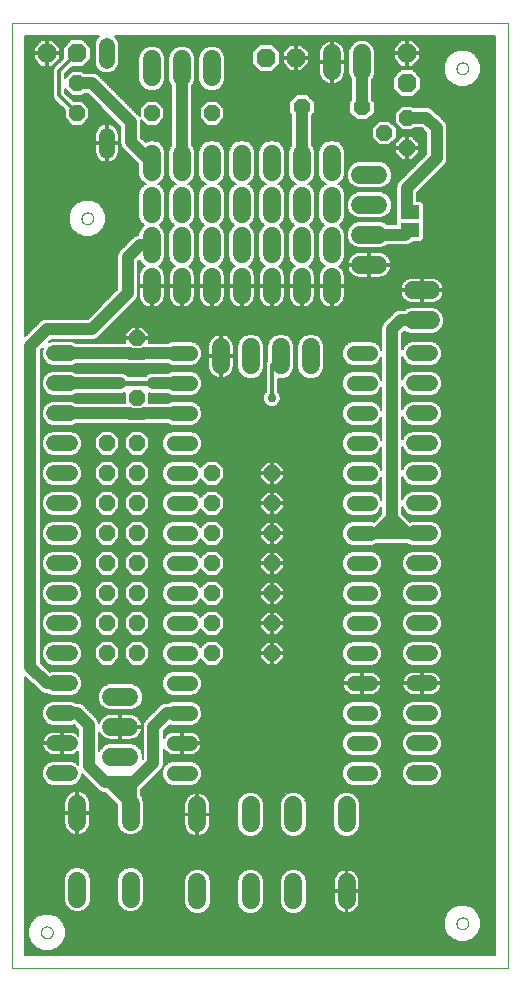
<source format=gtl>
G75*
%MOIN*%
%OFA0B0*%
%FSLAX25Y25*%
%IPPOS*%
%LPD*%
%AMOC8*
5,1,8,0,0,1.08239X$1,22.5*
%
%ADD10C,0.00000*%
%ADD11C,0.05150*%
%ADD12C,0.05200*%
%ADD13OC8,0.05200*%
%ADD14C,0.06000*%
%ADD15OC8,0.06300*%
%ADD16OC8,0.05600*%
%ADD17R,0.06300X0.04600*%
%ADD18C,0.05937*%
%ADD19C,0.00600*%
%ADD20C,0.04000*%
%ADD21C,0.01600*%
%ADD22C,0.01200*%
%ADD23C,0.02978*%
D10*
X0010100Y0046600D02*
X0010100Y0361561D01*
X0175301Y0361561D01*
X0175301Y0046600D01*
X0010100Y0046600D01*
X0019631Y0058600D02*
X0019633Y0058688D01*
X0019639Y0058776D01*
X0019649Y0058864D01*
X0019663Y0058952D01*
X0019680Y0059038D01*
X0019702Y0059124D01*
X0019727Y0059208D01*
X0019757Y0059292D01*
X0019789Y0059374D01*
X0019826Y0059454D01*
X0019866Y0059533D01*
X0019910Y0059610D01*
X0019957Y0059685D01*
X0020007Y0059757D01*
X0020061Y0059828D01*
X0020117Y0059895D01*
X0020177Y0059961D01*
X0020239Y0060023D01*
X0020305Y0060083D01*
X0020372Y0060139D01*
X0020443Y0060193D01*
X0020515Y0060243D01*
X0020590Y0060290D01*
X0020667Y0060334D01*
X0020746Y0060374D01*
X0020826Y0060411D01*
X0020908Y0060443D01*
X0020992Y0060473D01*
X0021076Y0060498D01*
X0021162Y0060520D01*
X0021248Y0060537D01*
X0021336Y0060551D01*
X0021424Y0060561D01*
X0021512Y0060567D01*
X0021600Y0060569D01*
X0021688Y0060567D01*
X0021776Y0060561D01*
X0021864Y0060551D01*
X0021952Y0060537D01*
X0022038Y0060520D01*
X0022124Y0060498D01*
X0022208Y0060473D01*
X0022292Y0060443D01*
X0022374Y0060411D01*
X0022454Y0060374D01*
X0022533Y0060334D01*
X0022610Y0060290D01*
X0022685Y0060243D01*
X0022757Y0060193D01*
X0022828Y0060139D01*
X0022895Y0060083D01*
X0022961Y0060023D01*
X0023023Y0059961D01*
X0023083Y0059895D01*
X0023139Y0059828D01*
X0023193Y0059757D01*
X0023243Y0059685D01*
X0023290Y0059610D01*
X0023334Y0059533D01*
X0023374Y0059454D01*
X0023411Y0059374D01*
X0023443Y0059292D01*
X0023473Y0059208D01*
X0023498Y0059124D01*
X0023520Y0059038D01*
X0023537Y0058952D01*
X0023551Y0058864D01*
X0023561Y0058776D01*
X0023567Y0058688D01*
X0023569Y0058600D01*
X0023567Y0058512D01*
X0023561Y0058424D01*
X0023551Y0058336D01*
X0023537Y0058248D01*
X0023520Y0058162D01*
X0023498Y0058076D01*
X0023473Y0057992D01*
X0023443Y0057908D01*
X0023411Y0057826D01*
X0023374Y0057746D01*
X0023334Y0057667D01*
X0023290Y0057590D01*
X0023243Y0057515D01*
X0023193Y0057443D01*
X0023139Y0057372D01*
X0023083Y0057305D01*
X0023023Y0057239D01*
X0022961Y0057177D01*
X0022895Y0057117D01*
X0022828Y0057061D01*
X0022757Y0057007D01*
X0022685Y0056957D01*
X0022610Y0056910D01*
X0022533Y0056866D01*
X0022454Y0056826D01*
X0022374Y0056789D01*
X0022292Y0056757D01*
X0022208Y0056727D01*
X0022124Y0056702D01*
X0022038Y0056680D01*
X0021952Y0056663D01*
X0021864Y0056649D01*
X0021776Y0056639D01*
X0021688Y0056633D01*
X0021600Y0056631D01*
X0021512Y0056633D01*
X0021424Y0056639D01*
X0021336Y0056649D01*
X0021248Y0056663D01*
X0021162Y0056680D01*
X0021076Y0056702D01*
X0020992Y0056727D01*
X0020908Y0056757D01*
X0020826Y0056789D01*
X0020746Y0056826D01*
X0020667Y0056866D01*
X0020590Y0056910D01*
X0020515Y0056957D01*
X0020443Y0057007D01*
X0020372Y0057061D01*
X0020305Y0057117D01*
X0020239Y0057177D01*
X0020177Y0057239D01*
X0020117Y0057305D01*
X0020061Y0057372D01*
X0020007Y0057443D01*
X0019957Y0057515D01*
X0019910Y0057590D01*
X0019866Y0057667D01*
X0019826Y0057746D01*
X0019789Y0057826D01*
X0019757Y0057908D01*
X0019727Y0057992D01*
X0019702Y0058076D01*
X0019680Y0058162D01*
X0019663Y0058248D01*
X0019649Y0058336D01*
X0019639Y0058424D01*
X0019633Y0058512D01*
X0019631Y0058600D01*
X0158131Y0061600D02*
X0158133Y0061688D01*
X0158139Y0061776D01*
X0158149Y0061864D01*
X0158163Y0061952D01*
X0158180Y0062038D01*
X0158202Y0062124D01*
X0158227Y0062208D01*
X0158257Y0062292D01*
X0158289Y0062374D01*
X0158326Y0062454D01*
X0158366Y0062533D01*
X0158410Y0062610D01*
X0158457Y0062685D01*
X0158507Y0062757D01*
X0158561Y0062828D01*
X0158617Y0062895D01*
X0158677Y0062961D01*
X0158739Y0063023D01*
X0158805Y0063083D01*
X0158872Y0063139D01*
X0158943Y0063193D01*
X0159015Y0063243D01*
X0159090Y0063290D01*
X0159167Y0063334D01*
X0159246Y0063374D01*
X0159326Y0063411D01*
X0159408Y0063443D01*
X0159492Y0063473D01*
X0159576Y0063498D01*
X0159662Y0063520D01*
X0159748Y0063537D01*
X0159836Y0063551D01*
X0159924Y0063561D01*
X0160012Y0063567D01*
X0160100Y0063569D01*
X0160188Y0063567D01*
X0160276Y0063561D01*
X0160364Y0063551D01*
X0160452Y0063537D01*
X0160538Y0063520D01*
X0160624Y0063498D01*
X0160708Y0063473D01*
X0160792Y0063443D01*
X0160874Y0063411D01*
X0160954Y0063374D01*
X0161033Y0063334D01*
X0161110Y0063290D01*
X0161185Y0063243D01*
X0161257Y0063193D01*
X0161328Y0063139D01*
X0161395Y0063083D01*
X0161461Y0063023D01*
X0161523Y0062961D01*
X0161583Y0062895D01*
X0161639Y0062828D01*
X0161693Y0062757D01*
X0161743Y0062685D01*
X0161790Y0062610D01*
X0161834Y0062533D01*
X0161874Y0062454D01*
X0161911Y0062374D01*
X0161943Y0062292D01*
X0161973Y0062208D01*
X0161998Y0062124D01*
X0162020Y0062038D01*
X0162037Y0061952D01*
X0162051Y0061864D01*
X0162061Y0061776D01*
X0162067Y0061688D01*
X0162069Y0061600D01*
X0162067Y0061512D01*
X0162061Y0061424D01*
X0162051Y0061336D01*
X0162037Y0061248D01*
X0162020Y0061162D01*
X0161998Y0061076D01*
X0161973Y0060992D01*
X0161943Y0060908D01*
X0161911Y0060826D01*
X0161874Y0060746D01*
X0161834Y0060667D01*
X0161790Y0060590D01*
X0161743Y0060515D01*
X0161693Y0060443D01*
X0161639Y0060372D01*
X0161583Y0060305D01*
X0161523Y0060239D01*
X0161461Y0060177D01*
X0161395Y0060117D01*
X0161328Y0060061D01*
X0161257Y0060007D01*
X0161185Y0059957D01*
X0161110Y0059910D01*
X0161033Y0059866D01*
X0160954Y0059826D01*
X0160874Y0059789D01*
X0160792Y0059757D01*
X0160708Y0059727D01*
X0160624Y0059702D01*
X0160538Y0059680D01*
X0160452Y0059663D01*
X0160364Y0059649D01*
X0160276Y0059639D01*
X0160188Y0059633D01*
X0160100Y0059631D01*
X0160012Y0059633D01*
X0159924Y0059639D01*
X0159836Y0059649D01*
X0159748Y0059663D01*
X0159662Y0059680D01*
X0159576Y0059702D01*
X0159492Y0059727D01*
X0159408Y0059757D01*
X0159326Y0059789D01*
X0159246Y0059826D01*
X0159167Y0059866D01*
X0159090Y0059910D01*
X0159015Y0059957D01*
X0158943Y0060007D01*
X0158872Y0060061D01*
X0158805Y0060117D01*
X0158739Y0060177D01*
X0158677Y0060239D01*
X0158617Y0060305D01*
X0158561Y0060372D01*
X0158507Y0060443D01*
X0158457Y0060515D01*
X0158410Y0060590D01*
X0158366Y0060667D01*
X0158326Y0060746D01*
X0158289Y0060826D01*
X0158257Y0060908D01*
X0158227Y0060992D01*
X0158202Y0061076D01*
X0158180Y0061162D01*
X0158163Y0061248D01*
X0158149Y0061336D01*
X0158139Y0061424D01*
X0158133Y0061512D01*
X0158131Y0061600D01*
X0033131Y0296600D02*
X0033133Y0296688D01*
X0033139Y0296776D01*
X0033149Y0296864D01*
X0033163Y0296952D01*
X0033180Y0297038D01*
X0033202Y0297124D01*
X0033227Y0297208D01*
X0033257Y0297292D01*
X0033289Y0297374D01*
X0033326Y0297454D01*
X0033366Y0297533D01*
X0033410Y0297610D01*
X0033457Y0297685D01*
X0033507Y0297757D01*
X0033561Y0297828D01*
X0033617Y0297895D01*
X0033677Y0297961D01*
X0033739Y0298023D01*
X0033805Y0298083D01*
X0033872Y0298139D01*
X0033943Y0298193D01*
X0034015Y0298243D01*
X0034090Y0298290D01*
X0034167Y0298334D01*
X0034246Y0298374D01*
X0034326Y0298411D01*
X0034408Y0298443D01*
X0034492Y0298473D01*
X0034576Y0298498D01*
X0034662Y0298520D01*
X0034748Y0298537D01*
X0034836Y0298551D01*
X0034924Y0298561D01*
X0035012Y0298567D01*
X0035100Y0298569D01*
X0035188Y0298567D01*
X0035276Y0298561D01*
X0035364Y0298551D01*
X0035452Y0298537D01*
X0035538Y0298520D01*
X0035624Y0298498D01*
X0035708Y0298473D01*
X0035792Y0298443D01*
X0035874Y0298411D01*
X0035954Y0298374D01*
X0036033Y0298334D01*
X0036110Y0298290D01*
X0036185Y0298243D01*
X0036257Y0298193D01*
X0036328Y0298139D01*
X0036395Y0298083D01*
X0036461Y0298023D01*
X0036523Y0297961D01*
X0036583Y0297895D01*
X0036639Y0297828D01*
X0036693Y0297757D01*
X0036743Y0297685D01*
X0036790Y0297610D01*
X0036834Y0297533D01*
X0036874Y0297454D01*
X0036911Y0297374D01*
X0036943Y0297292D01*
X0036973Y0297208D01*
X0036998Y0297124D01*
X0037020Y0297038D01*
X0037037Y0296952D01*
X0037051Y0296864D01*
X0037061Y0296776D01*
X0037067Y0296688D01*
X0037069Y0296600D01*
X0037067Y0296512D01*
X0037061Y0296424D01*
X0037051Y0296336D01*
X0037037Y0296248D01*
X0037020Y0296162D01*
X0036998Y0296076D01*
X0036973Y0295992D01*
X0036943Y0295908D01*
X0036911Y0295826D01*
X0036874Y0295746D01*
X0036834Y0295667D01*
X0036790Y0295590D01*
X0036743Y0295515D01*
X0036693Y0295443D01*
X0036639Y0295372D01*
X0036583Y0295305D01*
X0036523Y0295239D01*
X0036461Y0295177D01*
X0036395Y0295117D01*
X0036328Y0295061D01*
X0036257Y0295007D01*
X0036185Y0294957D01*
X0036110Y0294910D01*
X0036033Y0294866D01*
X0035954Y0294826D01*
X0035874Y0294789D01*
X0035792Y0294757D01*
X0035708Y0294727D01*
X0035624Y0294702D01*
X0035538Y0294680D01*
X0035452Y0294663D01*
X0035364Y0294649D01*
X0035276Y0294639D01*
X0035188Y0294633D01*
X0035100Y0294631D01*
X0035012Y0294633D01*
X0034924Y0294639D01*
X0034836Y0294649D01*
X0034748Y0294663D01*
X0034662Y0294680D01*
X0034576Y0294702D01*
X0034492Y0294727D01*
X0034408Y0294757D01*
X0034326Y0294789D01*
X0034246Y0294826D01*
X0034167Y0294866D01*
X0034090Y0294910D01*
X0034015Y0294957D01*
X0033943Y0295007D01*
X0033872Y0295061D01*
X0033805Y0295117D01*
X0033739Y0295177D01*
X0033677Y0295239D01*
X0033617Y0295305D01*
X0033561Y0295372D01*
X0033507Y0295443D01*
X0033457Y0295515D01*
X0033410Y0295590D01*
X0033366Y0295667D01*
X0033326Y0295746D01*
X0033289Y0295826D01*
X0033257Y0295908D01*
X0033227Y0295992D01*
X0033202Y0296076D01*
X0033180Y0296162D01*
X0033163Y0296248D01*
X0033149Y0296336D01*
X0033139Y0296424D01*
X0033133Y0296512D01*
X0033131Y0296600D01*
X0158131Y0346600D02*
X0158133Y0346688D01*
X0158139Y0346776D01*
X0158149Y0346864D01*
X0158163Y0346952D01*
X0158180Y0347038D01*
X0158202Y0347124D01*
X0158227Y0347208D01*
X0158257Y0347292D01*
X0158289Y0347374D01*
X0158326Y0347454D01*
X0158366Y0347533D01*
X0158410Y0347610D01*
X0158457Y0347685D01*
X0158507Y0347757D01*
X0158561Y0347828D01*
X0158617Y0347895D01*
X0158677Y0347961D01*
X0158739Y0348023D01*
X0158805Y0348083D01*
X0158872Y0348139D01*
X0158943Y0348193D01*
X0159015Y0348243D01*
X0159090Y0348290D01*
X0159167Y0348334D01*
X0159246Y0348374D01*
X0159326Y0348411D01*
X0159408Y0348443D01*
X0159492Y0348473D01*
X0159576Y0348498D01*
X0159662Y0348520D01*
X0159748Y0348537D01*
X0159836Y0348551D01*
X0159924Y0348561D01*
X0160012Y0348567D01*
X0160100Y0348569D01*
X0160188Y0348567D01*
X0160276Y0348561D01*
X0160364Y0348551D01*
X0160452Y0348537D01*
X0160538Y0348520D01*
X0160624Y0348498D01*
X0160708Y0348473D01*
X0160792Y0348443D01*
X0160874Y0348411D01*
X0160954Y0348374D01*
X0161033Y0348334D01*
X0161110Y0348290D01*
X0161185Y0348243D01*
X0161257Y0348193D01*
X0161328Y0348139D01*
X0161395Y0348083D01*
X0161461Y0348023D01*
X0161523Y0347961D01*
X0161583Y0347895D01*
X0161639Y0347828D01*
X0161693Y0347757D01*
X0161743Y0347685D01*
X0161790Y0347610D01*
X0161834Y0347533D01*
X0161874Y0347454D01*
X0161911Y0347374D01*
X0161943Y0347292D01*
X0161973Y0347208D01*
X0161998Y0347124D01*
X0162020Y0347038D01*
X0162037Y0346952D01*
X0162051Y0346864D01*
X0162061Y0346776D01*
X0162067Y0346688D01*
X0162069Y0346600D01*
X0162067Y0346512D01*
X0162061Y0346424D01*
X0162051Y0346336D01*
X0162037Y0346248D01*
X0162020Y0346162D01*
X0161998Y0346076D01*
X0161973Y0345992D01*
X0161943Y0345908D01*
X0161911Y0345826D01*
X0161874Y0345746D01*
X0161834Y0345667D01*
X0161790Y0345590D01*
X0161743Y0345515D01*
X0161693Y0345443D01*
X0161639Y0345372D01*
X0161583Y0345305D01*
X0161523Y0345239D01*
X0161461Y0345177D01*
X0161395Y0345117D01*
X0161328Y0345061D01*
X0161257Y0345007D01*
X0161185Y0344957D01*
X0161110Y0344910D01*
X0161033Y0344866D01*
X0160954Y0344826D01*
X0160874Y0344789D01*
X0160792Y0344757D01*
X0160708Y0344727D01*
X0160624Y0344702D01*
X0160538Y0344680D01*
X0160452Y0344663D01*
X0160364Y0344649D01*
X0160276Y0344639D01*
X0160188Y0344633D01*
X0160100Y0344631D01*
X0160012Y0344633D01*
X0159924Y0344639D01*
X0159836Y0344649D01*
X0159748Y0344663D01*
X0159662Y0344680D01*
X0159576Y0344702D01*
X0159492Y0344727D01*
X0159408Y0344757D01*
X0159326Y0344789D01*
X0159246Y0344826D01*
X0159167Y0344866D01*
X0159090Y0344910D01*
X0159015Y0344957D01*
X0158943Y0345007D01*
X0158872Y0345061D01*
X0158805Y0345117D01*
X0158739Y0345177D01*
X0158677Y0345239D01*
X0158617Y0345305D01*
X0158561Y0345372D01*
X0158507Y0345443D01*
X0158457Y0345515D01*
X0158410Y0345590D01*
X0158366Y0345667D01*
X0158326Y0345746D01*
X0158289Y0345826D01*
X0158257Y0345908D01*
X0158227Y0345992D01*
X0158202Y0346076D01*
X0158180Y0346162D01*
X0158163Y0346248D01*
X0158149Y0346336D01*
X0158139Y0346424D01*
X0158133Y0346512D01*
X0158131Y0346600D01*
D11*
X0129175Y0251600D02*
X0124025Y0251600D01*
X0124025Y0241600D02*
X0129175Y0241600D01*
X0129175Y0231600D02*
X0124025Y0231600D01*
X0124025Y0221600D02*
X0129175Y0221600D01*
X0129175Y0211600D02*
X0124025Y0211600D01*
X0124025Y0201600D02*
X0129175Y0201600D01*
X0129175Y0191600D02*
X0124025Y0191600D01*
X0124025Y0181600D02*
X0129175Y0181600D01*
X0129175Y0171600D02*
X0124025Y0171600D01*
X0124025Y0161600D02*
X0129175Y0161600D01*
X0129175Y0151600D02*
X0124025Y0151600D01*
X0124025Y0141600D02*
X0129175Y0141600D01*
X0129175Y0131600D02*
X0124025Y0131600D01*
X0124025Y0121600D02*
X0129175Y0121600D01*
X0129175Y0111600D02*
X0124025Y0111600D01*
X0069175Y0111600D02*
X0064025Y0111600D01*
X0064025Y0121600D02*
X0069175Y0121600D01*
X0069175Y0131600D02*
X0064025Y0131600D01*
X0064025Y0141600D02*
X0069175Y0141600D01*
X0069175Y0151600D02*
X0064025Y0151600D01*
X0064025Y0161600D02*
X0069175Y0161600D01*
X0069175Y0171600D02*
X0064025Y0171600D01*
X0064025Y0181600D02*
X0069175Y0181600D01*
X0069175Y0191600D02*
X0064025Y0191600D01*
X0064025Y0201600D02*
X0069175Y0201600D01*
X0069175Y0211600D02*
X0064025Y0211600D01*
X0064025Y0221600D02*
X0069175Y0221600D01*
X0069175Y0231600D02*
X0064025Y0231600D01*
X0064025Y0241600D02*
X0069175Y0241600D01*
X0069175Y0251600D02*
X0064025Y0251600D01*
D12*
X0029200Y0251600D02*
X0024000Y0251600D01*
X0024000Y0241600D02*
X0029200Y0241600D01*
X0029200Y0231600D02*
X0024000Y0231600D01*
X0024000Y0221600D02*
X0029200Y0221600D01*
X0029200Y0211600D02*
X0024000Y0211600D01*
X0024000Y0201600D02*
X0029200Y0201600D01*
X0029200Y0191600D02*
X0024000Y0191600D01*
X0024000Y0181600D02*
X0029200Y0181600D01*
X0029200Y0171600D02*
X0024000Y0171600D01*
X0024000Y0161600D02*
X0029200Y0161600D01*
X0029200Y0151600D02*
X0024000Y0151600D01*
X0024000Y0141600D02*
X0029200Y0141600D01*
X0029200Y0131600D02*
X0024000Y0131600D01*
X0024000Y0121600D02*
X0029200Y0121600D01*
X0029200Y0111600D02*
X0024000Y0111600D01*
X0144000Y0111600D02*
X0149200Y0111600D01*
X0149200Y0121600D02*
X0144000Y0121600D01*
X0144000Y0131600D02*
X0149200Y0131600D01*
X0149200Y0141600D02*
X0144000Y0141600D01*
X0144000Y0151600D02*
X0149200Y0151600D01*
X0149200Y0161600D02*
X0144000Y0161600D01*
X0144000Y0171600D02*
X0149200Y0171600D01*
X0149200Y0181600D02*
X0144000Y0181600D01*
X0144000Y0191600D02*
X0149200Y0191600D01*
X0149200Y0201600D02*
X0144000Y0201600D01*
X0144000Y0211600D02*
X0149200Y0211600D01*
X0149200Y0221600D02*
X0144000Y0221600D01*
X0144000Y0231600D02*
X0149200Y0231600D01*
X0149200Y0241600D02*
X0144000Y0241600D01*
X0144000Y0251600D02*
X0149200Y0251600D01*
X0041600Y0319000D02*
X0041600Y0324200D01*
X0041600Y0349000D02*
X0041600Y0354200D01*
D13*
X0031600Y0341600D03*
X0031600Y0331600D03*
X0056600Y0331600D03*
X0076600Y0331600D03*
X0134100Y0325100D03*
X0141600Y0320100D03*
X0141600Y0330100D03*
X0051600Y0256600D03*
X0051600Y0236600D03*
X0051600Y0221600D03*
X0051600Y0211600D03*
X0041600Y0211600D03*
X0041600Y0221600D03*
X0041600Y0201600D03*
X0051600Y0201600D03*
X0051600Y0191600D03*
X0051600Y0181600D03*
X0041600Y0181600D03*
X0041600Y0191600D03*
X0041600Y0171600D03*
X0051600Y0171600D03*
X0051600Y0161600D03*
X0041600Y0161600D03*
X0041600Y0151600D03*
X0051600Y0151600D03*
X0076600Y0151600D03*
X0076600Y0161600D03*
X0076600Y0171600D03*
X0076600Y0181600D03*
X0076600Y0191600D03*
X0076600Y0201600D03*
X0076600Y0211600D03*
X0096600Y0211600D03*
X0096600Y0201600D03*
X0096600Y0191600D03*
X0096600Y0181600D03*
X0096600Y0171600D03*
X0096600Y0161600D03*
X0096600Y0151600D03*
D14*
X0049100Y0137100D02*
X0043100Y0137100D01*
X0043100Y0127100D02*
X0049100Y0127100D01*
X0049100Y0117100D02*
X0043100Y0117100D01*
X0049500Y0101400D02*
X0049500Y0095400D01*
X0031700Y0095400D02*
X0031700Y0101400D01*
X0031700Y0075800D02*
X0031700Y0069800D01*
X0049500Y0069800D02*
X0049500Y0075800D01*
X0071700Y0075300D02*
X0071700Y0069300D01*
X0089500Y0069300D02*
X0089500Y0075300D01*
X0103700Y0075300D02*
X0103700Y0069300D01*
X0121500Y0069300D02*
X0121500Y0075300D01*
X0121500Y0094900D02*
X0121500Y0100900D01*
X0103700Y0100900D02*
X0103700Y0094900D01*
X0089500Y0094900D02*
X0089500Y0100900D01*
X0071700Y0100900D02*
X0071700Y0094900D01*
X0079600Y0247600D02*
X0079600Y0253600D01*
X0089600Y0253600D02*
X0089600Y0247600D01*
X0099600Y0247600D02*
X0099600Y0253600D01*
X0109600Y0253600D02*
X0109600Y0247600D01*
X0106600Y0271100D02*
X0106600Y0277100D01*
X0106600Y0284600D02*
X0106600Y0290600D01*
X0106600Y0298100D02*
X0106600Y0304100D01*
X0106600Y0312100D02*
X0106600Y0318100D01*
X0096600Y0318100D02*
X0096600Y0312100D01*
X0096600Y0304100D02*
X0096600Y0298100D01*
X0096600Y0290600D02*
X0096600Y0284600D01*
X0096600Y0277100D02*
X0096600Y0271100D01*
X0086600Y0271100D02*
X0086600Y0277100D01*
X0086600Y0284600D02*
X0086600Y0290600D01*
X0086600Y0298100D02*
X0086600Y0304100D01*
X0086600Y0312100D02*
X0086600Y0318100D01*
X0076600Y0318100D02*
X0076600Y0312100D01*
X0076600Y0304100D02*
X0076600Y0298100D01*
X0076600Y0290600D02*
X0076600Y0284600D01*
X0076600Y0277100D02*
X0076600Y0271100D01*
X0066600Y0271100D02*
X0066600Y0277100D01*
X0066600Y0284600D02*
X0066600Y0290600D01*
X0066600Y0298100D02*
X0066600Y0304100D01*
X0066600Y0312100D02*
X0066600Y0318100D01*
X0056600Y0318100D02*
X0056600Y0312100D01*
X0056600Y0304100D02*
X0056600Y0298100D01*
X0056600Y0290600D02*
X0056600Y0284600D01*
X0056600Y0277100D02*
X0056600Y0271100D01*
X0116600Y0271100D02*
X0116600Y0277100D01*
X0116600Y0284600D02*
X0116600Y0290600D01*
X0116600Y0298100D02*
X0116600Y0304100D01*
X0116600Y0312100D02*
X0116600Y0318100D01*
X0126100Y0311100D02*
X0132100Y0311100D01*
X0132100Y0301100D02*
X0126100Y0301100D01*
X0126100Y0291100D02*
X0132100Y0291100D01*
X0132100Y0281100D02*
X0126100Y0281100D01*
X0076600Y0343600D02*
X0076600Y0349600D01*
X0066600Y0349600D02*
X0066600Y0343600D01*
X0056600Y0343600D02*
X0056600Y0349600D01*
D15*
X0031600Y0351600D03*
X0021600Y0351600D03*
X0094600Y0350100D03*
X0104600Y0350100D03*
X0141600Y0351600D03*
X0141600Y0341600D03*
D16*
X0126600Y0333600D03*
X0106600Y0333600D03*
D17*
X0142600Y0298600D03*
X0142600Y0292600D03*
D18*
X0143631Y0272600D02*
X0149569Y0272600D01*
X0149569Y0262600D02*
X0143631Y0262600D01*
X0126600Y0345631D02*
X0126600Y0351569D01*
X0116600Y0351569D02*
X0116600Y0345631D01*
D19*
X0116300Y0345856D02*
X0116900Y0345856D01*
X0116900Y0346454D02*
X0116300Y0346454D01*
X0116300Y0347053D02*
X0116900Y0347053D01*
X0116900Y0347651D02*
X0116300Y0347651D01*
X0116300Y0348250D02*
X0116900Y0348250D01*
X0116900Y0348300D02*
X0116900Y0341363D01*
X0116936Y0341363D01*
X0117600Y0341468D01*
X0118239Y0341676D01*
X0118837Y0341981D01*
X0119381Y0342376D01*
X0119856Y0342851D01*
X0120251Y0343394D01*
X0120556Y0343993D01*
X0120763Y0344632D01*
X0120868Y0345296D01*
X0120868Y0348300D01*
X0116900Y0348300D01*
X0116900Y0348900D01*
X0120868Y0348900D01*
X0120868Y0351904D01*
X0120763Y0352568D01*
X0120556Y0353207D01*
X0120251Y0353806D01*
X0119856Y0354349D01*
X0119381Y0354824D01*
X0118837Y0355219D01*
X0118239Y0355524D01*
X0117600Y0355732D01*
X0116936Y0355837D01*
X0116900Y0355837D01*
X0116900Y0348900D01*
X0116300Y0348900D01*
X0116300Y0355837D01*
X0116264Y0355837D01*
X0115600Y0355732D01*
X0114961Y0355524D01*
X0114363Y0355219D01*
X0113819Y0354824D01*
X0113344Y0354349D01*
X0112949Y0353806D01*
X0112644Y0353207D01*
X0112437Y0352568D01*
X0112331Y0351904D01*
X0112331Y0348900D01*
X0116300Y0348900D01*
X0116300Y0348300D01*
X0116900Y0348300D01*
X0116900Y0348848D02*
X0122131Y0348848D01*
X0122131Y0348250D02*
X0120868Y0348250D01*
X0120868Y0347651D02*
X0122131Y0347651D01*
X0122131Y0347053D02*
X0120868Y0347053D01*
X0120868Y0346454D02*
X0122131Y0346454D01*
X0122131Y0345856D02*
X0120868Y0345856D01*
X0120862Y0345257D02*
X0122131Y0345257D01*
X0122131Y0344743D02*
X0122812Y0343100D01*
X0123100Y0342812D01*
X0123100Y0336181D01*
X0122300Y0335381D01*
X0122300Y0331819D01*
X0124819Y0329300D01*
X0128381Y0329300D01*
X0130900Y0331819D01*
X0130900Y0335381D01*
X0130100Y0336181D01*
X0130100Y0342812D01*
X0130388Y0343100D01*
X0131068Y0344743D01*
X0131068Y0352457D01*
X0130388Y0354100D01*
X0129131Y0355357D01*
X0127489Y0356037D01*
X0125711Y0356037D01*
X0124069Y0355357D01*
X0122812Y0354100D01*
X0122131Y0352457D01*
X0122131Y0344743D01*
X0122166Y0344659D02*
X0120768Y0344659D01*
X0120578Y0344060D02*
X0122414Y0344060D01*
X0122662Y0343462D02*
X0120285Y0343462D01*
X0119865Y0342863D02*
X0123049Y0342863D01*
X0123100Y0342265D02*
X0119228Y0342265D01*
X0118209Y0341666D02*
X0123100Y0341666D01*
X0123100Y0341068D02*
X0080422Y0341068D01*
X0080415Y0341051D02*
X0081100Y0342705D01*
X0081100Y0350495D01*
X0080415Y0352149D01*
X0079149Y0353415D01*
X0077495Y0354100D01*
X0075705Y0354100D01*
X0074051Y0353415D01*
X0072785Y0352149D01*
X0072100Y0350495D01*
X0072100Y0342705D01*
X0072785Y0341051D01*
X0074051Y0339785D01*
X0075705Y0339100D01*
X0077495Y0339100D01*
X0079149Y0339785D01*
X0080415Y0341051D01*
X0080670Y0341666D02*
X0114991Y0341666D01*
X0114961Y0341676D02*
X0115600Y0341468D01*
X0116264Y0341363D01*
X0116300Y0341363D01*
X0116300Y0348300D01*
X0112331Y0348300D01*
X0112331Y0345296D01*
X0112437Y0344632D01*
X0112644Y0343993D01*
X0112949Y0343394D01*
X0113344Y0342851D01*
X0113819Y0342376D01*
X0114363Y0341981D01*
X0114961Y0341676D01*
X0113972Y0342265D02*
X0080918Y0342265D01*
X0081100Y0342863D02*
X0113335Y0342863D01*
X0112915Y0343462D02*
X0081100Y0343462D01*
X0081100Y0344060D02*
X0112622Y0344060D01*
X0112432Y0344659D02*
X0081100Y0344659D01*
X0081100Y0345257D02*
X0112338Y0345257D01*
X0112331Y0345856D02*
X0106649Y0345856D01*
X0106443Y0345650D02*
X0109050Y0348257D01*
X0109050Y0349800D01*
X0104900Y0349800D01*
X0104900Y0350400D01*
X0109050Y0350400D01*
X0109050Y0351943D01*
X0106443Y0354550D01*
X0104900Y0354550D01*
X0104900Y0350400D01*
X0104300Y0350400D01*
X0104300Y0354550D01*
X0102757Y0354550D01*
X0100150Y0351943D01*
X0100150Y0350400D01*
X0104300Y0350400D01*
X0104300Y0349800D01*
X0104900Y0349800D01*
X0104900Y0345650D01*
X0106443Y0345650D01*
X0107247Y0346454D02*
X0112331Y0346454D01*
X0112331Y0347053D02*
X0107846Y0347053D01*
X0108444Y0347651D02*
X0112331Y0347651D01*
X0112331Y0348250D02*
X0109043Y0348250D01*
X0109050Y0348848D02*
X0116300Y0348848D01*
X0116300Y0349447D02*
X0116900Y0349447D01*
X0116900Y0350045D02*
X0116300Y0350045D01*
X0116300Y0350644D02*
X0116900Y0350644D01*
X0116900Y0351242D02*
X0116300Y0351242D01*
X0116300Y0351841D02*
X0116900Y0351841D01*
X0116900Y0352439D02*
X0116300Y0352439D01*
X0116300Y0353038D02*
X0116900Y0353038D01*
X0116900Y0353636D02*
X0116300Y0353636D01*
X0116300Y0354235D02*
X0116900Y0354235D01*
X0116900Y0354833D02*
X0116300Y0354833D01*
X0116300Y0355432D02*
X0116900Y0355432D01*
X0118420Y0355432D02*
X0124250Y0355432D01*
X0123545Y0354833D02*
X0119368Y0354833D01*
X0119939Y0354235D02*
X0122947Y0354235D01*
X0122620Y0353636D02*
X0120337Y0353636D01*
X0120611Y0353038D02*
X0122372Y0353038D01*
X0122131Y0352439D02*
X0120784Y0352439D01*
X0120868Y0351841D02*
X0122131Y0351841D01*
X0122131Y0351242D02*
X0120868Y0351242D01*
X0120868Y0350644D02*
X0122131Y0350644D01*
X0122131Y0350045D02*
X0120868Y0350045D01*
X0120868Y0349447D02*
X0122131Y0349447D01*
X0116900Y0345257D02*
X0116300Y0345257D01*
X0116300Y0344659D02*
X0116900Y0344659D01*
X0116900Y0344060D02*
X0116300Y0344060D01*
X0116300Y0343462D02*
X0116900Y0343462D01*
X0116900Y0342863D02*
X0116300Y0342863D01*
X0116300Y0342265D02*
X0116900Y0342265D01*
X0116900Y0341666D02*
X0116300Y0341666D01*
X0123100Y0340469D02*
X0079833Y0340469D01*
X0079235Y0339871D02*
X0123100Y0339871D01*
X0123100Y0339272D02*
X0077910Y0339272D01*
X0075290Y0339272D02*
X0070100Y0339272D01*
X0070100Y0338674D02*
X0123100Y0338674D01*
X0123100Y0338075D02*
X0070100Y0338075D01*
X0070100Y0337477D02*
X0104395Y0337477D01*
X0104819Y0337900D02*
X0102300Y0335381D01*
X0102300Y0331819D01*
X0103100Y0331019D01*
X0103100Y0320964D01*
X0102785Y0320649D01*
X0102100Y0318995D01*
X0102100Y0311205D01*
X0102785Y0309551D01*
X0104051Y0308285D01*
X0104498Y0308100D01*
X0104051Y0307915D01*
X0102785Y0306649D01*
X0102100Y0304995D01*
X0102100Y0297205D01*
X0102785Y0295551D01*
X0103986Y0294350D01*
X0102785Y0293149D01*
X0102100Y0291495D01*
X0102100Y0283705D01*
X0102785Y0282051D01*
X0104051Y0280785D01*
X0104246Y0280704D01*
X0103799Y0280380D01*
X0103320Y0279901D01*
X0102922Y0279354D01*
X0102615Y0278751D01*
X0102406Y0278107D01*
X0102300Y0277438D01*
X0102300Y0274400D01*
X0106300Y0274400D01*
X0106300Y0273800D01*
X0106900Y0273800D01*
X0106900Y0274400D01*
X0110900Y0274400D01*
X0110900Y0277438D01*
X0110794Y0278107D01*
X0110585Y0278751D01*
X0110278Y0279354D01*
X0109880Y0279901D01*
X0109401Y0280380D01*
X0108954Y0280704D01*
X0109149Y0280785D01*
X0110415Y0282051D01*
X0111100Y0283705D01*
X0111100Y0291495D01*
X0110415Y0293149D01*
X0109214Y0294350D01*
X0110415Y0295551D01*
X0111100Y0297205D01*
X0111100Y0304995D01*
X0110415Y0306649D01*
X0109149Y0307915D01*
X0108702Y0308100D01*
X0109149Y0308285D01*
X0110415Y0309551D01*
X0111100Y0311205D01*
X0111100Y0318995D01*
X0110415Y0320649D01*
X0110100Y0320964D01*
X0110100Y0331019D01*
X0110900Y0331819D01*
X0110900Y0335381D01*
X0108381Y0337900D01*
X0104819Y0337900D01*
X0103797Y0336878D02*
X0070100Y0336878D01*
X0070100Y0336279D02*
X0103198Y0336279D01*
X0102600Y0335681D02*
X0078317Y0335681D01*
X0078298Y0335700D02*
X0074902Y0335700D01*
X0072500Y0333298D01*
X0072500Y0329902D01*
X0074902Y0327500D01*
X0078298Y0327500D01*
X0080700Y0329902D01*
X0080700Y0333298D01*
X0078298Y0335700D01*
X0078916Y0335082D02*
X0102300Y0335082D01*
X0102300Y0334484D02*
X0079514Y0334484D01*
X0080113Y0333885D02*
X0102300Y0333885D01*
X0102300Y0333287D02*
X0080700Y0333287D01*
X0080700Y0332688D02*
X0102300Y0332688D01*
X0102300Y0332090D02*
X0080700Y0332090D01*
X0080700Y0331491D02*
X0102627Y0331491D01*
X0103100Y0330893D02*
X0080700Y0330893D01*
X0080700Y0330294D02*
X0103100Y0330294D01*
X0103100Y0329696D02*
X0080494Y0329696D01*
X0079896Y0329097D02*
X0103100Y0329097D01*
X0103100Y0328499D02*
X0079297Y0328499D01*
X0078699Y0327900D02*
X0103100Y0327900D01*
X0103100Y0327302D02*
X0070100Y0327302D01*
X0070100Y0327900D02*
X0074501Y0327900D01*
X0073903Y0328499D02*
X0070100Y0328499D01*
X0070100Y0329097D02*
X0073304Y0329097D01*
X0072706Y0329696D02*
X0070100Y0329696D01*
X0070100Y0330294D02*
X0072500Y0330294D01*
X0072500Y0330893D02*
X0070100Y0330893D01*
X0070100Y0331491D02*
X0072500Y0331491D01*
X0072500Y0332090D02*
X0070100Y0332090D01*
X0070100Y0332688D02*
X0072500Y0332688D01*
X0072500Y0333287D02*
X0070100Y0333287D01*
X0070100Y0333885D02*
X0073087Y0333885D01*
X0073686Y0334484D02*
X0070100Y0334484D01*
X0070100Y0335082D02*
X0074284Y0335082D01*
X0074883Y0335681D02*
X0070100Y0335681D01*
X0070100Y0339871D02*
X0073965Y0339871D01*
X0073367Y0340469D02*
X0070100Y0340469D01*
X0070100Y0340736D02*
X0070415Y0341051D01*
X0071100Y0342705D01*
X0071100Y0350495D01*
X0070415Y0352149D01*
X0069149Y0353415D01*
X0067495Y0354100D01*
X0065705Y0354100D01*
X0064051Y0353415D01*
X0062785Y0352149D01*
X0062100Y0350495D01*
X0062100Y0342705D01*
X0062785Y0341051D01*
X0063100Y0340736D01*
X0063100Y0320964D01*
X0062785Y0320649D01*
X0062100Y0318995D01*
X0062100Y0311205D01*
X0062785Y0309551D01*
X0064051Y0308285D01*
X0064498Y0308100D01*
X0064051Y0307915D01*
X0062785Y0306649D01*
X0062100Y0304995D01*
X0062100Y0297205D01*
X0062785Y0295551D01*
X0063986Y0294350D01*
X0062785Y0293149D01*
X0062100Y0291495D01*
X0062100Y0283705D01*
X0062785Y0282051D01*
X0064051Y0280785D01*
X0064246Y0280704D01*
X0063799Y0280380D01*
X0063320Y0279901D01*
X0062922Y0279354D01*
X0062615Y0278751D01*
X0062406Y0278107D01*
X0062300Y0277438D01*
X0062300Y0274400D01*
X0066300Y0274400D01*
X0066300Y0273800D01*
X0062300Y0273800D01*
X0062300Y0270762D01*
X0062406Y0270093D01*
X0062615Y0269449D01*
X0062922Y0268846D01*
X0063320Y0268299D01*
X0063799Y0267820D01*
X0064346Y0267422D01*
X0064949Y0267115D01*
X0065593Y0266906D01*
X0066262Y0266800D01*
X0066300Y0266800D01*
X0066300Y0273800D01*
X0066900Y0273800D01*
X0066900Y0274400D01*
X0070900Y0274400D01*
X0070900Y0277438D01*
X0070794Y0278107D01*
X0070585Y0278751D01*
X0070278Y0279354D01*
X0069880Y0279901D01*
X0069401Y0280380D01*
X0068954Y0280704D01*
X0069149Y0280785D01*
X0070415Y0282051D01*
X0071100Y0283705D01*
X0071100Y0291495D01*
X0070415Y0293149D01*
X0069214Y0294350D01*
X0070415Y0295551D01*
X0071100Y0297205D01*
X0071100Y0304995D01*
X0070415Y0306649D01*
X0069149Y0307915D01*
X0068702Y0308100D01*
X0069149Y0308285D01*
X0070415Y0309551D01*
X0071100Y0311205D01*
X0071100Y0318995D01*
X0070415Y0320649D01*
X0070100Y0320964D01*
X0070100Y0340736D01*
X0070422Y0341068D02*
X0072778Y0341068D01*
X0072530Y0341666D02*
X0070670Y0341666D01*
X0070918Y0342265D02*
X0072282Y0342265D01*
X0072100Y0342863D02*
X0071100Y0342863D01*
X0071100Y0343462D02*
X0072100Y0343462D01*
X0072100Y0344060D02*
X0071100Y0344060D01*
X0071100Y0344659D02*
X0072100Y0344659D01*
X0072100Y0345257D02*
X0071100Y0345257D01*
X0071100Y0345856D02*
X0072100Y0345856D01*
X0072100Y0346454D02*
X0071100Y0346454D01*
X0071100Y0347053D02*
X0072100Y0347053D01*
X0072100Y0347651D02*
X0071100Y0347651D01*
X0071100Y0348250D02*
X0072100Y0348250D01*
X0072100Y0348848D02*
X0071100Y0348848D01*
X0071100Y0349447D02*
X0072100Y0349447D01*
X0072100Y0350045D02*
X0071100Y0350045D01*
X0071038Y0350644D02*
X0072162Y0350644D01*
X0072409Y0351242D02*
X0070791Y0351242D01*
X0070543Y0351841D02*
X0072657Y0351841D01*
X0073075Y0352439D02*
X0070125Y0352439D01*
X0069526Y0353038D02*
X0073674Y0353038D01*
X0074585Y0353636D02*
X0068615Y0353636D01*
X0064585Y0353636D02*
X0058615Y0353636D01*
X0059149Y0353415D02*
X0057495Y0354100D01*
X0055705Y0354100D01*
X0054051Y0353415D01*
X0052785Y0352149D01*
X0052100Y0350495D01*
X0052100Y0342705D01*
X0052785Y0341051D01*
X0054051Y0339785D01*
X0055705Y0339100D01*
X0057495Y0339100D01*
X0059149Y0339785D01*
X0060415Y0341051D01*
X0061100Y0342705D01*
X0061100Y0350495D01*
X0060415Y0352149D01*
X0059149Y0353415D01*
X0059526Y0353038D02*
X0063674Y0353038D01*
X0063075Y0352439D02*
X0060125Y0352439D01*
X0060543Y0351841D02*
X0062657Y0351841D01*
X0062409Y0351242D02*
X0060791Y0351242D01*
X0061038Y0350644D02*
X0062162Y0350644D01*
X0062100Y0350045D02*
X0061100Y0350045D01*
X0061100Y0349447D02*
X0062100Y0349447D01*
X0062100Y0348848D02*
X0061100Y0348848D01*
X0061100Y0348250D02*
X0062100Y0348250D01*
X0062100Y0347651D02*
X0061100Y0347651D01*
X0061100Y0347053D02*
X0062100Y0347053D01*
X0062100Y0346454D02*
X0061100Y0346454D01*
X0061100Y0345856D02*
X0062100Y0345856D01*
X0062100Y0345257D02*
X0061100Y0345257D01*
X0061100Y0344659D02*
X0062100Y0344659D01*
X0062100Y0344060D02*
X0061100Y0344060D01*
X0061100Y0343462D02*
X0062100Y0343462D01*
X0062100Y0342863D02*
X0061100Y0342863D01*
X0060918Y0342265D02*
X0062282Y0342265D01*
X0062530Y0341666D02*
X0060670Y0341666D01*
X0060422Y0341068D02*
X0062778Y0341068D01*
X0063100Y0340469D02*
X0059833Y0340469D01*
X0059235Y0339871D02*
X0063100Y0339871D01*
X0063100Y0339272D02*
X0057910Y0339272D01*
X0055290Y0339272D02*
X0043878Y0339272D01*
X0044476Y0338674D02*
X0063100Y0338674D01*
X0063100Y0338075D02*
X0045075Y0338075D01*
X0045673Y0337477D02*
X0063100Y0337477D01*
X0063100Y0336878D02*
X0046272Y0336878D01*
X0046870Y0336279D02*
X0063100Y0336279D01*
X0063100Y0335681D02*
X0058317Y0335681D01*
X0058298Y0335700D02*
X0054902Y0335700D01*
X0052500Y0333298D01*
X0052500Y0330650D01*
X0039567Y0343583D01*
X0038583Y0344567D01*
X0037296Y0345100D01*
X0033898Y0345100D01*
X0033298Y0345700D01*
X0029902Y0345700D01*
X0027700Y0343498D01*
X0027700Y0344730D01*
X0029920Y0346950D01*
X0033526Y0346950D01*
X0036250Y0349674D01*
X0036250Y0353526D01*
X0033526Y0356250D01*
X0029674Y0356250D01*
X0026950Y0353526D01*
X0026950Y0349920D01*
X0024730Y0347700D01*
X0023500Y0346470D01*
X0023500Y0336730D01*
X0024730Y0335500D01*
X0027500Y0332730D01*
X0027500Y0329902D01*
X0029902Y0327500D01*
X0033298Y0327500D01*
X0035700Y0329902D01*
X0035700Y0333298D01*
X0033298Y0335700D01*
X0030470Y0335700D01*
X0027700Y0338470D01*
X0027700Y0339702D01*
X0029902Y0337500D01*
X0033298Y0337500D01*
X0033898Y0338100D01*
X0035150Y0338100D01*
X0046100Y0327150D01*
X0046100Y0321404D01*
X0046633Y0320117D01*
X0047617Y0319133D01*
X0052100Y0314650D01*
X0052100Y0311205D01*
X0052785Y0309551D01*
X0054051Y0308285D01*
X0054498Y0308100D01*
X0054051Y0307915D01*
X0052785Y0306649D01*
X0052100Y0304995D01*
X0052100Y0297205D01*
X0052785Y0295551D01*
X0053986Y0294350D01*
X0052785Y0293149D01*
X0052100Y0291495D01*
X0052100Y0291100D01*
X0051904Y0291100D01*
X0050617Y0290567D01*
X0045633Y0285583D01*
X0045100Y0284296D01*
X0045100Y0273050D01*
X0035150Y0263100D01*
X0020904Y0263100D01*
X0019617Y0262567D01*
X0014400Y0257350D01*
X0014400Y0357261D01*
X0038862Y0357261D01*
X0038124Y0356522D01*
X0037500Y0355016D01*
X0037500Y0348184D01*
X0038124Y0346678D01*
X0039278Y0345524D01*
X0040784Y0344900D01*
X0042416Y0344900D01*
X0043922Y0345524D01*
X0045076Y0346678D01*
X0045700Y0348184D01*
X0045700Y0355016D01*
X0045076Y0356522D01*
X0044338Y0357261D01*
X0171001Y0357261D01*
X0171001Y0050900D01*
X0014400Y0050900D01*
X0014400Y0143850D01*
X0018633Y0139617D01*
X0019617Y0138633D01*
X0020904Y0138100D01*
X0021736Y0138100D01*
X0023184Y0137500D01*
X0030016Y0137500D01*
X0031522Y0138124D01*
X0032676Y0139278D01*
X0033300Y0140784D01*
X0033300Y0142416D01*
X0032676Y0143922D01*
X0031522Y0145076D01*
X0030016Y0145700D01*
X0023184Y0145700D01*
X0022665Y0145485D01*
X0019600Y0148550D01*
X0019600Y0252650D01*
X0020278Y0253328D01*
X0019900Y0252416D01*
X0019900Y0250784D01*
X0020524Y0249278D01*
X0021678Y0248124D01*
X0023184Y0247500D01*
X0030016Y0247500D01*
X0031464Y0248100D01*
X0048267Y0248100D01*
X0048750Y0247900D01*
X0054450Y0247900D01*
X0054933Y0248100D01*
X0061827Y0248100D01*
X0063215Y0247525D01*
X0069985Y0247525D01*
X0071483Y0248146D01*
X0072629Y0249292D01*
X0073250Y0250789D01*
X0073250Y0252411D01*
X0072629Y0253908D01*
X0071483Y0255054D01*
X0069985Y0255675D01*
X0063215Y0255675D01*
X0061827Y0255100D01*
X0055500Y0255100D01*
X0055500Y0256300D01*
X0051900Y0256300D01*
X0051900Y0256900D01*
X0051300Y0256900D01*
X0051300Y0260500D01*
X0049985Y0260500D01*
X0047700Y0258215D01*
X0047700Y0256900D01*
X0051300Y0256900D01*
X0051300Y0256300D01*
X0047700Y0256300D01*
X0047700Y0255100D01*
X0031464Y0255100D01*
X0030016Y0255700D01*
X0023184Y0255700D01*
X0022272Y0255322D01*
X0023050Y0256100D01*
X0037296Y0256100D01*
X0038583Y0256633D01*
X0039567Y0257617D01*
X0039567Y0257617D01*
X0050583Y0268633D01*
X0051567Y0269617D01*
X0052100Y0270904D01*
X0052100Y0282150D01*
X0052555Y0282606D01*
X0052785Y0282051D01*
X0054051Y0280785D01*
X0054246Y0280704D01*
X0053799Y0280380D01*
X0053320Y0279901D01*
X0052922Y0279354D01*
X0052615Y0278751D01*
X0052406Y0278107D01*
X0052300Y0277438D01*
X0052300Y0274400D01*
X0056300Y0274400D01*
X0056300Y0273800D01*
X0056900Y0273800D01*
X0056900Y0274400D01*
X0060900Y0274400D01*
X0060900Y0277438D01*
X0060794Y0278107D01*
X0060585Y0278751D01*
X0060278Y0279354D01*
X0059880Y0279901D01*
X0059401Y0280380D01*
X0058954Y0280704D01*
X0059149Y0280785D01*
X0060415Y0282051D01*
X0061100Y0283705D01*
X0061100Y0291495D01*
X0060415Y0293149D01*
X0059214Y0294350D01*
X0060415Y0295551D01*
X0061100Y0297205D01*
X0061100Y0304995D01*
X0060415Y0306649D01*
X0059149Y0307915D01*
X0058702Y0308100D01*
X0059149Y0308285D01*
X0060415Y0309551D01*
X0061100Y0311205D01*
X0061100Y0318995D01*
X0060415Y0320649D01*
X0059149Y0321915D01*
X0057495Y0322600D01*
X0055705Y0322600D01*
X0054535Y0322115D01*
X0053100Y0323550D01*
X0053100Y0329296D01*
X0053096Y0329306D01*
X0054902Y0327500D01*
X0058298Y0327500D01*
X0060700Y0329902D01*
X0060700Y0333298D01*
X0058298Y0335700D01*
X0058916Y0335082D02*
X0063100Y0335082D01*
X0063100Y0334484D02*
X0059514Y0334484D01*
X0060113Y0333885D02*
X0063100Y0333885D01*
X0063100Y0333287D02*
X0060700Y0333287D01*
X0060700Y0332688D02*
X0063100Y0332688D01*
X0063100Y0332090D02*
X0060700Y0332090D01*
X0060700Y0331491D02*
X0063100Y0331491D01*
X0063100Y0330893D02*
X0060700Y0330893D01*
X0060700Y0330294D02*
X0063100Y0330294D01*
X0063100Y0329696D02*
X0060494Y0329696D01*
X0059896Y0329097D02*
X0063100Y0329097D01*
X0063100Y0328499D02*
X0059297Y0328499D01*
X0058699Y0327900D02*
X0063100Y0327900D01*
X0063100Y0327302D02*
X0053100Y0327302D01*
X0053100Y0327900D02*
X0054501Y0327900D01*
X0053903Y0328499D02*
X0053100Y0328499D01*
X0053100Y0329097D02*
X0053304Y0329097D01*
X0052500Y0330893D02*
X0052257Y0330893D01*
X0052500Y0331491D02*
X0051658Y0331491D01*
X0051060Y0332090D02*
X0052500Y0332090D01*
X0052500Y0332688D02*
X0050461Y0332688D01*
X0049863Y0333287D02*
X0052500Y0333287D01*
X0053087Y0333885D02*
X0049264Y0333885D01*
X0048666Y0334484D02*
X0053686Y0334484D01*
X0054284Y0335082D02*
X0048067Y0335082D01*
X0047469Y0335681D02*
X0054883Y0335681D01*
X0053965Y0339871D02*
X0043279Y0339871D01*
X0042681Y0340469D02*
X0053367Y0340469D01*
X0052778Y0341068D02*
X0042082Y0341068D01*
X0041484Y0341666D02*
X0052530Y0341666D01*
X0052282Y0342265D02*
X0040885Y0342265D01*
X0040287Y0342863D02*
X0052100Y0342863D01*
X0052100Y0343462D02*
X0039688Y0343462D01*
X0039090Y0344060D02*
X0052100Y0344060D01*
X0052100Y0344659D02*
X0038362Y0344659D01*
X0038946Y0345856D02*
X0028826Y0345856D01*
X0029424Y0346454D02*
X0038348Y0346454D01*
X0037969Y0347053D02*
X0033629Y0347053D01*
X0034227Y0347651D02*
X0037721Y0347651D01*
X0037500Y0348250D02*
X0034826Y0348250D01*
X0035424Y0348848D02*
X0037500Y0348848D01*
X0037500Y0349447D02*
X0036023Y0349447D01*
X0036250Y0350045D02*
X0037500Y0350045D01*
X0037500Y0350644D02*
X0036250Y0350644D01*
X0036250Y0351242D02*
X0037500Y0351242D01*
X0037500Y0351841D02*
X0036250Y0351841D01*
X0036250Y0352439D02*
X0037500Y0352439D01*
X0037500Y0353038D02*
X0036250Y0353038D01*
X0036140Y0353636D02*
X0037500Y0353636D01*
X0037500Y0354235D02*
X0035541Y0354235D01*
X0034943Y0354833D02*
X0037500Y0354833D01*
X0037672Y0355432D02*
X0034344Y0355432D01*
X0033746Y0356030D02*
X0037920Y0356030D01*
X0038231Y0356629D02*
X0014400Y0356629D01*
X0014400Y0357227D02*
X0038829Y0357227D01*
X0044371Y0357227D02*
X0171001Y0357227D01*
X0171001Y0356629D02*
X0044969Y0356629D01*
X0045280Y0356030D02*
X0125695Y0356030D01*
X0127505Y0356030D02*
X0139737Y0356030D01*
X0139757Y0356050D02*
X0137150Y0353443D01*
X0137150Y0351900D01*
X0141300Y0351900D01*
X0141300Y0356050D01*
X0139757Y0356050D01*
X0139139Y0355432D02*
X0128950Y0355432D01*
X0129655Y0354833D02*
X0138540Y0354833D01*
X0137942Y0354235D02*
X0130253Y0354235D01*
X0130580Y0353636D02*
X0137343Y0353636D01*
X0137150Y0353038D02*
X0130828Y0353038D01*
X0131068Y0352439D02*
X0137150Y0352439D01*
X0137150Y0351300D02*
X0137150Y0349757D01*
X0139757Y0347150D01*
X0141300Y0347150D01*
X0141300Y0351300D01*
X0137150Y0351300D01*
X0137150Y0351242D02*
X0131068Y0351242D01*
X0131068Y0350644D02*
X0137150Y0350644D01*
X0137150Y0350045D02*
X0131068Y0350045D01*
X0131068Y0349447D02*
X0137460Y0349447D01*
X0138059Y0348848D02*
X0131068Y0348848D01*
X0131068Y0348250D02*
X0138657Y0348250D01*
X0139256Y0347651D02*
X0131068Y0347651D01*
X0131068Y0347053D02*
X0153831Y0347053D01*
X0153831Y0347651D02*
X0143944Y0347651D01*
X0143443Y0347150D02*
X0146050Y0349757D01*
X0146050Y0351300D01*
X0141900Y0351300D01*
X0141900Y0351900D01*
X0141300Y0351900D01*
X0141300Y0351300D01*
X0141900Y0351300D01*
X0141900Y0347150D01*
X0143443Y0347150D01*
X0143526Y0346250D02*
X0139674Y0346250D01*
X0136950Y0343526D01*
X0136950Y0339674D01*
X0139674Y0336950D01*
X0143526Y0336950D01*
X0146250Y0339674D01*
X0146250Y0343526D01*
X0143526Y0346250D01*
X0143920Y0345856D02*
X0153831Y0345856D01*
X0153831Y0345353D02*
X0154786Y0343049D01*
X0156549Y0341286D01*
X0158853Y0340331D01*
X0161347Y0340331D01*
X0163651Y0341286D01*
X0165414Y0343049D01*
X0166368Y0345353D01*
X0166368Y0347847D01*
X0165414Y0350151D01*
X0163651Y0351914D01*
X0161347Y0352868D01*
X0158853Y0352868D01*
X0156549Y0351914D01*
X0154786Y0350151D01*
X0153831Y0347847D01*
X0153831Y0345353D01*
X0153871Y0345257D02*
X0144519Y0345257D01*
X0145117Y0344659D02*
X0154119Y0344659D01*
X0154367Y0344060D02*
X0145716Y0344060D01*
X0146250Y0343462D02*
X0154615Y0343462D01*
X0154972Y0342863D02*
X0146250Y0342863D01*
X0146250Y0342265D02*
X0155570Y0342265D01*
X0156169Y0341666D02*
X0146250Y0341666D01*
X0146250Y0341068D02*
X0157076Y0341068D01*
X0158521Y0340469D02*
X0146250Y0340469D01*
X0146250Y0339871D02*
X0171001Y0339871D01*
X0171001Y0340469D02*
X0161679Y0340469D01*
X0163124Y0341068D02*
X0171001Y0341068D01*
X0171001Y0341666D02*
X0164031Y0341666D01*
X0164630Y0342265D02*
X0171001Y0342265D01*
X0171001Y0342863D02*
X0165228Y0342863D01*
X0165585Y0343462D02*
X0171001Y0343462D01*
X0171001Y0344060D02*
X0165833Y0344060D01*
X0166081Y0344659D02*
X0171001Y0344659D01*
X0171001Y0345257D02*
X0166329Y0345257D01*
X0166368Y0345856D02*
X0171001Y0345856D01*
X0171001Y0346454D02*
X0166368Y0346454D01*
X0166368Y0347053D02*
X0171001Y0347053D01*
X0171001Y0347651D02*
X0166368Y0347651D01*
X0166202Y0348250D02*
X0171001Y0348250D01*
X0171001Y0348848D02*
X0165954Y0348848D01*
X0165706Y0349447D02*
X0171001Y0349447D01*
X0171001Y0350045D02*
X0165458Y0350045D01*
X0164921Y0350644D02*
X0171001Y0350644D01*
X0171001Y0351242D02*
X0164323Y0351242D01*
X0163724Y0351841D02*
X0171001Y0351841D01*
X0171001Y0352439D02*
X0162383Y0352439D01*
X0157817Y0352439D02*
X0146050Y0352439D01*
X0146050Y0351900D02*
X0146050Y0353443D01*
X0143443Y0356050D01*
X0141900Y0356050D01*
X0141900Y0351900D01*
X0146050Y0351900D01*
X0146050Y0351242D02*
X0155877Y0351242D01*
X0155279Y0350644D02*
X0146050Y0350644D01*
X0146050Y0350045D02*
X0154742Y0350045D01*
X0154494Y0349447D02*
X0145740Y0349447D01*
X0145141Y0348848D02*
X0154246Y0348848D01*
X0153998Y0348250D02*
X0144543Y0348250D01*
X0141900Y0348250D02*
X0141300Y0348250D01*
X0141300Y0348848D02*
X0141900Y0348848D01*
X0141900Y0349447D02*
X0141300Y0349447D01*
X0141300Y0350045D02*
X0141900Y0350045D01*
X0141900Y0350644D02*
X0141300Y0350644D01*
X0141300Y0351242D02*
X0141900Y0351242D01*
X0141900Y0351841D02*
X0156476Y0351841D01*
X0153831Y0346454D02*
X0131068Y0346454D01*
X0131068Y0345856D02*
X0139280Y0345856D01*
X0138681Y0345257D02*
X0131068Y0345257D01*
X0131034Y0344659D02*
X0138083Y0344659D01*
X0137484Y0344060D02*
X0130786Y0344060D01*
X0130538Y0343462D02*
X0136950Y0343462D01*
X0136950Y0342863D02*
X0130151Y0342863D01*
X0130100Y0342265D02*
X0136950Y0342265D01*
X0136950Y0341666D02*
X0130100Y0341666D01*
X0130100Y0341068D02*
X0136950Y0341068D01*
X0136950Y0340469D02*
X0130100Y0340469D01*
X0130100Y0339871D02*
X0136950Y0339871D01*
X0137352Y0339272D02*
X0130100Y0339272D01*
X0130100Y0338674D02*
X0137950Y0338674D01*
X0138549Y0338075D02*
X0130100Y0338075D01*
X0130100Y0337477D02*
X0139147Y0337477D01*
X0139902Y0334200D02*
X0137500Y0331798D01*
X0137500Y0328402D01*
X0139902Y0326000D01*
X0143298Y0326000D01*
X0143898Y0326600D01*
X0146650Y0326600D01*
X0148100Y0325150D01*
X0148100Y0318050D01*
X0139617Y0309567D01*
X0138633Y0308583D01*
X0138100Y0307296D01*
X0138100Y0301671D01*
X0137950Y0301521D01*
X0137950Y0295679D01*
X0138029Y0295600D01*
X0137950Y0295521D01*
X0137950Y0294600D01*
X0134964Y0294600D01*
X0134649Y0294915D01*
X0132995Y0295600D01*
X0125205Y0295600D01*
X0123551Y0294915D01*
X0122285Y0293649D01*
X0121600Y0291995D01*
X0121600Y0290205D01*
X0122285Y0288551D01*
X0123551Y0287285D01*
X0125205Y0286600D01*
X0132995Y0286600D01*
X0134649Y0287285D01*
X0134964Y0287600D01*
X0141796Y0287600D01*
X0143083Y0288133D01*
X0143750Y0288800D01*
X0146371Y0288800D01*
X0147250Y0289679D01*
X0147250Y0295521D01*
X0147171Y0295600D01*
X0147250Y0295679D01*
X0147250Y0301521D01*
X0146371Y0302400D01*
X0145100Y0302400D01*
X0145100Y0305150D01*
X0154567Y0314617D01*
X0155100Y0315904D01*
X0155100Y0327296D01*
X0154567Y0328583D01*
X0150083Y0333067D01*
X0148796Y0333600D01*
X0143898Y0333600D01*
X0143298Y0334200D01*
X0139902Y0334200D01*
X0139587Y0333885D02*
X0130900Y0333885D01*
X0130900Y0333287D02*
X0138989Y0333287D01*
X0138390Y0332688D02*
X0130900Y0332688D01*
X0130900Y0332090D02*
X0137792Y0332090D01*
X0137500Y0331491D02*
X0130572Y0331491D01*
X0129974Y0330893D02*
X0137500Y0330893D01*
X0137500Y0330294D02*
X0129375Y0330294D01*
X0128777Y0329696D02*
X0137500Y0329696D01*
X0137500Y0329097D02*
X0135901Y0329097D01*
X0135798Y0329200D02*
X0132402Y0329200D01*
X0130000Y0326798D01*
X0130000Y0323402D01*
X0132402Y0321000D01*
X0135798Y0321000D01*
X0138200Y0323402D01*
X0138200Y0326798D01*
X0135798Y0329200D01*
X0136499Y0328499D02*
X0137500Y0328499D01*
X0137098Y0327900D02*
X0138001Y0327900D01*
X0137696Y0327302D02*
X0138600Y0327302D01*
X0138200Y0326703D02*
X0139198Y0326703D01*
X0139797Y0326105D02*
X0138200Y0326105D01*
X0138200Y0325506D02*
X0147744Y0325506D01*
X0148100Y0324908D02*
X0138200Y0324908D01*
X0138200Y0324309D02*
X0148100Y0324309D01*
X0148100Y0323711D02*
X0143505Y0323711D01*
X0143215Y0324000D02*
X0145500Y0321715D01*
X0145500Y0320400D01*
X0141900Y0320400D01*
X0141300Y0320400D01*
X0141300Y0324000D01*
X0139985Y0324000D01*
X0137700Y0321715D01*
X0137700Y0320400D01*
X0141300Y0320400D01*
X0141300Y0319800D01*
X0137700Y0319800D01*
X0137700Y0318485D01*
X0139985Y0316200D01*
X0141300Y0316200D01*
X0141300Y0319800D01*
X0141900Y0319800D01*
X0141900Y0320400D01*
X0141900Y0324000D01*
X0143215Y0324000D01*
X0144103Y0323112D02*
X0148100Y0323112D01*
X0148100Y0322514D02*
X0144702Y0322514D01*
X0145300Y0321915D02*
X0148100Y0321915D01*
X0148100Y0321317D02*
X0145500Y0321317D01*
X0145500Y0320718D02*
X0148100Y0320718D01*
X0148100Y0320120D02*
X0141900Y0320120D01*
X0141900Y0319800D02*
X0145500Y0319800D01*
X0145500Y0318485D01*
X0143215Y0316200D01*
X0141900Y0316200D01*
X0141900Y0319800D01*
X0141900Y0319521D02*
X0141300Y0319521D01*
X0141300Y0318923D02*
X0141900Y0318923D01*
X0141900Y0318324D02*
X0141300Y0318324D01*
X0141300Y0317726D02*
X0141900Y0317726D01*
X0141900Y0317127D02*
X0141300Y0317127D01*
X0141300Y0316529D02*
X0141900Y0316529D01*
X0143544Y0316529D02*
X0146579Y0316529D01*
X0147177Y0317127D02*
X0144143Y0317127D01*
X0144741Y0317726D02*
X0147776Y0317726D01*
X0148100Y0318324D02*
X0145340Y0318324D01*
X0145500Y0318923D02*
X0148100Y0318923D01*
X0148100Y0319521D02*
X0145500Y0319521D01*
X0145980Y0315930D02*
X0121100Y0315930D01*
X0121100Y0315332D02*
X0124557Y0315332D01*
X0125205Y0315600D02*
X0123551Y0314915D01*
X0122285Y0313649D01*
X0121600Y0311995D01*
X0121600Y0310205D01*
X0122285Y0308551D01*
X0123551Y0307285D01*
X0125205Y0306600D01*
X0132995Y0306600D01*
X0134649Y0307285D01*
X0135915Y0308551D01*
X0136600Y0310205D01*
X0136600Y0311995D01*
X0135915Y0313649D01*
X0134649Y0314915D01*
X0132995Y0315600D01*
X0125205Y0315600D01*
X0123369Y0314733D02*
X0121100Y0314733D01*
X0121100Y0314135D02*
X0122771Y0314135D01*
X0122238Y0313536D02*
X0121100Y0313536D01*
X0121100Y0312938D02*
X0121990Y0312938D01*
X0121742Y0312339D02*
X0121100Y0312339D01*
X0121100Y0311741D02*
X0121600Y0311741D01*
X0121600Y0311142D02*
X0121074Y0311142D01*
X0121100Y0311205D02*
X0121100Y0318995D01*
X0120415Y0320649D01*
X0119149Y0321915D01*
X0117495Y0322600D01*
X0115705Y0322600D01*
X0114051Y0321915D01*
X0112785Y0320649D01*
X0112100Y0318995D01*
X0112100Y0311205D01*
X0112785Y0309551D01*
X0114051Y0308285D01*
X0114498Y0308100D01*
X0114051Y0307915D01*
X0112785Y0306649D01*
X0112100Y0304995D01*
X0112100Y0297205D01*
X0112785Y0295551D01*
X0113986Y0294350D01*
X0112785Y0293149D01*
X0112100Y0291495D01*
X0112100Y0283705D01*
X0112785Y0282051D01*
X0114051Y0280785D01*
X0114246Y0280704D01*
X0113799Y0280380D01*
X0113320Y0279901D01*
X0112922Y0279354D01*
X0112615Y0278751D01*
X0112406Y0278107D01*
X0112300Y0277438D01*
X0112300Y0274400D01*
X0116300Y0274400D01*
X0116300Y0273800D01*
X0112300Y0273800D01*
X0112300Y0270762D01*
X0112406Y0270093D01*
X0112615Y0269449D01*
X0112922Y0268846D01*
X0113320Y0268299D01*
X0113799Y0267820D01*
X0114346Y0267422D01*
X0114949Y0267115D01*
X0115593Y0266906D01*
X0116262Y0266800D01*
X0116300Y0266800D01*
X0116300Y0273800D01*
X0116900Y0273800D01*
X0116900Y0274400D01*
X0120900Y0274400D01*
X0120900Y0277438D01*
X0120794Y0278107D01*
X0120585Y0278751D01*
X0120278Y0279354D01*
X0119880Y0279901D01*
X0119401Y0280380D01*
X0118954Y0280704D01*
X0119149Y0280785D01*
X0120415Y0282051D01*
X0121100Y0283705D01*
X0121100Y0291495D01*
X0120415Y0293149D01*
X0119214Y0294350D01*
X0120415Y0295551D01*
X0121100Y0297205D01*
X0121100Y0304995D01*
X0120415Y0306649D01*
X0119149Y0307915D01*
X0118702Y0308100D01*
X0119149Y0308285D01*
X0120415Y0309551D01*
X0121100Y0311205D01*
X0120826Y0310543D02*
X0121600Y0310543D01*
X0121708Y0309945D02*
X0120578Y0309945D01*
X0120210Y0309346D02*
X0121956Y0309346D01*
X0122203Y0308748D02*
X0119612Y0308748D01*
X0118822Y0308149D02*
X0122687Y0308149D01*
X0123285Y0307551D02*
X0119513Y0307551D01*
X0120112Y0306952D02*
X0124354Y0306952D01*
X0125205Y0305600D02*
X0123551Y0304915D01*
X0122285Y0303649D01*
X0121600Y0301995D01*
X0121600Y0300205D01*
X0122285Y0298551D01*
X0123551Y0297285D01*
X0125205Y0296600D01*
X0132995Y0296600D01*
X0134649Y0297285D01*
X0135915Y0298551D01*
X0136600Y0300205D01*
X0136600Y0301995D01*
X0135915Y0303649D01*
X0134649Y0304915D01*
X0132995Y0305600D01*
X0125205Y0305600D01*
X0124135Y0305157D02*
X0121033Y0305157D01*
X0121100Y0304558D02*
X0123194Y0304558D01*
X0122596Y0303960D02*
X0121100Y0303960D01*
X0121100Y0303361D02*
X0122166Y0303361D01*
X0121918Y0302763D02*
X0121100Y0302763D01*
X0121100Y0302164D02*
X0121670Y0302164D01*
X0121600Y0301566D02*
X0121100Y0301566D01*
X0121100Y0300967D02*
X0121600Y0300967D01*
X0121600Y0300369D02*
X0121100Y0300369D01*
X0121100Y0299770D02*
X0121780Y0299770D01*
X0122028Y0299172D02*
X0121100Y0299172D01*
X0121100Y0298573D02*
X0122276Y0298573D01*
X0122861Y0297975D02*
X0121100Y0297975D01*
X0121100Y0297376D02*
X0123460Y0297376D01*
X0124776Y0296778D02*
X0120923Y0296778D01*
X0120675Y0296179D02*
X0137950Y0296179D01*
X0137950Y0296778D02*
X0133424Y0296778D01*
X0133042Y0295581D02*
X0138009Y0295581D01*
X0137950Y0294982D02*
X0134487Y0294982D01*
X0134740Y0297376D02*
X0137950Y0297376D01*
X0137950Y0297975D02*
X0135339Y0297975D01*
X0135924Y0298573D02*
X0137950Y0298573D01*
X0137950Y0299172D02*
X0136172Y0299172D01*
X0136420Y0299770D02*
X0137950Y0299770D01*
X0137950Y0300369D02*
X0136600Y0300369D01*
X0136600Y0300967D02*
X0137950Y0300967D01*
X0137995Y0301566D02*
X0136600Y0301566D01*
X0136530Y0302164D02*
X0138100Y0302164D01*
X0138100Y0302763D02*
X0136282Y0302763D01*
X0136034Y0303361D02*
X0138100Y0303361D01*
X0138100Y0303960D02*
X0135604Y0303960D01*
X0135006Y0304558D02*
X0138100Y0304558D01*
X0138100Y0305157D02*
X0134065Y0305157D01*
X0133846Y0306952D02*
X0138100Y0306952D01*
X0138100Y0306354D02*
X0120537Y0306354D01*
X0120785Y0305755D02*
X0138100Y0305755D01*
X0138206Y0307551D02*
X0134915Y0307551D01*
X0135513Y0308149D02*
X0138453Y0308149D01*
X0138798Y0308748D02*
X0135997Y0308748D01*
X0136244Y0309346D02*
X0139397Y0309346D01*
X0139617Y0309567D02*
X0139617Y0309567D01*
X0139995Y0309945D02*
X0136492Y0309945D01*
X0136600Y0310543D02*
X0140594Y0310543D01*
X0141192Y0311142D02*
X0136600Y0311142D01*
X0136600Y0311741D02*
X0141791Y0311741D01*
X0142389Y0312339D02*
X0136458Y0312339D01*
X0136210Y0312938D02*
X0142988Y0312938D01*
X0143586Y0313536D02*
X0135962Y0313536D01*
X0135429Y0314135D02*
X0144185Y0314135D01*
X0144783Y0314733D02*
X0134831Y0314733D01*
X0133643Y0315332D02*
X0145382Y0315332D01*
X0139656Y0316529D02*
X0121100Y0316529D01*
X0121100Y0317127D02*
X0139057Y0317127D01*
X0138459Y0317726D02*
X0121100Y0317726D01*
X0121100Y0318324D02*
X0137860Y0318324D01*
X0137700Y0318923D02*
X0121100Y0318923D01*
X0120882Y0319521D02*
X0137700Y0319521D01*
X0137700Y0320718D02*
X0120346Y0320718D01*
X0120634Y0320120D02*
X0141300Y0320120D01*
X0141300Y0320718D02*
X0141900Y0320718D01*
X0141900Y0321317D02*
X0141300Y0321317D01*
X0141300Y0321915D02*
X0141900Y0321915D01*
X0141900Y0322514D02*
X0141300Y0322514D01*
X0141300Y0323112D02*
X0141900Y0323112D01*
X0141900Y0323711D02*
X0141300Y0323711D01*
X0139695Y0323711D02*
X0138200Y0323711D01*
X0137910Y0323112D02*
X0139097Y0323112D01*
X0138498Y0322514D02*
X0137312Y0322514D01*
X0137900Y0321915D02*
X0136713Y0321915D01*
X0136115Y0321317D02*
X0137700Y0321317D01*
X0132085Y0321317D02*
X0119747Y0321317D01*
X0119148Y0321915D02*
X0131487Y0321915D01*
X0130888Y0322514D02*
X0117703Y0322514D01*
X0115497Y0322514D02*
X0110100Y0322514D01*
X0110100Y0323112D02*
X0130289Y0323112D01*
X0130000Y0323711D02*
X0110100Y0323711D01*
X0110100Y0324309D02*
X0130000Y0324309D01*
X0130000Y0324908D02*
X0110100Y0324908D01*
X0110100Y0325506D02*
X0130000Y0325506D01*
X0130000Y0326105D02*
X0110100Y0326105D01*
X0110100Y0326703D02*
X0130000Y0326703D01*
X0130504Y0327302D02*
X0110100Y0327302D01*
X0110100Y0327900D02*
X0131102Y0327900D01*
X0131701Y0328499D02*
X0110100Y0328499D01*
X0110100Y0329097D02*
X0132299Y0329097D01*
X0124423Y0329696D02*
X0110100Y0329696D01*
X0110100Y0330294D02*
X0123825Y0330294D01*
X0123226Y0330893D02*
X0110100Y0330893D01*
X0110572Y0331491D02*
X0122627Y0331491D01*
X0122300Y0332090D02*
X0110900Y0332090D01*
X0110900Y0332688D02*
X0122300Y0332688D01*
X0122300Y0333287D02*
X0110900Y0333287D01*
X0110900Y0333885D02*
X0122300Y0333885D01*
X0122300Y0334484D02*
X0110900Y0334484D01*
X0110900Y0335082D02*
X0122300Y0335082D01*
X0122600Y0335681D02*
X0110600Y0335681D01*
X0110002Y0336279D02*
X0123100Y0336279D01*
X0123100Y0336878D02*
X0109403Y0336878D01*
X0108805Y0337477D02*
X0123100Y0337477D01*
X0130100Y0336878D02*
X0171001Y0336878D01*
X0171001Y0337477D02*
X0144053Y0337477D01*
X0144651Y0338075D02*
X0171001Y0338075D01*
X0171001Y0338674D02*
X0145250Y0338674D01*
X0145848Y0339272D02*
X0171001Y0339272D01*
X0171001Y0336279D02*
X0130100Y0336279D01*
X0130600Y0335681D02*
X0171001Y0335681D01*
X0171001Y0335082D02*
X0130900Y0335082D01*
X0130900Y0334484D02*
X0171001Y0334484D01*
X0171001Y0333885D02*
X0143613Y0333885D01*
X0149552Y0333287D02*
X0171001Y0333287D01*
X0171001Y0332688D02*
X0150461Y0332688D01*
X0151060Y0332090D02*
X0171001Y0332090D01*
X0171001Y0331491D02*
X0151658Y0331491D01*
X0152257Y0330893D02*
X0171001Y0330893D01*
X0171001Y0330294D02*
X0152855Y0330294D01*
X0153454Y0329696D02*
X0171001Y0329696D01*
X0171001Y0329097D02*
X0154052Y0329097D01*
X0154602Y0328499D02*
X0171001Y0328499D01*
X0171001Y0327900D02*
X0154850Y0327900D01*
X0155098Y0327302D02*
X0171001Y0327302D01*
X0171001Y0326703D02*
X0155100Y0326703D01*
X0155100Y0326105D02*
X0171001Y0326105D01*
X0171001Y0325506D02*
X0155100Y0325506D01*
X0155100Y0324908D02*
X0171001Y0324908D01*
X0171001Y0324309D02*
X0155100Y0324309D01*
X0155100Y0323711D02*
X0171001Y0323711D01*
X0171001Y0323112D02*
X0155100Y0323112D01*
X0155100Y0322514D02*
X0171001Y0322514D01*
X0171001Y0321915D02*
X0155100Y0321915D01*
X0155100Y0321317D02*
X0171001Y0321317D01*
X0171001Y0320718D02*
X0155100Y0320718D01*
X0155100Y0320120D02*
X0171001Y0320120D01*
X0171001Y0319521D02*
X0155100Y0319521D01*
X0155100Y0318923D02*
X0171001Y0318923D01*
X0171001Y0318324D02*
X0155100Y0318324D01*
X0155100Y0317726D02*
X0171001Y0317726D01*
X0171001Y0317127D02*
X0155100Y0317127D01*
X0155100Y0316529D02*
X0171001Y0316529D01*
X0171001Y0315930D02*
X0155100Y0315930D01*
X0154863Y0315332D02*
X0171001Y0315332D01*
X0171001Y0314733D02*
X0154615Y0314733D01*
X0154084Y0314135D02*
X0171001Y0314135D01*
X0171001Y0313536D02*
X0153486Y0313536D01*
X0152887Y0312938D02*
X0171001Y0312938D01*
X0171001Y0312339D02*
X0152289Y0312339D01*
X0151690Y0311741D02*
X0171001Y0311741D01*
X0171001Y0311142D02*
X0151092Y0311142D01*
X0150493Y0310543D02*
X0171001Y0310543D01*
X0171001Y0309945D02*
X0149895Y0309945D01*
X0149296Y0309346D02*
X0171001Y0309346D01*
X0171001Y0308748D02*
X0148698Y0308748D01*
X0148099Y0308149D02*
X0171001Y0308149D01*
X0171001Y0307551D02*
X0147501Y0307551D01*
X0146902Y0306952D02*
X0171001Y0306952D01*
X0171001Y0306354D02*
X0146304Y0306354D01*
X0145705Y0305755D02*
X0171001Y0305755D01*
X0171001Y0305157D02*
X0145107Y0305157D01*
X0145100Y0304558D02*
X0171001Y0304558D01*
X0171001Y0303960D02*
X0145100Y0303960D01*
X0145100Y0303361D02*
X0171001Y0303361D01*
X0171001Y0302763D02*
X0145100Y0302763D01*
X0146607Y0302164D02*
X0171001Y0302164D01*
X0171001Y0301566D02*
X0147205Y0301566D01*
X0147250Y0300967D02*
X0171001Y0300967D01*
X0171001Y0300369D02*
X0147250Y0300369D01*
X0147250Y0299770D02*
X0171001Y0299770D01*
X0171001Y0299172D02*
X0147250Y0299172D01*
X0147250Y0298573D02*
X0171001Y0298573D01*
X0171001Y0297975D02*
X0147250Y0297975D01*
X0147250Y0297376D02*
X0171001Y0297376D01*
X0171001Y0296778D02*
X0147250Y0296778D01*
X0147250Y0296179D02*
X0171001Y0296179D01*
X0171001Y0295581D02*
X0147191Y0295581D01*
X0147250Y0294982D02*
X0171001Y0294982D01*
X0171001Y0294384D02*
X0147250Y0294384D01*
X0147250Y0293785D02*
X0171001Y0293785D01*
X0171001Y0293187D02*
X0147250Y0293187D01*
X0147250Y0292588D02*
X0171001Y0292588D01*
X0171001Y0291990D02*
X0147250Y0291990D01*
X0147250Y0291391D02*
X0171001Y0291391D01*
X0171001Y0290793D02*
X0147250Y0290793D01*
X0147250Y0290194D02*
X0171001Y0290194D01*
X0171001Y0289596D02*
X0147167Y0289596D01*
X0146568Y0288997D02*
X0171001Y0288997D01*
X0171001Y0288399D02*
X0143348Y0288399D01*
X0142279Y0287800D02*
X0171001Y0287800D01*
X0171001Y0287202D02*
X0134447Y0287202D01*
X0133002Y0286603D02*
X0171001Y0286603D01*
X0171001Y0286005D02*
X0121100Y0286005D01*
X0121100Y0286603D02*
X0125198Y0286603D01*
X0125093Y0285294D02*
X0124449Y0285085D01*
X0123846Y0284778D01*
X0123299Y0284380D01*
X0122820Y0283901D01*
X0122422Y0283354D01*
X0122115Y0282751D01*
X0121906Y0282107D01*
X0121800Y0281438D01*
X0121800Y0281400D01*
X0128800Y0281400D01*
X0128800Y0285400D01*
X0125762Y0285400D01*
X0125093Y0285294D01*
X0123905Y0284808D02*
X0121100Y0284808D01*
X0121100Y0285406D02*
X0171001Y0285406D01*
X0171001Y0284808D02*
X0134295Y0284808D01*
X0134354Y0284778D02*
X0133751Y0285085D01*
X0133107Y0285294D01*
X0132438Y0285400D01*
X0129400Y0285400D01*
X0129400Y0281400D01*
X0128800Y0281400D01*
X0128800Y0280800D01*
X0129400Y0280800D01*
X0129400Y0281400D01*
X0136400Y0281400D01*
X0136400Y0281438D01*
X0136294Y0282107D01*
X0136085Y0282751D01*
X0135778Y0283354D01*
X0135380Y0283901D01*
X0134901Y0284380D01*
X0134354Y0284778D01*
X0135072Y0284209D02*
X0171001Y0284209D01*
X0171001Y0283610D02*
X0135591Y0283610D01*
X0135952Y0283012D02*
X0171001Y0283012D01*
X0171001Y0282413D02*
X0136195Y0282413D01*
X0136340Y0281815D02*
X0171001Y0281815D01*
X0171001Y0281216D02*
X0129400Y0281216D01*
X0129400Y0280800D02*
X0136400Y0280800D01*
X0136400Y0280762D01*
X0136294Y0280093D01*
X0136085Y0279449D01*
X0135778Y0278846D01*
X0135380Y0278299D01*
X0134901Y0277820D01*
X0134354Y0277422D01*
X0133751Y0277115D01*
X0133107Y0276906D01*
X0132438Y0276800D01*
X0129400Y0276800D01*
X0129400Y0280800D01*
X0129400Y0280618D02*
X0128800Y0280618D01*
X0128800Y0280800D02*
X0128800Y0276800D01*
X0125762Y0276800D01*
X0125093Y0276906D01*
X0124449Y0277115D01*
X0123846Y0277422D01*
X0123299Y0277820D01*
X0122820Y0278299D01*
X0122422Y0278846D01*
X0122115Y0279449D01*
X0121906Y0280093D01*
X0121800Y0280762D01*
X0121800Y0280800D01*
X0128800Y0280800D01*
X0128800Y0281216D02*
X0119580Y0281216D01*
X0119074Y0280618D02*
X0121823Y0280618D01*
X0121930Y0280019D02*
X0119762Y0280019D01*
X0120229Y0279421D02*
X0122130Y0279421D01*
X0122440Y0278822D02*
X0120548Y0278822D01*
X0120756Y0278224D02*
X0122895Y0278224D01*
X0123567Y0277625D02*
X0120870Y0277625D01*
X0120900Y0277027D02*
X0124721Y0277027D01*
X0120900Y0276428D02*
X0141743Y0276428D01*
X0141993Y0276556D02*
X0141394Y0276251D01*
X0140851Y0275856D01*
X0140376Y0275381D01*
X0139981Y0274837D01*
X0139676Y0274239D01*
X0139468Y0273600D01*
X0139363Y0272936D01*
X0139363Y0272900D01*
X0146300Y0272900D01*
X0146300Y0276868D01*
X0143296Y0276868D01*
X0142632Y0276763D01*
X0141993Y0276556D01*
X0140825Y0275830D02*
X0120900Y0275830D01*
X0120900Y0275231D02*
X0140267Y0275231D01*
X0139877Y0274633D02*
X0120900Y0274633D01*
X0120900Y0273800D02*
X0116900Y0273800D01*
X0116900Y0266800D01*
X0116938Y0266800D01*
X0117607Y0266906D01*
X0118251Y0267115D01*
X0118854Y0267422D01*
X0119401Y0267820D01*
X0119880Y0268299D01*
X0120278Y0268846D01*
X0120585Y0269449D01*
X0120794Y0270093D01*
X0120900Y0270762D01*
X0120900Y0273800D01*
X0120900Y0273436D02*
X0139442Y0273436D01*
X0139609Y0274034D02*
X0116900Y0274034D01*
X0116900Y0273436D02*
X0116300Y0273436D01*
X0116300Y0274034D02*
X0106900Y0274034D01*
X0106900Y0273800D02*
X0110900Y0273800D01*
X0110900Y0270762D01*
X0110794Y0270093D01*
X0110585Y0269449D01*
X0110278Y0268846D01*
X0109880Y0268299D01*
X0109401Y0267820D01*
X0108854Y0267422D01*
X0108251Y0267115D01*
X0107607Y0266906D01*
X0106938Y0266800D01*
X0106900Y0266800D01*
X0106900Y0273800D01*
X0106900Y0273436D02*
X0106300Y0273436D01*
X0106300Y0273800D02*
X0106300Y0266800D01*
X0106262Y0266800D01*
X0105593Y0266906D01*
X0104949Y0267115D01*
X0104346Y0267422D01*
X0103799Y0267820D01*
X0103320Y0268299D01*
X0102922Y0268846D01*
X0102615Y0269449D01*
X0102406Y0270093D01*
X0102300Y0270762D01*
X0102300Y0273800D01*
X0106300Y0273800D01*
X0106300Y0274034D02*
X0096900Y0274034D01*
X0096900Y0273800D02*
X0096900Y0274400D01*
X0100900Y0274400D01*
X0100900Y0277438D01*
X0100794Y0278107D01*
X0100585Y0278751D01*
X0100278Y0279354D01*
X0099880Y0279901D01*
X0099401Y0280380D01*
X0098954Y0280704D01*
X0099149Y0280785D01*
X0100415Y0282051D01*
X0101100Y0283705D01*
X0101100Y0291495D01*
X0100415Y0293149D01*
X0099214Y0294350D01*
X0100415Y0295551D01*
X0101100Y0297205D01*
X0101100Y0304995D01*
X0100415Y0306649D01*
X0099149Y0307915D01*
X0098702Y0308100D01*
X0099149Y0308285D01*
X0100415Y0309551D01*
X0101100Y0311205D01*
X0101100Y0318995D01*
X0100415Y0320649D01*
X0099149Y0321915D01*
X0097495Y0322600D01*
X0095705Y0322600D01*
X0094051Y0321915D01*
X0092785Y0320649D01*
X0092100Y0318995D01*
X0092100Y0311205D01*
X0092785Y0309551D01*
X0094051Y0308285D01*
X0094498Y0308100D01*
X0094051Y0307915D01*
X0092785Y0306649D01*
X0092100Y0304995D01*
X0092100Y0297205D01*
X0092785Y0295551D01*
X0093986Y0294350D01*
X0092785Y0293149D01*
X0092100Y0291495D01*
X0092100Y0283705D01*
X0092785Y0282051D01*
X0094051Y0280785D01*
X0094246Y0280704D01*
X0093799Y0280380D01*
X0093320Y0279901D01*
X0092922Y0279354D01*
X0092615Y0278751D01*
X0092406Y0278107D01*
X0092300Y0277438D01*
X0092300Y0274400D01*
X0096300Y0274400D01*
X0096300Y0273800D01*
X0092300Y0273800D01*
X0092300Y0270762D01*
X0092406Y0270093D01*
X0092615Y0269449D01*
X0092922Y0268846D01*
X0093320Y0268299D01*
X0093799Y0267820D01*
X0094346Y0267422D01*
X0094949Y0267115D01*
X0095593Y0266906D01*
X0096262Y0266800D01*
X0096300Y0266800D01*
X0096300Y0273800D01*
X0096900Y0273800D01*
X0100900Y0273800D01*
X0100900Y0270762D01*
X0100794Y0270093D01*
X0100585Y0269449D01*
X0100278Y0268846D01*
X0099880Y0268299D01*
X0099401Y0267820D01*
X0098854Y0267422D01*
X0098251Y0267115D01*
X0097607Y0266906D01*
X0096938Y0266800D01*
X0096900Y0266800D01*
X0096900Y0273800D01*
X0096900Y0273436D02*
X0096300Y0273436D01*
X0096300Y0274034D02*
X0086900Y0274034D01*
X0086900Y0273800D02*
X0086900Y0274400D01*
X0090900Y0274400D01*
X0090900Y0277438D01*
X0090794Y0278107D01*
X0090585Y0278751D01*
X0090278Y0279354D01*
X0089880Y0279901D01*
X0089401Y0280380D01*
X0088954Y0280704D01*
X0089149Y0280785D01*
X0090415Y0282051D01*
X0091100Y0283705D01*
X0091100Y0291495D01*
X0090415Y0293149D01*
X0089214Y0294350D01*
X0090415Y0295551D01*
X0091100Y0297205D01*
X0091100Y0304995D01*
X0090415Y0306649D01*
X0089149Y0307915D01*
X0088702Y0308100D01*
X0089149Y0308285D01*
X0090415Y0309551D01*
X0091100Y0311205D01*
X0091100Y0318995D01*
X0090415Y0320649D01*
X0089149Y0321915D01*
X0087495Y0322600D01*
X0085705Y0322600D01*
X0084051Y0321915D01*
X0082785Y0320649D01*
X0082100Y0318995D01*
X0082100Y0311205D01*
X0082785Y0309551D01*
X0084051Y0308285D01*
X0084498Y0308100D01*
X0084051Y0307915D01*
X0082785Y0306649D01*
X0082100Y0304995D01*
X0082100Y0297205D01*
X0082785Y0295551D01*
X0083986Y0294350D01*
X0082785Y0293149D01*
X0082100Y0291495D01*
X0082100Y0283705D01*
X0082785Y0282051D01*
X0084051Y0280785D01*
X0084246Y0280704D01*
X0083799Y0280380D01*
X0083320Y0279901D01*
X0082922Y0279354D01*
X0082615Y0278751D01*
X0082406Y0278107D01*
X0082300Y0277438D01*
X0082300Y0274400D01*
X0086300Y0274400D01*
X0086300Y0273800D01*
X0082300Y0273800D01*
X0082300Y0270762D01*
X0082406Y0270093D01*
X0082615Y0269449D01*
X0082922Y0268846D01*
X0083320Y0268299D01*
X0083799Y0267820D01*
X0084346Y0267422D01*
X0084949Y0267115D01*
X0085593Y0266906D01*
X0086262Y0266800D01*
X0086300Y0266800D01*
X0086300Y0273800D01*
X0086900Y0273800D01*
X0090900Y0273800D01*
X0090900Y0270762D01*
X0090794Y0270093D01*
X0090585Y0269449D01*
X0090278Y0268846D01*
X0089880Y0268299D01*
X0089401Y0267820D01*
X0088854Y0267422D01*
X0088251Y0267115D01*
X0087607Y0266906D01*
X0086938Y0266800D01*
X0086900Y0266800D01*
X0086900Y0273800D01*
X0086900Y0273436D02*
X0086300Y0273436D01*
X0086300Y0274034D02*
X0076900Y0274034D01*
X0076900Y0273800D02*
X0076900Y0274400D01*
X0080900Y0274400D01*
X0080900Y0277438D01*
X0080794Y0278107D01*
X0080585Y0278751D01*
X0080278Y0279354D01*
X0079880Y0279901D01*
X0079401Y0280380D01*
X0078954Y0280704D01*
X0079149Y0280785D01*
X0080415Y0282051D01*
X0081100Y0283705D01*
X0081100Y0291495D01*
X0080415Y0293149D01*
X0079214Y0294350D01*
X0080415Y0295551D01*
X0081100Y0297205D01*
X0081100Y0304995D01*
X0080415Y0306649D01*
X0079149Y0307915D01*
X0078702Y0308100D01*
X0079149Y0308285D01*
X0080415Y0309551D01*
X0081100Y0311205D01*
X0081100Y0318995D01*
X0080415Y0320649D01*
X0079149Y0321915D01*
X0077495Y0322600D01*
X0075705Y0322600D01*
X0074051Y0321915D01*
X0072785Y0320649D01*
X0072100Y0318995D01*
X0072100Y0311205D01*
X0072785Y0309551D01*
X0074051Y0308285D01*
X0074498Y0308100D01*
X0074051Y0307915D01*
X0072785Y0306649D01*
X0072100Y0304995D01*
X0072100Y0297205D01*
X0072785Y0295551D01*
X0073986Y0294350D01*
X0072785Y0293149D01*
X0072100Y0291495D01*
X0072100Y0283705D01*
X0072785Y0282051D01*
X0074051Y0280785D01*
X0074246Y0280704D01*
X0073799Y0280380D01*
X0073320Y0279901D01*
X0072922Y0279354D01*
X0072615Y0278751D01*
X0072406Y0278107D01*
X0072300Y0277438D01*
X0072300Y0274400D01*
X0076300Y0274400D01*
X0076300Y0273800D01*
X0072300Y0273800D01*
X0072300Y0270762D01*
X0072406Y0270093D01*
X0072615Y0269449D01*
X0072922Y0268846D01*
X0073320Y0268299D01*
X0073799Y0267820D01*
X0074346Y0267422D01*
X0074949Y0267115D01*
X0075593Y0266906D01*
X0076262Y0266800D01*
X0076300Y0266800D01*
X0076300Y0273800D01*
X0076900Y0273800D01*
X0080900Y0273800D01*
X0080900Y0270762D01*
X0080794Y0270093D01*
X0080585Y0269449D01*
X0080278Y0268846D01*
X0079880Y0268299D01*
X0079401Y0267820D01*
X0078854Y0267422D01*
X0078251Y0267115D01*
X0077607Y0266906D01*
X0076938Y0266800D01*
X0076900Y0266800D01*
X0076900Y0273800D01*
X0076900Y0273436D02*
X0076300Y0273436D01*
X0076300Y0274034D02*
X0066900Y0274034D01*
X0066900Y0273800D02*
X0070900Y0273800D01*
X0070900Y0270762D01*
X0070794Y0270093D01*
X0070585Y0269449D01*
X0070278Y0268846D01*
X0069880Y0268299D01*
X0069401Y0267820D01*
X0068854Y0267422D01*
X0068251Y0267115D01*
X0067607Y0266906D01*
X0066938Y0266800D01*
X0066900Y0266800D01*
X0066900Y0273800D01*
X0066900Y0273436D02*
X0066300Y0273436D01*
X0066300Y0274034D02*
X0056900Y0274034D01*
X0056900Y0273800D02*
X0060900Y0273800D01*
X0060900Y0270762D01*
X0060794Y0270093D01*
X0060585Y0269449D01*
X0060278Y0268846D01*
X0059880Y0268299D01*
X0059401Y0267820D01*
X0058854Y0267422D01*
X0058251Y0267115D01*
X0057607Y0266906D01*
X0056938Y0266800D01*
X0056900Y0266800D01*
X0056900Y0273800D01*
X0056900Y0273436D02*
X0056300Y0273436D01*
X0056300Y0273800D02*
X0056300Y0266800D01*
X0056262Y0266800D01*
X0055593Y0266906D01*
X0054949Y0267115D01*
X0054346Y0267422D01*
X0053799Y0267820D01*
X0053320Y0268299D01*
X0052922Y0268846D01*
X0052615Y0269449D01*
X0052406Y0270093D01*
X0052300Y0270762D01*
X0052300Y0273800D01*
X0056300Y0273800D01*
X0056300Y0274034D02*
X0052100Y0274034D01*
X0052100Y0273436D02*
X0052300Y0273436D01*
X0052300Y0272837D02*
X0052100Y0272837D01*
X0052100Y0272239D02*
X0052300Y0272239D01*
X0052300Y0271640D02*
X0052100Y0271640D01*
X0052100Y0271042D02*
X0052300Y0271042D01*
X0052350Y0270443D02*
X0051909Y0270443D01*
X0051661Y0269845D02*
X0052487Y0269845D01*
X0052719Y0269246D02*
X0051196Y0269246D01*
X0050597Y0268648D02*
X0053067Y0268648D01*
X0053570Y0268049D02*
X0049999Y0268049D01*
X0050583Y0268633D02*
X0050583Y0268633D01*
X0049400Y0267451D02*
X0054307Y0267451D01*
X0055932Y0266852D02*
X0048802Y0266852D01*
X0048203Y0266254D02*
X0140966Y0266254D01*
X0141100Y0266388D02*
X0140812Y0266100D01*
X0138904Y0266100D01*
X0137617Y0265567D01*
X0136633Y0264583D01*
X0134617Y0262567D01*
X0133633Y0261583D01*
X0133100Y0260296D01*
X0133100Y0252772D01*
X0132629Y0253908D01*
X0131483Y0255054D01*
X0129985Y0255675D01*
X0123215Y0255675D01*
X0121717Y0255054D01*
X0120571Y0253908D01*
X0119950Y0252411D01*
X0119950Y0250789D01*
X0120571Y0249292D01*
X0121717Y0248146D01*
X0123215Y0247525D01*
X0129985Y0247525D01*
X0131483Y0248146D01*
X0132629Y0249292D01*
X0133100Y0250428D01*
X0133100Y0242772D01*
X0132629Y0243908D01*
X0131483Y0245054D01*
X0129985Y0245675D01*
X0123215Y0245675D01*
X0121717Y0245054D01*
X0120571Y0243908D01*
X0119950Y0242411D01*
X0119950Y0240789D01*
X0120571Y0239292D01*
X0121717Y0238146D01*
X0123215Y0237525D01*
X0129985Y0237525D01*
X0131483Y0238146D01*
X0132629Y0239292D01*
X0133100Y0240428D01*
X0133100Y0232772D01*
X0132629Y0233908D01*
X0131483Y0235054D01*
X0129985Y0235675D01*
X0123215Y0235675D01*
X0121717Y0235054D01*
X0120571Y0233908D01*
X0119950Y0232411D01*
X0119950Y0230789D01*
X0120571Y0229292D01*
X0121717Y0228146D01*
X0123215Y0227525D01*
X0129985Y0227525D01*
X0131483Y0228146D01*
X0132629Y0229292D01*
X0133100Y0230428D01*
X0133100Y0222772D01*
X0132629Y0223908D01*
X0131483Y0225054D01*
X0129985Y0225675D01*
X0123215Y0225675D01*
X0121717Y0225054D01*
X0120571Y0223908D01*
X0119950Y0222411D01*
X0119950Y0220789D01*
X0120571Y0219292D01*
X0121717Y0218146D01*
X0123215Y0217525D01*
X0129985Y0217525D01*
X0131483Y0218146D01*
X0132629Y0219292D01*
X0133100Y0220428D01*
X0133100Y0212772D01*
X0132629Y0213908D01*
X0131483Y0215054D01*
X0129985Y0215675D01*
X0123215Y0215675D01*
X0121717Y0215054D01*
X0120571Y0213908D01*
X0119950Y0212411D01*
X0119950Y0210789D01*
X0120571Y0209292D01*
X0121717Y0208146D01*
X0123215Y0207525D01*
X0129985Y0207525D01*
X0131483Y0208146D01*
X0132629Y0209292D01*
X0133100Y0210428D01*
X0133100Y0202772D01*
X0132629Y0203908D01*
X0131483Y0205054D01*
X0129985Y0205675D01*
X0123215Y0205675D01*
X0121717Y0205054D01*
X0120571Y0203908D01*
X0119950Y0202411D01*
X0119950Y0200789D01*
X0120571Y0199292D01*
X0121717Y0198146D01*
X0123215Y0197525D01*
X0129985Y0197525D01*
X0131483Y0198146D01*
X0132629Y0199292D01*
X0133100Y0200428D01*
X0133100Y0198050D01*
X0130508Y0195458D01*
X0129985Y0195675D01*
X0123215Y0195675D01*
X0121717Y0195054D01*
X0120571Y0193908D01*
X0119950Y0192411D01*
X0119950Y0190789D01*
X0120571Y0189292D01*
X0121717Y0188146D01*
X0123215Y0187525D01*
X0129985Y0187525D01*
X0131373Y0188100D01*
X0141736Y0188100D01*
X0143184Y0187500D01*
X0150016Y0187500D01*
X0151522Y0188124D01*
X0152676Y0189278D01*
X0153300Y0190784D01*
X0153300Y0192416D01*
X0152676Y0193922D01*
X0151522Y0195076D01*
X0150016Y0195700D01*
X0143184Y0195700D01*
X0142665Y0195485D01*
X0140100Y0198050D01*
X0140100Y0200302D01*
X0140524Y0199278D01*
X0141678Y0198124D01*
X0143184Y0197500D01*
X0150016Y0197500D01*
X0151522Y0198124D01*
X0152676Y0199278D01*
X0153300Y0200784D01*
X0153300Y0202416D01*
X0152676Y0203922D01*
X0151522Y0205076D01*
X0150016Y0205700D01*
X0143184Y0205700D01*
X0141678Y0205076D01*
X0140524Y0203922D01*
X0140100Y0202898D01*
X0140100Y0210302D01*
X0140524Y0209278D01*
X0141678Y0208124D01*
X0143184Y0207500D01*
X0150016Y0207500D01*
X0151522Y0208124D01*
X0152676Y0209278D01*
X0153300Y0210784D01*
X0153300Y0212416D01*
X0152676Y0213922D01*
X0151522Y0215076D01*
X0150016Y0215700D01*
X0143184Y0215700D01*
X0141678Y0215076D01*
X0140524Y0213922D01*
X0140100Y0212898D01*
X0140100Y0220302D01*
X0140524Y0219278D01*
X0141678Y0218124D01*
X0143184Y0217500D01*
X0150016Y0217500D01*
X0151522Y0218124D01*
X0152676Y0219278D01*
X0153300Y0220784D01*
X0153300Y0222416D01*
X0152676Y0223922D01*
X0151522Y0225076D01*
X0150016Y0225700D01*
X0143184Y0225700D01*
X0141678Y0225076D01*
X0140524Y0223922D01*
X0140100Y0222898D01*
X0140100Y0230302D01*
X0140524Y0229278D01*
X0141678Y0228124D01*
X0143184Y0227500D01*
X0150016Y0227500D01*
X0151522Y0228124D01*
X0152676Y0229278D01*
X0153300Y0230784D01*
X0153300Y0232416D01*
X0152676Y0233922D01*
X0151522Y0235076D01*
X0150016Y0235700D01*
X0143184Y0235700D01*
X0141678Y0235076D01*
X0140524Y0233922D01*
X0140100Y0232898D01*
X0140100Y0240302D01*
X0140524Y0239278D01*
X0141678Y0238124D01*
X0143184Y0237500D01*
X0150016Y0237500D01*
X0151522Y0238124D01*
X0152676Y0239278D01*
X0153300Y0240784D01*
X0153300Y0242416D01*
X0152676Y0243922D01*
X0151522Y0245076D01*
X0150016Y0245700D01*
X0143184Y0245700D01*
X0141678Y0245076D01*
X0140524Y0243922D01*
X0140100Y0242898D01*
X0140100Y0250302D01*
X0140524Y0249278D01*
X0141678Y0248124D01*
X0143184Y0247500D01*
X0150016Y0247500D01*
X0151522Y0248124D01*
X0152676Y0249278D01*
X0153300Y0250784D01*
X0153300Y0252416D01*
X0152676Y0253922D01*
X0151522Y0255076D01*
X0150016Y0255700D01*
X0143184Y0255700D01*
X0141678Y0255076D01*
X0140524Y0253922D01*
X0140100Y0252898D01*
X0140100Y0258150D01*
X0140931Y0258981D01*
X0141100Y0258812D01*
X0142743Y0258131D01*
X0150457Y0258131D01*
X0152100Y0258812D01*
X0153357Y0260069D01*
X0154037Y0261711D01*
X0154037Y0263489D01*
X0153357Y0265131D01*
X0152100Y0266388D01*
X0150457Y0267068D01*
X0142743Y0267068D01*
X0141100Y0266388D01*
X0142220Y0266852D02*
X0117268Y0266852D01*
X0116900Y0266852D02*
X0116300Y0266852D01*
X0115932Y0266852D02*
X0107268Y0266852D01*
X0106900Y0266852D02*
X0106300Y0266852D01*
X0105932Y0266852D02*
X0097268Y0266852D01*
X0096900Y0266852D02*
X0096300Y0266852D01*
X0095932Y0266852D02*
X0087268Y0266852D01*
X0086900Y0266852D02*
X0086300Y0266852D01*
X0085932Y0266852D02*
X0077268Y0266852D01*
X0076900Y0266852D02*
X0076300Y0266852D01*
X0075932Y0266852D02*
X0067268Y0266852D01*
X0066900Y0266852D02*
X0066300Y0266852D01*
X0065932Y0266852D02*
X0057268Y0266852D01*
X0056900Y0266852D02*
X0056300Y0266852D01*
X0056300Y0267451D02*
X0056900Y0267451D01*
X0056900Y0268049D02*
X0056300Y0268049D01*
X0056300Y0268648D02*
X0056900Y0268648D01*
X0056900Y0269246D02*
X0056300Y0269246D01*
X0056300Y0269845D02*
X0056900Y0269845D01*
X0056900Y0270443D02*
X0056300Y0270443D01*
X0056300Y0271042D02*
X0056900Y0271042D01*
X0056900Y0271640D02*
X0056300Y0271640D01*
X0056300Y0272239D02*
X0056900Y0272239D01*
X0056900Y0272837D02*
X0056300Y0272837D01*
X0052300Y0274633D02*
X0052100Y0274633D01*
X0052100Y0275231D02*
X0052300Y0275231D01*
X0052300Y0275830D02*
X0052100Y0275830D01*
X0052100Y0276428D02*
X0052300Y0276428D01*
X0052300Y0277027D02*
X0052100Y0277027D01*
X0052100Y0277625D02*
X0052330Y0277625D01*
X0052444Y0278224D02*
X0052100Y0278224D01*
X0052100Y0278822D02*
X0052652Y0278822D01*
X0052971Y0279421D02*
X0052100Y0279421D01*
X0052100Y0280019D02*
X0053438Y0280019D01*
X0054126Y0280618D02*
X0052100Y0280618D01*
X0052100Y0281216D02*
X0053620Y0281216D01*
X0053021Y0281815D02*
X0052100Y0281815D01*
X0052363Y0282413D02*
X0052635Y0282413D01*
X0059074Y0280618D02*
X0064126Y0280618D01*
X0063620Y0281216D02*
X0059580Y0281216D01*
X0060179Y0281815D02*
X0063021Y0281815D01*
X0062635Y0282413D02*
X0060565Y0282413D01*
X0060813Y0283012D02*
X0062387Y0283012D01*
X0062139Y0283610D02*
X0061061Y0283610D01*
X0061100Y0284209D02*
X0062100Y0284209D01*
X0062100Y0284808D02*
X0061100Y0284808D01*
X0061100Y0285406D02*
X0062100Y0285406D01*
X0062100Y0286005D02*
X0061100Y0286005D01*
X0061100Y0286603D02*
X0062100Y0286603D01*
X0062100Y0287202D02*
X0061100Y0287202D01*
X0061100Y0287800D02*
X0062100Y0287800D01*
X0062100Y0288399D02*
X0061100Y0288399D01*
X0061100Y0288997D02*
X0062100Y0288997D01*
X0062100Y0289596D02*
X0061100Y0289596D01*
X0061100Y0290194D02*
X0062100Y0290194D01*
X0062100Y0290793D02*
X0061100Y0290793D01*
X0061100Y0291391D02*
X0062100Y0291391D01*
X0062305Y0291990D02*
X0060895Y0291990D01*
X0060647Y0292588D02*
X0062553Y0292588D01*
X0062823Y0293187D02*
X0060377Y0293187D01*
X0059779Y0293785D02*
X0063421Y0293785D01*
X0063952Y0294384D02*
X0059248Y0294384D01*
X0059846Y0294982D02*
X0063354Y0294982D01*
X0062773Y0295581D02*
X0060427Y0295581D01*
X0060675Y0296179D02*
X0062525Y0296179D01*
X0062277Y0296778D02*
X0060923Y0296778D01*
X0061100Y0297376D02*
X0062100Y0297376D01*
X0062100Y0297975D02*
X0061100Y0297975D01*
X0061100Y0298573D02*
X0062100Y0298573D01*
X0062100Y0299172D02*
X0061100Y0299172D01*
X0061100Y0299770D02*
X0062100Y0299770D01*
X0062100Y0300369D02*
X0061100Y0300369D01*
X0061100Y0300967D02*
X0062100Y0300967D01*
X0062100Y0301566D02*
X0061100Y0301566D01*
X0061100Y0302164D02*
X0062100Y0302164D01*
X0062100Y0302763D02*
X0061100Y0302763D01*
X0061100Y0303361D02*
X0062100Y0303361D01*
X0062100Y0303960D02*
X0061100Y0303960D01*
X0061100Y0304558D02*
X0062100Y0304558D01*
X0062167Y0305157D02*
X0061033Y0305157D01*
X0060785Y0305755D02*
X0062415Y0305755D01*
X0062663Y0306354D02*
X0060537Y0306354D01*
X0060112Y0306952D02*
X0063088Y0306952D01*
X0063687Y0307551D02*
X0059513Y0307551D01*
X0058822Y0308149D02*
X0064378Y0308149D01*
X0063588Y0308748D02*
X0059612Y0308748D01*
X0060210Y0309346D02*
X0062990Y0309346D01*
X0062622Y0309945D02*
X0060578Y0309945D01*
X0060826Y0310543D02*
X0062374Y0310543D01*
X0062126Y0311142D02*
X0061074Y0311142D01*
X0061100Y0311741D02*
X0062100Y0311741D01*
X0062100Y0312339D02*
X0061100Y0312339D01*
X0061100Y0312938D02*
X0062100Y0312938D01*
X0062100Y0313536D02*
X0061100Y0313536D01*
X0061100Y0314135D02*
X0062100Y0314135D01*
X0062100Y0314733D02*
X0061100Y0314733D01*
X0061100Y0315332D02*
X0062100Y0315332D01*
X0062100Y0315930D02*
X0061100Y0315930D01*
X0061100Y0316529D02*
X0062100Y0316529D01*
X0062100Y0317127D02*
X0061100Y0317127D01*
X0061100Y0317726D02*
X0062100Y0317726D01*
X0062100Y0318324D02*
X0061100Y0318324D01*
X0061100Y0318923D02*
X0062100Y0318923D01*
X0062318Y0319521D02*
X0060882Y0319521D01*
X0060634Y0320120D02*
X0062566Y0320120D01*
X0062854Y0320718D02*
X0060346Y0320718D01*
X0059747Y0321317D02*
X0063100Y0321317D01*
X0063100Y0321915D02*
X0059148Y0321915D01*
X0057703Y0322514D02*
X0063100Y0322514D01*
X0063100Y0323112D02*
X0053537Y0323112D01*
X0053100Y0323711D02*
X0063100Y0323711D01*
X0063100Y0324309D02*
X0053100Y0324309D01*
X0053100Y0324908D02*
X0063100Y0324908D01*
X0063100Y0325506D02*
X0053100Y0325506D01*
X0053100Y0326105D02*
X0063100Y0326105D01*
X0063100Y0326703D02*
X0053100Y0326703D01*
X0054136Y0322514D02*
X0055497Y0322514D01*
X0047828Y0318923D02*
X0045500Y0318923D01*
X0045500Y0318616D02*
X0045500Y0321300D01*
X0041900Y0321300D01*
X0041900Y0321900D01*
X0041300Y0321900D01*
X0041300Y0328100D01*
X0041216Y0328100D01*
X0040462Y0327950D01*
X0039753Y0327656D01*
X0039114Y0327229D01*
X0038571Y0326686D01*
X0038144Y0326047D01*
X0037850Y0325338D01*
X0037700Y0324584D01*
X0037700Y0321900D01*
X0041300Y0321900D01*
X0041300Y0321300D01*
X0037700Y0321300D01*
X0037700Y0318616D01*
X0037850Y0317862D01*
X0038144Y0317153D01*
X0038571Y0316514D01*
X0039114Y0315971D01*
X0039753Y0315544D01*
X0040462Y0315250D01*
X0041216Y0315100D01*
X0041300Y0315100D01*
X0041300Y0321300D01*
X0041900Y0321300D01*
X0041900Y0315100D01*
X0041984Y0315100D01*
X0042738Y0315250D01*
X0043447Y0315544D01*
X0044086Y0315971D01*
X0044629Y0316514D01*
X0045056Y0317153D01*
X0045350Y0317862D01*
X0045500Y0318616D01*
X0045442Y0318324D02*
X0048426Y0318324D01*
X0049025Y0317726D02*
X0045293Y0317726D01*
X0045039Y0317127D02*
X0049623Y0317127D01*
X0050222Y0316529D02*
X0044639Y0316529D01*
X0044025Y0315930D02*
X0050820Y0315930D01*
X0051419Y0315332D02*
X0042935Y0315332D01*
X0041900Y0315332D02*
X0041300Y0315332D01*
X0041300Y0315930D02*
X0041900Y0315930D01*
X0041900Y0316529D02*
X0041300Y0316529D01*
X0041300Y0317127D02*
X0041900Y0317127D01*
X0041900Y0317726D02*
X0041300Y0317726D01*
X0041300Y0318324D02*
X0041900Y0318324D01*
X0041900Y0318923D02*
X0041300Y0318923D01*
X0041300Y0319521D02*
X0041900Y0319521D01*
X0041900Y0320120D02*
X0041300Y0320120D01*
X0041300Y0320718D02*
X0041900Y0320718D01*
X0041900Y0321317D02*
X0046136Y0321317D01*
X0046100Y0321915D02*
X0045500Y0321915D01*
X0045500Y0321900D02*
X0045500Y0324584D01*
X0045350Y0325338D01*
X0045056Y0326047D01*
X0044629Y0326686D01*
X0044086Y0327229D01*
X0043447Y0327656D01*
X0042738Y0327950D01*
X0041984Y0328100D01*
X0041900Y0328100D01*
X0041900Y0321900D01*
X0045500Y0321900D01*
X0045500Y0322514D02*
X0046100Y0322514D01*
X0046100Y0323112D02*
X0045500Y0323112D01*
X0045500Y0323711D02*
X0046100Y0323711D01*
X0046100Y0324309D02*
X0045500Y0324309D01*
X0045436Y0324908D02*
X0046100Y0324908D01*
X0046100Y0325506D02*
X0045280Y0325506D01*
X0045018Y0326105D02*
X0046100Y0326105D01*
X0046100Y0326703D02*
X0044612Y0326703D01*
X0043978Y0327302D02*
X0045948Y0327302D01*
X0045350Y0327900D02*
X0042858Y0327900D01*
X0041900Y0327900D02*
X0041300Y0327900D01*
X0041300Y0327302D02*
X0041900Y0327302D01*
X0041900Y0326703D02*
X0041300Y0326703D01*
X0041300Y0326105D02*
X0041900Y0326105D01*
X0041900Y0325506D02*
X0041300Y0325506D01*
X0041300Y0324908D02*
X0041900Y0324908D01*
X0041900Y0324309D02*
X0041300Y0324309D01*
X0041300Y0323711D02*
X0041900Y0323711D01*
X0041900Y0323112D02*
X0041300Y0323112D01*
X0041300Y0322514D02*
X0041900Y0322514D01*
X0041900Y0321915D02*
X0041300Y0321915D01*
X0041300Y0321317D02*
X0014400Y0321317D01*
X0014400Y0321915D02*
X0037700Y0321915D01*
X0037700Y0322514D02*
X0014400Y0322514D01*
X0014400Y0323112D02*
X0037700Y0323112D01*
X0037700Y0323711D02*
X0014400Y0323711D01*
X0014400Y0324309D02*
X0037700Y0324309D01*
X0037764Y0324908D02*
X0014400Y0324908D01*
X0014400Y0325506D02*
X0037920Y0325506D01*
X0038182Y0326105D02*
X0014400Y0326105D01*
X0014400Y0326703D02*
X0038588Y0326703D01*
X0039222Y0327302D02*
X0014400Y0327302D01*
X0014400Y0327900D02*
X0029501Y0327900D01*
X0028903Y0328499D02*
X0014400Y0328499D01*
X0014400Y0329097D02*
X0028304Y0329097D01*
X0027706Y0329696D02*
X0014400Y0329696D01*
X0014400Y0330294D02*
X0027500Y0330294D01*
X0027500Y0330893D02*
X0014400Y0330893D01*
X0014400Y0331491D02*
X0027500Y0331491D01*
X0027500Y0332090D02*
X0014400Y0332090D01*
X0014400Y0332688D02*
X0027500Y0332688D01*
X0026943Y0333287D02*
X0014400Y0333287D01*
X0014400Y0333885D02*
X0026345Y0333885D01*
X0025746Y0334484D02*
X0014400Y0334484D01*
X0014400Y0335082D02*
X0025148Y0335082D01*
X0024549Y0335681D02*
X0014400Y0335681D01*
X0014400Y0336279D02*
X0023951Y0336279D01*
X0023500Y0336878D02*
X0014400Y0336878D01*
X0014400Y0337477D02*
X0023500Y0337477D01*
X0023500Y0338075D02*
X0014400Y0338075D01*
X0014400Y0338674D02*
X0023500Y0338674D01*
X0023500Y0339272D02*
X0014400Y0339272D01*
X0014400Y0339871D02*
X0023500Y0339871D01*
X0023500Y0340469D02*
X0014400Y0340469D01*
X0014400Y0341068D02*
X0023500Y0341068D01*
X0023500Y0341666D02*
X0014400Y0341666D01*
X0014400Y0342265D02*
X0023500Y0342265D01*
X0023500Y0342863D02*
X0014400Y0342863D01*
X0014400Y0343462D02*
X0023500Y0343462D01*
X0023500Y0344060D02*
X0014400Y0344060D01*
X0014400Y0344659D02*
X0023500Y0344659D01*
X0023500Y0345257D02*
X0014400Y0345257D01*
X0014400Y0345856D02*
X0023500Y0345856D01*
X0023500Y0346454D02*
X0014400Y0346454D01*
X0014400Y0347053D02*
X0024083Y0347053D01*
X0023944Y0347651D02*
X0024681Y0347651D01*
X0024543Y0348250D02*
X0025280Y0348250D01*
X0025141Y0348848D02*
X0025878Y0348848D01*
X0025740Y0349447D02*
X0026477Y0349447D01*
X0026050Y0349757D02*
X0026050Y0351300D01*
X0021900Y0351300D01*
X0021900Y0351900D01*
X0026050Y0351900D01*
X0026050Y0353443D01*
X0023443Y0356050D01*
X0021900Y0356050D01*
X0021900Y0351900D01*
X0021300Y0351900D01*
X0021300Y0356050D01*
X0019757Y0356050D01*
X0017150Y0353443D01*
X0017150Y0351900D01*
X0021300Y0351900D01*
X0021300Y0351300D01*
X0021900Y0351300D01*
X0021900Y0347150D01*
X0023443Y0347150D01*
X0026050Y0349757D01*
X0026050Y0350045D02*
X0026950Y0350045D01*
X0026950Y0350644D02*
X0026050Y0350644D01*
X0026050Y0351242D02*
X0026950Y0351242D01*
X0026950Y0351841D02*
X0021900Y0351841D01*
X0021900Y0352439D02*
X0021300Y0352439D01*
X0021300Y0351841D02*
X0014400Y0351841D01*
X0014400Y0352439D02*
X0017150Y0352439D01*
X0017150Y0353038D02*
X0014400Y0353038D01*
X0014400Y0353636D02*
X0017343Y0353636D01*
X0017942Y0354235D02*
X0014400Y0354235D01*
X0014400Y0354833D02*
X0018540Y0354833D01*
X0019139Y0355432D02*
X0014400Y0355432D01*
X0014400Y0356030D02*
X0019737Y0356030D01*
X0021300Y0356030D02*
X0021900Y0356030D01*
X0021900Y0355432D02*
X0021300Y0355432D01*
X0021300Y0354833D02*
X0021900Y0354833D01*
X0021900Y0354235D02*
X0021300Y0354235D01*
X0021300Y0353636D02*
X0021900Y0353636D01*
X0021900Y0353038D02*
X0021300Y0353038D01*
X0021300Y0351300D02*
X0017150Y0351300D01*
X0017150Y0349757D01*
X0019757Y0347150D01*
X0021300Y0347150D01*
X0021300Y0351300D01*
X0021300Y0351242D02*
X0021900Y0351242D01*
X0021900Y0350644D02*
X0021300Y0350644D01*
X0021300Y0350045D02*
X0021900Y0350045D01*
X0021900Y0349447D02*
X0021300Y0349447D01*
X0021300Y0348848D02*
X0021900Y0348848D01*
X0021900Y0348250D02*
X0021300Y0348250D01*
X0021300Y0347651D02*
X0021900Y0347651D01*
X0019256Y0347651D02*
X0014400Y0347651D01*
X0014400Y0348250D02*
X0018657Y0348250D01*
X0018059Y0348848D02*
X0014400Y0348848D01*
X0014400Y0349447D02*
X0017460Y0349447D01*
X0017150Y0350045D02*
X0014400Y0350045D01*
X0014400Y0350644D02*
X0017150Y0350644D01*
X0017150Y0351242D02*
X0014400Y0351242D01*
X0023463Y0356030D02*
X0029454Y0356030D01*
X0028856Y0355432D02*
X0024061Y0355432D01*
X0024660Y0354833D02*
X0028257Y0354833D01*
X0027659Y0354235D02*
X0025258Y0354235D01*
X0025857Y0353636D02*
X0027060Y0353636D01*
X0026950Y0353038D02*
X0026050Y0353038D01*
X0026050Y0352439D02*
X0026950Y0352439D01*
X0028227Y0345257D02*
X0029459Y0345257D01*
X0028860Y0344659D02*
X0027700Y0344659D01*
X0027700Y0344060D02*
X0028262Y0344060D01*
X0028130Y0339272D02*
X0027700Y0339272D01*
X0027700Y0338674D02*
X0028728Y0338674D01*
X0029327Y0338075D02*
X0028095Y0338075D01*
X0028693Y0337477D02*
X0035774Y0337477D01*
X0035175Y0338075D02*
X0033873Y0338075D01*
X0033317Y0335681D02*
X0037569Y0335681D01*
X0036971Y0336279D02*
X0029890Y0336279D01*
X0029292Y0336878D02*
X0036372Y0336878D01*
X0038168Y0335082D02*
X0033916Y0335082D01*
X0034514Y0334484D02*
X0038766Y0334484D01*
X0039365Y0333885D02*
X0035113Y0333885D01*
X0035700Y0333287D02*
X0039963Y0333287D01*
X0040562Y0332688D02*
X0035700Y0332688D01*
X0035700Y0332090D02*
X0041160Y0332090D01*
X0041759Y0331491D02*
X0035700Y0331491D01*
X0035700Y0330893D02*
X0042357Y0330893D01*
X0042956Y0330294D02*
X0035700Y0330294D01*
X0035494Y0329696D02*
X0043554Y0329696D01*
X0044153Y0329097D02*
X0034896Y0329097D01*
X0034297Y0328499D02*
X0044751Y0328499D01*
X0040342Y0327900D02*
X0033699Y0327900D01*
X0037700Y0320718D02*
X0014400Y0320718D01*
X0014400Y0320120D02*
X0037700Y0320120D01*
X0037700Y0319521D02*
X0014400Y0319521D01*
X0014400Y0318923D02*
X0037700Y0318923D01*
X0037758Y0318324D02*
X0014400Y0318324D01*
X0014400Y0317726D02*
X0037907Y0317726D01*
X0038161Y0317127D02*
X0014400Y0317127D01*
X0014400Y0316529D02*
X0038561Y0316529D01*
X0039175Y0315930D02*
X0014400Y0315930D01*
X0014400Y0315332D02*
X0040265Y0315332D01*
X0045500Y0319521D02*
X0047229Y0319521D01*
X0046632Y0320120D02*
X0045500Y0320120D01*
X0045500Y0320718D02*
X0046384Y0320718D01*
X0052017Y0314733D02*
X0014400Y0314733D01*
X0014400Y0314135D02*
X0052100Y0314135D01*
X0052100Y0313536D02*
X0014400Y0313536D01*
X0014400Y0312938D02*
X0052100Y0312938D01*
X0052100Y0312339D02*
X0014400Y0312339D01*
X0014400Y0311741D02*
X0052100Y0311741D01*
X0052126Y0311142D02*
X0014400Y0311142D01*
X0014400Y0310543D02*
X0052374Y0310543D01*
X0052622Y0309945D02*
X0014400Y0309945D01*
X0014400Y0309346D02*
X0052990Y0309346D01*
X0053588Y0308748D02*
X0014400Y0308748D01*
X0014400Y0308149D02*
X0054378Y0308149D01*
X0053687Y0307551D02*
X0014400Y0307551D01*
X0014400Y0306952D02*
X0053088Y0306952D01*
X0052663Y0306354D02*
X0014400Y0306354D01*
X0014400Y0305755D02*
X0052415Y0305755D01*
X0052167Y0305157D02*
X0014400Y0305157D01*
X0014400Y0304558D02*
X0052100Y0304558D01*
X0052100Y0303960D02*
X0014400Y0303960D01*
X0014400Y0303361D02*
X0052100Y0303361D01*
X0052100Y0302763D02*
X0036602Y0302763D01*
X0036347Y0302868D02*
X0033853Y0302868D01*
X0031549Y0301914D01*
X0029786Y0300151D01*
X0028831Y0297847D01*
X0028831Y0295353D01*
X0029786Y0293049D01*
X0031549Y0291286D01*
X0033853Y0290331D01*
X0036347Y0290331D01*
X0038651Y0291286D01*
X0040414Y0293049D01*
X0041368Y0295353D01*
X0041368Y0297847D01*
X0040414Y0300151D01*
X0038651Y0301914D01*
X0036347Y0302868D01*
X0038047Y0302164D02*
X0052100Y0302164D01*
X0052100Y0301566D02*
X0038999Y0301566D01*
X0039598Y0300967D02*
X0052100Y0300967D01*
X0052100Y0300369D02*
X0040196Y0300369D01*
X0040572Y0299770D02*
X0052100Y0299770D01*
X0052100Y0299172D02*
X0040820Y0299172D01*
X0041068Y0298573D02*
X0052100Y0298573D01*
X0052100Y0297975D02*
X0041316Y0297975D01*
X0041368Y0297376D02*
X0052100Y0297376D01*
X0052277Y0296778D02*
X0041368Y0296778D01*
X0041368Y0296179D02*
X0052525Y0296179D01*
X0052773Y0295581D02*
X0041368Y0295581D01*
X0041215Y0294982D02*
X0053354Y0294982D01*
X0053952Y0294384D02*
X0040967Y0294384D01*
X0040719Y0293785D02*
X0053421Y0293785D01*
X0052823Y0293187D02*
X0040471Y0293187D01*
X0039953Y0292588D02*
X0052553Y0292588D01*
X0052305Y0291990D02*
X0039355Y0291990D01*
X0038756Y0291391D02*
X0052100Y0291391D01*
X0051162Y0290793D02*
X0037460Y0290793D01*
X0032740Y0290793D02*
X0014400Y0290793D01*
X0014400Y0291391D02*
X0031444Y0291391D01*
X0030845Y0291990D02*
X0014400Y0291990D01*
X0014400Y0292588D02*
X0030247Y0292588D01*
X0029729Y0293187D02*
X0014400Y0293187D01*
X0014400Y0293785D02*
X0029481Y0293785D01*
X0029233Y0294384D02*
X0014400Y0294384D01*
X0014400Y0294982D02*
X0028985Y0294982D01*
X0028831Y0295581D02*
X0014400Y0295581D01*
X0014400Y0296179D02*
X0028831Y0296179D01*
X0028831Y0296778D02*
X0014400Y0296778D01*
X0014400Y0297376D02*
X0028831Y0297376D01*
X0028884Y0297975D02*
X0014400Y0297975D01*
X0014400Y0298573D02*
X0029132Y0298573D01*
X0029380Y0299172D02*
X0014400Y0299172D01*
X0014400Y0299770D02*
X0029628Y0299770D01*
X0030004Y0300369D02*
X0014400Y0300369D01*
X0014400Y0300967D02*
X0030602Y0300967D01*
X0031201Y0301566D02*
X0014400Y0301566D01*
X0014400Y0302164D02*
X0032153Y0302164D01*
X0033598Y0302763D02*
X0014400Y0302763D01*
X0014400Y0290194D02*
X0050244Y0290194D01*
X0049646Y0289596D02*
X0014400Y0289596D01*
X0014400Y0288997D02*
X0049047Y0288997D01*
X0048449Y0288399D02*
X0014400Y0288399D01*
X0014400Y0287800D02*
X0047850Y0287800D01*
X0047252Y0287202D02*
X0014400Y0287202D01*
X0014400Y0286603D02*
X0046653Y0286603D01*
X0046055Y0286005D02*
X0014400Y0286005D01*
X0014400Y0285406D02*
X0045560Y0285406D01*
X0045312Y0284808D02*
X0014400Y0284808D01*
X0014400Y0284209D02*
X0045100Y0284209D01*
X0045100Y0283610D02*
X0014400Y0283610D01*
X0014400Y0283012D02*
X0045100Y0283012D01*
X0045100Y0282413D02*
X0014400Y0282413D01*
X0014400Y0281815D02*
X0045100Y0281815D01*
X0045100Y0281216D02*
X0014400Y0281216D01*
X0014400Y0280618D02*
X0045100Y0280618D01*
X0045100Y0280019D02*
X0014400Y0280019D01*
X0014400Y0279421D02*
X0045100Y0279421D01*
X0045100Y0278822D02*
X0014400Y0278822D01*
X0014400Y0278224D02*
X0045100Y0278224D01*
X0045100Y0277625D02*
X0014400Y0277625D01*
X0014400Y0277027D02*
X0045100Y0277027D01*
X0045100Y0276428D02*
X0014400Y0276428D01*
X0014400Y0275830D02*
X0045100Y0275830D01*
X0045100Y0275231D02*
X0014400Y0275231D01*
X0014400Y0274633D02*
X0045100Y0274633D01*
X0045100Y0274034D02*
X0014400Y0274034D01*
X0014400Y0273436D02*
X0045100Y0273436D01*
X0044888Y0272837D02*
X0014400Y0272837D01*
X0014400Y0272239D02*
X0044289Y0272239D01*
X0043691Y0271640D02*
X0014400Y0271640D01*
X0014400Y0271042D02*
X0043092Y0271042D01*
X0042494Y0270443D02*
X0014400Y0270443D01*
X0014400Y0269845D02*
X0041895Y0269845D01*
X0041296Y0269246D02*
X0014400Y0269246D01*
X0014400Y0268648D02*
X0040698Y0268648D01*
X0040099Y0268049D02*
X0014400Y0268049D01*
X0014400Y0267451D02*
X0039501Y0267451D01*
X0038902Y0266852D02*
X0014400Y0266852D01*
X0014400Y0266254D02*
X0038304Y0266254D01*
X0037705Y0265655D02*
X0014400Y0265655D01*
X0014400Y0265057D02*
X0037107Y0265057D01*
X0036508Y0264458D02*
X0014400Y0264458D01*
X0014400Y0263860D02*
X0035910Y0263860D01*
X0035311Y0263261D02*
X0014400Y0263261D01*
X0014400Y0262663D02*
X0019848Y0262663D01*
X0019114Y0262064D02*
X0014400Y0262064D01*
X0014400Y0261466D02*
X0018516Y0261466D01*
X0017917Y0260867D02*
X0014400Y0260867D01*
X0014400Y0260269D02*
X0017319Y0260269D01*
X0016720Y0259670D02*
X0014400Y0259670D01*
X0014400Y0259072D02*
X0016122Y0259072D01*
X0015523Y0258473D02*
X0014400Y0258473D01*
X0014400Y0257874D02*
X0014925Y0257874D01*
X0020036Y0253086D02*
X0020178Y0253086D01*
X0019930Y0252488D02*
X0019600Y0252488D01*
X0019600Y0251889D02*
X0019900Y0251889D01*
X0019900Y0251291D02*
X0019600Y0251291D01*
X0019600Y0250692D02*
X0019938Y0250692D01*
X0020186Y0250094D02*
X0019600Y0250094D01*
X0019600Y0249495D02*
X0020434Y0249495D01*
X0020905Y0248897D02*
X0019600Y0248897D01*
X0019600Y0248298D02*
X0021503Y0248298D01*
X0022702Y0247700D02*
X0019600Y0247700D01*
X0019600Y0247101D02*
X0075325Y0247101D01*
X0075300Y0247262D02*
X0075406Y0246593D01*
X0075615Y0245949D01*
X0075922Y0245346D01*
X0076320Y0244799D01*
X0076799Y0244320D01*
X0077346Y0243922D01*
X0077949Y0243615D01*
X0078593Y0243406D01*
X0079262Y0243300D01*
X0079300Y0243300D01*
X0079300Y0250300D01*
X0079900Y0250300D01*
X0079900Y0250900D01*
X0083900Y0250900D01*
X0083900Y0253938D01*
X0083794Y0254607D01*
X0083585Y0255251D01*
X0083278Y0255854D01*
X0082880Y0256401D01*
X0082401Y0256880D01*
X0081854Y0257278D01*
X0081251Y0257585D01*
X0080607Y0257794D01*
X0079938Y0257900D01*
X0079900Y0257900D01*
X0079900Y0250900D01*
X0079300Y0250900D01*
X0079300Y0257900D01*
X0079262Y0257900D01*
X0078593Y0257794D01*
X0077949Y0257585D01*
X0077346Y0257278D01*
X0076799Y0256880D01*
X0076320Y0256401D01*
X0075922Y0255854D01*
X0075615Y0255251D01*
X0075406Y0254607D01*
X0075300Y0253938D01*
X0075300Y0250900D01*
X0079300Y0250900D01*
X0079300Y0250300D01*
X0075300Y0250300D01*
X0075300Y0247262D01*
X0075300Y0247700D02*
X0070407Y0247700D01*
X0071636Y0248298D02*
X0075300Y0248298D01*
X0075300Y0248897D02*
X0072234Y0248897D01*
X0072714Y0249495D02*
X0075300Y0249495D01*
X0075300Y0250094D02*
X0072961Y0250094D01*
X0073209Y0250692D02*
X0079300Y0250692D01*
X0079300Y0250094D02*
X0079900Y0250094D01*
X0079900Y0250300D02*
X0079900Y0243300D01*
X0079938Y0243300D01*
X0080607Y0243406D01*
X0081251Y0243615D01*
X0081854Y0243922D01*
X0082401Y0244320D01*
X0082880Y0244799D01*
X0083278Y0245346D01*
X0083585Y0245949D01*
X0083794Y0246593D01*
X0083900Y0247262D01*
X0083900Y0250300D01*
X0079900Y0250300D01*
X0079900Y0250692D02*
X0085100Y0250692D01*
X0085100Y0250094D02*
X0083900Y0250094D01*
X0083900Y0249495D02*
X0085100Y0249495D01*
X0085100Y0248897D02*
X0083900Y0248897D01*
X0083900Y0248298D02*
X0085100Y0248298D01*
X0085100Y0247700D02*
X0083900Y0247700D01*
X0083875Y0247101D02*
X0085100Y0247101D01*
X0085100Y0246705D02*
X0085785Y0245051D01*
X0087051Y0243785D01*
X0088705Y0243100D01*
X0090495Y0243100D01*
X0092149Y0243785D01*
X0093415Y0245051D01*
X0094100Y0246705D01*
X0094100Y0254495D01*
X0093415Y0256149D01*
X0092149Y0257415D01*
X0090495Y0258100D01*
X0088705Y0258100D01*
X0087051Y0257415D01*
X0085785Y0256149D01*
X0085100Y0254495D01*
X0085100Y0246705D01*
X0085184Y0246503D02*
X0083765Y0246503D01*
X0083562Y0245904D02*
X0085432Y0245904D01*
X0085680Y0245306D02*
X0083248Y0245306D01*
X0082788Y0244707D02*
X0086129Y0244707D01*
X0086727Y0244109D02*
X0082110Y0244109D01*
X0080928Y0243510D02*
X0087715Y0243510D01*
X0091485Y0243510D02*
X0094500Y0243510D01*
X0094500Y0242912D02*
X0073042Y0242912D01*
X0073250Y0242411D02*
X0072629Y0243908D01*
X0071483Y0245054D01*
X0069985Y0245675D01*
X0063215Y0245675D01*
X0061827Y0245100D01*
X0056404Y0245100D01*
X0055117Y0244567D01*
X0054450Y0243900D01*
X0048750Y0243900D01*
X0048083Y0244567D01*
X0046796Y0245100D01*
X0031464Y0245100D01*
X0030016Y0245700D01*
X0023184Y0245700D01*
X0021678Y0245076D01*
X0020524Y0243922D01*
X0019900Y0242416D01*
X0019900Y0240784D01*
X0020524Y0239278D01*
X0021678Y0238124D01*
X0023184Y0237500D01*
X0030016Y0237500D01*
X0031464Y0238100D01*
X0046796Y0238100D01*
X0047659Y0238457D01*
X0047500Y0238298D01*
X0047500Y0235100D01*
X0031464Y0235100D01*
X0030016Y0235700D01*
X0023184Y0235700D01*
X0021678Y0235076D01*
X0020524Y0233922D01*
X0019900Y0232416D01*
X0019900Y0230784D01*
X0020524Y0229278D01*
X0021678Y0228124D01*
X0023184Y0227500D01*
X0030016Y0227500D01*
X0031464Y0228100D01*
X0048267Y0228100D01*
X0048750Y0227900D01*
X0054450Y0227900D01*
X0054933Y0228100D01*
X0061827Y0228100D01*
X0063215Y0227525D01*
X0069985Y0227525D01*
X0071483Y0228146D01*
X0072629Y0229292D01*
X0073250Y0230789D01*
X0073250Y0232411D01*
X0072629Y0233908D01*
X0071483Y0235054D01*
X0069985Y0235675D01*
X0063215Y0235675D01*
X0061827Y0235100D01*
X0055700Y0235100D01*
X0055700Y0238298D01*
X0055541Y0238457D01*
X0056404Y0238100D01*
X0061827Y0238100D01*
X0063215Y0237525D01*
X0069985Y0237525D01*
X0071483Y0238146D01*
X0072629Y0239292D01*
X0073250Y0240789D01*
X0073250Y0242411D01*
X0073250Y0242313D02*
X0094500Y0242313D01*
X0094500Y0241715D02*
X0073250Y0241715D01*
X0073250Y0241116D02*
X0094500Y0241116D01*
X0094500Y0240518D02*
X0073137Y0240518D01*
X0072889Y0239919D02*
X0094500Y0239919D01*
X0094500Y0239321D02*
X0072641Y0239321D01*
X0072060Y0238722D02*
X0094495Y0238722D01*
X0094500Y0238727D02*
X0094066Y0238293D01*
X0093611Y0237195D01*
X0093611Y0236005D01*
X0094066Y0234907D01*
X0094907Y0234066D01*
X0096005Y0233611D01*
X0097195Y0233611D01*
X0098293Y0234066D01*
X0099134Y0234907D01*
X0099589Y0236005D01*
X0099589Y0237195D01*
X0099134Y0238293D01*
X0098700Y0238727D01*
X0098700Y0243102D01*
X0098705Y0243100D01*
X0100495Y0243100D01*
X0102149Y0243785D01*
X0103415Y0245051D01*
X0104100Y0246705D01*
X0104100Y0254495D01*
X0103415Y0256149D01*
X0102149Y0257415D01*
X0100495Y0258100D01*
X0098705Y0258100D01*
X0097051Y0257415D01*
X0095785Y0256149D01*
X0095100Y0254495D01*
X0095100Y0249070D01*
X0094500Y0248470D01*
X0094500Y0238727D01*
X0093996Y0238124D02*
X0071430Y0238124D01*
X0071298Y0235131D02*
X0093973Y0235131D01*
X0093725Y0235730D02*
X0055700Y0235730D01*
X0055700Y0236328D02*
X0093611Y0236328D01*
X0093611Y0236927D02*
X0055700Y0236927D01*
X0055700Y0237525D02*
X0093748Y0237525D01*
X0094440Y0234533D02*
X0072005Y0234533D01*
X0072603Y0233934D02*
X0095226Y0233934D01*
X0097974Y0233934D02*
X0120597Y0233934D01*
X0120334Y0233336D02*
X0072866Y0233336D01*
X0073114Y0232737D02*
X0120086Y0232737D01*
X0119950Y0232139D02*
X0073250Y0232139D01*
X0073250Y0231540D02*
X0119950Y0231540D01*
X0119950Y0230941D02*
X0073250Y0230941D01*
X0073065Y0230343D02*
X0120135Y0230343D01*
X0120383Y0229744D02*
X0072817Y0229744D01*
X0072483Y0229146D02*
X0120717Y0229146D01*
X0121315Y0228547D02*
X0071885Y0228547D01*
X0071008Y0227949D02*
X0122192Y0227949D01*
X0122925Y0225555D02*
X0070275Y0225555D01*
X0069985Y0225675D02*
X0071483Y0225054D01*
X0072629Y0223908D01*
X0073250Y0222411D01*
X0073250Y0220789D01*
X0072629Y0219292D01*
X0071483Y0218146D01*
X0069985Y0217525D01*
X0063215Y0217525D01*
X0061717Y0218146D01*
X0060571Y0219292D01*
X0059950Y0220789D01*
X0059950Y0222411D01*
X0060571Y0223908D01*
X0061717Y0225054D01*
X0063215Y0225675D01*
X0069985Y0225675D01*
X0071581Y0224956D02*
X0121619Y0224956D01*
X0121020Y0224358D02*
X0072180Y0224358D01*
X0072691Y0223759D02*
X0120509Y0223759D01*
X0120261Y0223161D02*
X0072939Y0223161D01*
X0073187Y0222562D02*
X0120013Y0222562D01*
X0119950Y0221964D02*
X0073250Y0221964D01*
X0073250Y0221365D02*
X0119950Y0221365D01*
X0119960Y0220767D02*
X0073240Y0220767D01*
X0072992Y0220168D02*
X0120208Y0220168D01*
X0120456Y0219570D02*
X0072744Y0219570D01*
X0072309Y0218971D02*
X0120891Y0218971D01*
X0121490Y0218373D02*
X0071710Y0218373D01*
X0070587Y0217774D02*
X0122613Y0217774D01*
X0122503Y0215380D02*
X0098335Y0215380D01*
X0098215Y0215500D02*
X0096900Y0215500D01*
X0096900Y0211900D01*
X0100500Y0211900D01*
X0100500Y0213215D01*
X0098215Y0215500D01*
X0098934Y0214782D02*
X0121444Y0214782D01*
X0120846Y0214183D02*
X0099532Y0214183D01*
X0100131Y0213585D02*
X0120437Y0213585D01*
X0120189Y0212986D02*
X0100500Y0212986D01*
X0100500Y0212388D02*
X0119950Y0212388D01*
X0119950Y0211789D02*
X0096900Y0211789D01*
X0096900Y0211900D02*
X0096900Y0211300D01*
X0100500Y0211300D01*
X0100500Y0209985D01*
X0098215Y0207700D01*
X0096900Y0207700D01*
X0096900Y0211300D01*
X0096300Y0211300D01*
X0096300Y0207700D01*
X0094985Y0207700D01*
X0092700Y0209985D01*
X0092700Y0211300D01*
X0096300Y0211300D01*
X0096300Y0211900D01*
X0096300Y0215500D01*
X0094985Y0215500D01*
X0092700Y0213215D01*
X0092700Y0211900D01*
X0096300Y0211900D01*
X0096900Y0211900D01*
X0096900Y0212388D02*
X0096300Y0212388D01*
X0096300Y0212986D02*
X0096900Y0212986D01*
X0096900Y0213585D02*
X0096300Y0213585D01*
X0096300Y0214183D02*
X0096900Y0214183D01*
X0096900Y0214782D02*
X0096300Y0214782D01*
X0096300Y0215380D02*
X0096900Y0215380D01*
X0094865Y0215380D02*
X0078618Y0215380D01*
X0078298Y0215700D02*
X0074902Y0215700D01*
X0072770Y0213568D01*
X0072629Y0213908D01*
X0071483Y0215054D01*
X0069985Y0215675D01*
X0063215Y0215675D01*
X0061717Y0215054D01*
X0060571Y0213908D01*
X0059950Y0212411D01*
X0059950Y0210789D01*
X0060571Y0209292D01*
X0061717Y0208146D01*
X0063215Y0207525D01*
X0069985Y0207525D01*
X0071483Y0208146D01*
X0072629Y0209292D01*
X0072770Y0209632D01*
X0074902Y0207500D01*
X0078298Y0207500D01*
X0080700Y0209902D01*
X0080700Y0213298D01*
X0078298Y0215700D01*
X0079217Y0214782D02*
X0094266Y0214782D01*
X0093668Y0214183D02*
X0079815Y0214183D01*
X0080414Y0213585D02*
X0093069Y0213585D01*
X0092700Y0212986D02*
X0080700Y0212986D01*
X0080700Y0212388D02*
X0092700Y0212388D01*
X0092700Y0211191D02*
X0080700Y0211191D01*
X0080700Y0211789D02*
X0096300Y0211789D01*
X0096300Y0211191D02*
X0096900Y0211191D01*
X0096900Y0210592D02*
X0096300Y0210592D01*
X0096300Y0209994D02*
X0096900Y0209994D01*
X0096900Y0209395D02*
X0096300Y0209395D01*
X0096300Y0208797D02*
X0096900Y0208797D01*
X0096900Y0208198D02*
X0096300Y0208198D01*
X0094487Y0208198D02*
X0078996Y0208198D01*
X0078398Y0207600D02*
X0123035Y0207600D01*
X0121664Y0208198D02*
X0098713Y0208198D01*
X0099312Y0208797D02*
X0121066Y0208797D01*
X0120528Y0209395D02*
X0099910Y0209395D01*
X0100500Y0209994D02*
X0120280Y0209994D01*
X0120032Y0210592D02*
X0100500Y0210592D01*
X0100500Y0211191D02*
X0119950Y0211191D01*
X0122082Y0205205D02*
X0098510Y0205205D01*
X0098215Y0205500D02*
X0096900Y0205500D01*
X0096900Y0201900D01*
X0100500Y0201900D01*
X0100500Y0203215D01*
X0098215Y0205500D01*
X0099108Y0204607D02*
X0121270Y0204607D01*
X0120671Y0204008D02*
X0099707Y0204008D01*
X0100305Y0203410D02*
X0120364Y0203410D01*
X0120116Y0202811D02*
X0100500Y0202811D01*
X0100500Y0202213D02*
X0119950Y0202213D01*
X0119950Y0201614D02*
X0096900Y0201614D01*
X0096900Y0201900D02*
X0096900Y0201300D01*
X0100500Y0201300D01*
X0100500Y0199985D01*
X0098215Y0197700D01*
X0096900Y0197700D01*
X0096900Y0201300D01*
X0096300Y0201300D01*
X0096300Y0197700D01*
X0094985Y0197700D01*
X0092700Y0199985D01*
X0092700Y0201300D01*
X0096300Y0201300D01*
X0096300Y0201900D01*
X0096300Y0205500D01*
X0094985Y0205500D01*
X0092700Y0203215D01*
X0092700Y0201900D01*
X0096300Y0201900D01*
X0096900Y0201900D01*
X0096900Y0202213D02*
X0096300Y0202213D01*
X0096300Y0202811D02*
X0096900Y0202811D01*
X0096900Y0203410D02*
X0096300Y0203410D01*
X0096300Y0204008D02*
X0096900Y0204008D01*
X0096900Y0204607D02*
X0096300Y0204607D01*
X0096300Y0205205D02*
X0096900Y0205205D01*
X0094690Y0205205D02*
X0078793Y0205205D01*
X0078298Y0205700D02*
X0074902Y0205700D01*
X0072770Y0203568D01*
X0072629Y0203908D01*
X0071483Y0205054D01*
X0069985Y0205675D01*
X0063215Y0205675D01*
X0061717Y0205054D01*
X0060571Y0203908D01*
X0059950Y0202411D01*
X0059950Y0200789D01*
X0060571Y0199292D01*
X0061717Y0198146D01*
X0063215Y0197525D01*
X0069985Y0197525D01*
X0071483Y0198146D01*
X0072629Y0199292D01*
X0072770Y0199632D01*
X0074902Y0197500D01*
X0078298Y0197500D01*
X0080700Y0199902D01*
X0080700Y0203298D01*
X0078298Y0205700D01*
X0079391Y0204607D02*
X0094092Y0204607D01*
X0093493Y0204008D02*
X0079990Y0204008D01*
X0080588Y0203410D02*
X0092895Y0203410D01*
X0092700Y0202811D02*
X0080700Y0202811D01*
X0080700Y0202213D02*
X0092700Y0202213D01*
X0092700Y0201016D02*
X0080700Y0201016D01*
X0080700Y0201614D02*
X0096300Y0201614D01*
X0096300Y0201016D02*
X0096900Y0201016D01*
X0096900Y0200417D02*
X0096300Y0200417D01*
X0096300Y0199819D02*
X0096900Y0199819D01*
X0096900Y0199220D02*
X0096300Y0199220D01*
X0096300Y0198622D02*
X0096900Y0198622D01*
X0096900Y0198023D02*
X0096300Y0198023D01*
X0094661Y0198023D02*
X0078822Y0198023D01*
X0079420Y0198622D02*
X0094063Y0198622D01*
X0093464Y0199220D02*
X0080019Y0199220D01*
X0080617Y0199819D02*
X0092866Y0199819D01*
X0092700Y0200417D02*
X0080700Y0200417D01*
X0074378Y0198023D02*
X0071188Y0198023D01*
X0071959Y0198622D02*
X0073780Y0198622D01*
X0073181Y0199220D02*
X0072558Y0199220D01*
X0074902Y0195700D02*
X0072770Y0193568D01*
X0072629Y0193908D01*
X0071483Y0195054D01*
X0069985Y0195675D01*
X0063215Y0195675D01*
X0061717Y0195054D01*
X0060571Y0193908D01*
X0059950Y0192411D01*
X0059950Y0190789D01*
X0060571Y0189292D01*
X0061717Y0188146D01*
X0063215Y0187525D01*
X0069985Y0187525D01*
X0071483Y0188146D01*
X0072629Y0189292D01*
X0072770Y0189632D01*
X0074902Y0187500D01*
X0078298Y0187500D01*
X0080700Y0189902D01*
X0080700Y0193298D01*
X0078298Y0195700D01*
X0074902Y0195700D01*
X0074831Y0195629D02*
X0070095Y0195629D01*
X0071507Y0195031D02*
X0074233Y0195031D01*
X0073634Y0194432D02*
X0072105Y0194432D01*
X0072660Y0193834D02*
X0073036Y0193834D01*
X0073356Y0189046D02*
X0072383Y0189046D01*
X0071785Y0188447D02*
X0073955Y0188447D01*
X0074553Y0187849D02*
X0070766Y0187849D01*
X0069985Y0185675D02*
X0063215Y0185675D01*
X0061717Y0185054D01*
X0060571Y0183908D01*
X0059950Y0182411D01*
X0059950Y0180789D01*
X0060571Y0179292D01*
X0061717Y0178146D01*
X0063215Y0177525D01*
X0069985Y0177525D01*
X0071483Y0178146D01*
X0072629Y0179292D01*
X0072770Y0179632D01*
X0074902Y0177500D01*
X0078298Y0177500D01*
X0080700Y0179902D01*
X0080700Y0183298D01*
X0078298Y0185700D01*
X0074902Y0185700D01*
X0072770Y0183568D01*
X0072629Y0183908D01*
X0071483Y0185054D01*
X0069985Y0185675D01*
X0070517Y0185455D02*
X0074656Y0185455D01*
X0074058Y0184856D02*
X0071681Y0184856D01*
X0072280Y0184258D02*
X0073459Y0184258D01*
X0072861Y0183659D02*
X0072732Y0183659D01*
X0072703Y0179470D02*
X0072932Y0179470D01*
X0073531Y0178871D02*
X0072208Y0178871D01*
X0071610Y0178272D02*
X0074129Y0178272D01*
X0074728Y0177674D02*
X0070345Y0177674D01*
X0069985Y0175675D02*
X0063215Y0175675D01*
X0061717Y0175054D01*
X0060571Y0173908D01*
X0059950Y0172411D01*
X0059950Y0170789D01*
X0060571Y0169292D01*
X0061717Y0168146D01*
X0063215Y0167525D01*
X0069985Y0167525D01*
X0071483Y0168146D01*
X0072629Y0169292D01*
X0072770Y0169632D01*
X0074902Y0167500D01*
X0078298Y0167500D01*
X0080700Y0169902D01*
X0080700Y0173298D01*
X0078298Y0175700D01*
X0074902Y0175700D01*
X0072770Y0173568D01*
X0072629Y0173908D01*
X0071483Y0175054D01*
X0069985Y0175675D01*
X0070939Y0175280D02*
X0074482Y0175280D01*
X0073883Y0174681D02*
X0071856Y0174681D01*
X0072455Y0174083D02*
X0073285Y0174083D01*
X0078718Y0175280D02*
X0094765Y0175280D01*
X0094985Y0175500D02*
X0092700Y0173215D01*
X0092700Y0171900D01*
X0096300Y0171900D01*
X0096300Y0175500D01*
X0094985Y0175500D01*
X0094166Y0174681D02*
X0079317Y0174681D01*
X0079915Y0174083D02*
X0093567Y0174083D01*
X0092969Y0173484D02*
X0080514Y0173484D01*
X0080700Y0172886D02*
X0092700Y0172886D01*
X0092700Y0172287D02*
X0080700Y0172287D01*
X0080700Y0171689D02*
X0096300Y0171689D01*
X0096300Y0171900D02*
X0096300Y0171300D01*
X0096900Y0171300D01*
X0096900Y0171900D01*
X0100500Y0171900D01*
X0100500Y0173215D01*
X0098215Y0175500D01*
X0096900Y0175500D01*
X0096900Y0171900D01*
X0096300Y0171900D01*
X0096300Y0172287D02*
X0096900Y0172287D01*
X0096900Y0171689D02*
X0119950Y0171689D01*
X0119950Y0172287D02*
X0100500Y0172287D01*
X0100500Y0172886D02*
X0120147Y0172886D01*
X0119950Y0172411D02*
X0119950Y0170789D01*
X0120571Y0169292D01*
X0121717Y0168146D01*
X0123215Y0167525D01*
X0129985Y0167525D01*
X0131483Y0168146D01*
X0132629Y0169292D01*
X0133250Y0170789D01*
X0133250Y0172411D01*
X0132629Y0173908D01*
X0131483Y0175054D01*
X0129985Y0175675D01*
X0123215Y0175675D01*
X0121717Y0175054D01*
X0120571Y0173908D01*
X0119950Y0172411D01*
X0120395Y0173484D02*
X0100231Y0173484D01*
X0099632Y0174083D02*
X0120745Y0174083D01*
X0121344Y0174681D02*
X0099034Y0174681D01*
X0098435Y0175280D02*
X0122261Y0175280D01*
X0123215Y0177525D02*
X0129985Y0177525D01*
X0131483Y0178146D01*
X0132629Y0179292D01*
X0133250Y0180789D01*
X0133250Y0182411D01*
X0132629Y0183908D01*
X0131483Y0185054D01*
X0129985Y0185675D01*
X0123215Y0185675D01*
X0121717Y0185054D01*
X0120571Y0183908D01*
X0119950Y0182411D01*
X0119950Y0180789D01*
X0120571Y0179292D01*
X0121717Y0178146D01*
X0123215Y0177525D01*
X0122855Y0177674D02*
X0078472Y0177674D01*
X0079071Y0178272D02*
X0094412Y0178272D01*
X0094985Y0177700D02*
X0092700Y0179985D01*
X0092700Y0181300D01*
X0096300Y0181300D01*
X0096900Y0181300D01*
X0096900Y0181900D01*
X0100500Y0181900D01*
X0100500Y0183215D01*
X0098215Y0185500D01*
X0096900Y0185500D01*
X0096900Y0181900D01*
X0096300Y0181900D01*
X0096300Y0185500D01*
X0094985Y0185500D01*
X0092700Y0183215D01*
X0092700Y0181900D01*
X0096300Y0181900D01*
X0096300Y0181300D01*
X0096300Y0177700D01*
X0094985Y0177700D01*
X0096300Y0178272D02*
X0096900Y0178272D01*
X0096900Y0177700D02*
X0096900Y0181300D01*
X0100500Y0181300D01*
X0100500Y0179985D01*
X0098215Y0177700D01*
X0096900Y0177700D01*
X0096900Y0178871D02*
X0096300Y0178871D01*
X0096300Y0179470D02*
X0096900Y0179470D01*
X0096900Y0180068D02*
X0096300Y0180068D01*
X0096300Y0180667D02*
X0096900Y0180667D01*
X0096900Y0181265D02*
X0096300Y0181265D01*
X0096300Y0181864D02*
X0080700Y0181864D01*
X0080700Y0182462D02*
X0092700Y0182462D01*
X0092700Y0183061D02*
X0080700Y0183061D01*
X0080339Y0183659D02*
X0093144Y0183659D01*
X0093742Y0184258D02*
X0079741Y0184258D01*
X0079142Y0184856D02*
X0094341Y0184856D01*
X0094939Y0185455D02*
X0078544Y0185455D01*
X0078647Y0187849D02*
X0094836Y0187849D01*
X0094985Y0187700D02*
X0096300Y0187700D01*
X0096300Y0191300D01*
X0096900Y0191300D01*
X0096900Y0191900D01*
X0100500Y0191900D01*
X0100500Y0193215D01*
X0098215Y0195500D01*
X0096900Y0195500D01*
X0096900Y0191900D01*
X0096300Y0191900D01*
X0096300Y0195500D01*
X0094985Y0195500D01*
X0092700Y0193215D01*
X0092700Y0191900D01*
X0096300Y0191900D01*
X0096300Y0191300D01*
X0092700Y0191300D01*
X0092700Y0189985D01*
X0094985Y0187700D01*
X0094237Y0188447D02*
X0079245Y0188447D01*
X0079844Y0189046D02*
X0093639Y0189046D01*
X0093040Y0189644D02*
X0080442Y0189644D01*
X0080700Y0190243D02*
X0092700Y0190243D01*
X0092700Y0190841D02*
X0080700Y0190841D01*
X0080700Y0191440D02*
X0096300Y0191440D01*
X0096300Y0192038D02*
X0096900Y0192038D01*
X0096900Y0191440D02*
X0119950Y0191440D01*
X0119950Y0192038D02*
X0100500Y0192038D01*
X0100500Y0192637D02*
X0120044Y0192637D01*
X0120292Y0193235D02*
X0100480Y0193235D01*
X0099882Y0193834D02*
X0120540Y0193834D01*
X0121095Y0194432D02*
X0099283Y0194432D01*
X0098685Y0195031D02*
X0121693Y0195031D01*
X0123105Y0195629D02*
X0078369Y0195629D01*
X0078967Y0195031D02*
X0094515Y0195031D01*
X0093917Y0194432D02*
X0079566Y0194432D01*
X0080164Y0193834D02*
X0093318Y0193834D01*
X0092720Y0193235D02*
X0080700Y0193235D01*
X0080700Y0192637D02*
X0092700Y0192637D01*
X0092700Y0192038D02*
X0080700Y0192038D01*
X0080700Y0181265D02*
X0092700Y0181265D01*
X0092700Y0180667D02*
X0080700Y0180667D01*
X0080700Y0180068D02*
X0092700Y0180068D01*
X0093215Y0179470D02*
X0080268Y0179470D01*
X0079669Y0178871D02*
X0093814Y0178871D01*
X0096900Y0181864D02*
X0119950Y0181864D01*
X0119972Y0182462D02*
X0100500Y0182462D01*
X0100500Y0183061D02*
X0120220Y0183061D01*
X0120468Y0183659D02*
X0100056Y0183659D01*
X0099458Y0184258D02*
X0120920Y0184258D01*
X0121519Y0184856D02*
X0098859Y0184856D01*
X0098261Y0185455D02*
X0122683Y0185455D01*
X0122434Y0187849D02*
X0098364Y0187849D01*
X0098215Y0187700D02*
X0100500Y0189985D01*
X0100500Y0191300D01*
X0096900Y0191300D01*
X0096900Y0187700D01*
X0098215Y0187700D01*
X0098963Y0188447D02*
X0121415Y0188447D01*
X0120817Y0189046D02*
X0099561Y0189046D01*
X0100160Y0189644D02*
X0120425Y0189644D01*
X0120177Y0190243D02*
X0100500Y0190243D01*
X0100500Y0190841D02*
X0119950Y0190841D01*
X0122012Y0198023D02*
X0098539Y0198023D01*
X0099137Y0198622D02*
X0121241Y0198622D01*
X0120642Y0199220D02*
X0099736Y0199220D01*
X0100334Y0199819D02*
X0120352Y0199819D01*
X0120104Y0200417D02*
X0100500Y0200417D01*
X0100500Y0201016D02*
X0119950Y0201016D01*
X0130095Y0195629D02*
X0130680Y0195629D01*
X0131278Y0196228D02*
X0019600Y0196228D01*
X0019600Y0196826D02*
X0131877Y0196826D01*
X0132475Y0197425D02*
X0019600Y0197425D01*
X0019600Y0198023D02*
X0021921Y0198023D01*
X0021678Y0198124D02*
X0023184Y0197500D01*
X0030016Y0197500D01*
X0031522Y0198124D01*
X0032676Y0199278D01*
X0033300Y0200784D01*
X0033300Y0202416D01*
X0032676Y0203922D01*
X0031522Y0205076D01*
X0030016Y0205700D01*
X0023184Y0205700D01*
X0021678Y0205076D01*
X0020524Y0203922D01*
X0019900Y0202416D01*
X0019900Y0200784D01*
X0020524Y0199278D01*
X0021678Y0198124D01*
X0021180Y0198622D02*
X0019600Y0198622D01*
X0019600Y0199220D02*
X0020581Y0199220D01*
X0020300Y0199819D02*
X0019600Y0199819D01*
X0019600Y0200417D02*
X0020052Y0200417D01*
X0019900Y0201016D02*
X0019600Y0201016D01*
X0019600Y0201614D02*
X0019900Y0201614D01*
X0019900Y0202213D02*
X0019600Y0202213D01*
X0019600Y0202811D02*
X0020064Y0202811D01*
X0020312Y0203410D02*
X0019600Y0203410D01*
X0019600Y0204008D02*
X0020610Y0204008D01*
X0021209Y0204607D02*
X0019600Y0204607D01*
X0019600Y0205205D02*
X0021991Y0205205D01*
X0019600Y0205804D02*
X0133100Y0205804D01*
X0133100Y0205205D02*
X0131118Y0205205D01*
X0131930Y0204607D02*
X0133100Y0204607D01*
X0133100Y0204008D02*
X0132529Y0204008D01*
X0132836Y0203410D02*
X0133100Y0203410D01*
X0133084Y0202811D02*
X0133100Y0202811D01*
X0133095Y0200417D02*
X0133100Y0200417D01*
X0133100Y0199819D02*
X0132848Y0199819D01*
X0133100Y0199220D02*
X0132558Y0199220D01*
X0133100Y0198622D02*
X0131959Y0198622D01*
X0131188Y0198023D02*
X0133074Y0198023D01*
X0140100Y0198622D02*
X0141180Y0198622D01*
X0140581Y0199220D02*
X0140100Y0199220D01*
X0140100Y0199819D02*
X0140300Y0199819D01*
X0140126Y0198023D02*
X0141921Y0198023D01*
X0140725Y0197425D02*
X0171001Y0197425D01*
X0171001Y0198023D02*
X0151279Y0198023D01*
X0152020Y0198622D02*
X0171001Y0198622D01*
X0171001Y0199220D02*
X0152619Y0199220D01*
X0152900Y0199819D02*
X0171001Y0199819D01*
X0171001Y0200417D02*
X0153148Y0200417D01*
X0153300Y0201016D02*
X0171001Y0201016D01*
X0171001Y0201614D02*
X0153300Y0201614D01*
X0153300Y0202213D02*
X0171001Y0202213D01*
X0171001Y0202811D02*
X0153136Y0202811D01*
X0152888Y0203410D02*
X0171001Y0203410D01*
X0171001Y0204008D02*
X0152590Y0204008D01*
X0151991Y0204607D02*
X0171001Y0204607D01*
X0171001Y0205205D02*
X0151209Y0205205D01*
X0150256Y0207600D02*
X0171001Y0207600D01*
X0171001Y0208198D02*
X0151596Y0208198D01*
X0152195Y0208797D02*
X0171001Y0208797D01*
X0171001Y0209395D02*
X0152724Y0209395D01*
X0152972Y0209994D02*
X0171001Y0209994D01*
X0171001Y0210592D02*
X0153220Y0210592D01*
X0153300Y0211191D02*
X0171001Y0211191D01*
X0171001Y0211789D02*
X0153300Y0211789D01*
X0153300Y0212388D02*
X0171001Y0212388D01*
X0171001Y0212986D02*
X0153064Y0212986D01*
X0152816Y0213585D02*
X0171001Y0213585D01*
X0171001Y0214183D02*
X0152415Y0214183D01*
X0151817Y0214782D02*
X0171001Y0214782D01*
X0171001Y0215380D02*
X0150788Y0215380D01*
X0150678Y0217774D02*
X0171001Y0217774D01*
X0171001Y0217176D02*
X0140100Y0217176D01*
X0140100Y0217774D02*
X0142522Y0217774D01*
X0141429Y0218373D02*
X0140100Y0218373D01*
X0140100Y0218971D02*
X0140830Y0218971D01*
X0140403Y0219570D02*
X0140100Y0219570D01*
X0140100Y0220168D02*
X0140155Y0220168D01*
X0140100Y0223161D02*
X0140209Y0223161D01*
X0140100Y0223759D02*
X0140457Y0223759D01*
X0140100Y0224358D02*
X0140960Y0224358D01*
X0141558Y0224956D02*
X0140100Y0224956D01*
X0140100Y0225555D02*
X0142834Y0225555D01*
X0142101Y0227949D02*
X0140100Y0227949D01*
X0140100Y0228547D02*
X0141254Y0228547D01*
X0140656Y0229146D02*
X0140100Y0229146D01*
X0140100Y0229744D02*
X0140331Y0229744D01*
X0140100Y0227350D02*
X0171001Y0227350D01*
X0171001Y0226752D02*
X0140100Y0226752D01*
X0140100Y0226153D02*
X0171001Y0226153D01*
X0171001Y0225555D02*
X0150366Y0225555D01*
X0151642Y0224956D02*
X0171001Y0224956D01*
X0171001Y0224358D02*
X0152240Y0224358D01*
X0152743Y0223759D02*
X0171001Y0223759D01*
X0171001Y0223161D02*
X0152991Y0223161D01*
X0153239Y0222562D02*
X0171001Y0222562D01*
X0171001Y0221964D02*
X0153300Y0221964D01*
X0153300Y0221365D02*
X0171001Y0221365D01*
X0171001Y0220767D02*
X0153293Y0220767D01*
X0153045Y0220168D02*
X0171001Y0220168D01*
X0171001Y0219570D02*
X0152797Y0219570D01*
X0152370Y0218971D02*
X0171001Y0218971D01*
X0171001Y0218373D02*
X0151771Y0218373D01*
X0142412Y0215380D02*
X0140100Y0215380D01*
X0140100Y0214782D02*
X0141383Y0214782D01*
X0140785Y0214183D02*
X0140100Y0214183D01*
X0140100Y0213585D02*
X0140384Y0213585D01*
X0140136Y0212986D02*
X0140100Y0212986D01*
X0140100Y0209994D02*
X0140228Y0209994D01*
X0140100Y0209395D02*
X0140475Y0209395D01*
X0140100Y0208797D02*
X0141005Y0208797D01*
X0141604Y0208198D02*
X0140100Y0208198D01*
X0140100Y0207600D02*
X0142944Y0207600D01*
X0141991Y0205205D02*
X0140100Y0205205D01*
X0140100Y0204607D02*
X0141209Y0204607D01*
X0140610Y0204008D02*
X0140100Y0204008D01*
X0140100Y0203410D02*
X0140312Y0203410D01*
X0140100Y0205804D02*
X0171001Y0205804D01*
X0171001Y0206403D02*
X0140100Y0206403D01*
X0140100Y0207001D02*
X0171001Y0207001D01*
X0171001Y0196826D02*
X0141323Y0196826D01*
X0141922Y0196228D02*
X0171001Y0196228D01*
X0171001Y0195629D02*
X0150186Y0195629D01*
X0151567Y0195031D02*
X0171001Y0195031D01*
X0171001Y0194432D02*
X0152166Y0194432D01*
X0152713Y0193834D02*
X0171001Y0193834D01*
X0171001Y0193235D02*
X0152960Y0193235D01*
X0153208Y0192637D02*
X0171001Y0192637D01*
X0171001Y0192038D02*
X0153300Y0192038D01*
X0153300Y0191440D02*
X0171001Y0191440D01*
X0171001Y0190841D02*
X0153300Y0190841D01*
X0153076Y0190243D02*
X0171001Y0190243D01*
X0171001Y0189644D02*
X0152828Y0189644D01*
X0152444Y0189046D02*
X0171001Y0189046D01*
X0171001Y0188447D02*
X0151845Y0188447D01*
X0150857Y0187849D02*
X0171001Y0187849D01*
X0171001Y0187250D02*
X0019600Y0187250D01*
X0019600Y0186652D02*
X0171001Y0186652D01*
X0171001Y0186053D02*
X0019600Y0186053D01*
X0019600Y0185455D02*
X0022592Y0185455D01*
X0023184Y0185700D02*
X0021678Y0185076D01*
X0020524Y0183922D01*
X0019900Y0182416D01*
X0019900Y0180784D01*
X0020524Y0179278D01*
X0021678Y0178124D01*
X0023184Y0177500D01*
X0030016Y0177500D01*
X0031522Y0178124D01*
X0032676Y0179278D01*
X0033300Y0180784D01*
X0033300Y0182416D01*
X0032676Y0183922D01*
X0031522Y0185076D01*
X0030016Y0185700D01*
X0023184Y0185700D01*
X0023184Y0187500D02*
X0021678Y0188124D01*
X0020524Y0189278D01*
X0019900Y0190784D01*
X0019900Y0192416D01*
X0020524Y0193922D01*
X0021678Y0195076D01*
X0023184Y0195700D01*
X0030016Y0195700D01*
X0031522Y0195076D01*
X0032676Y0193922D01*
X0033300Y0192416D01*
X0033300Y0190784D01*
X0032676Y0189278D01*
X0031522Y0188124D01*
X0030016Y0187500D01*
X0023184Y0187500D01*
X0022343Y0187849D02*
X0019600Y0187849D01*
X0019600Y0188447D02*
X0021355Y0188447D01*
X0020756Y0189046D02*
X0019600Y0189046D01*
X0019600Y0189644D02*
X0020372Y0189644D01*
X0020124Y0190243D02*
X0019600Y0190243D01*
X0019600Y0190841D02*
X0019900Y0190841D01*
X0019900Y0191440D02*
X0019600Y0191440D01*
X0019600Y0192038D02*
X0019900Y0192038D01*
X0019992Y0192637D02*
X0019600Y0192637D01*
X0019600Y0193235D02*
X0020240Y0193235D01*
X0020487Y0193834D02*
X0019600Y0193834D01*
X0019600Y0194432D02*
X0021034Y0194432D01*
X0021633Y0195031D02*
X0019600Y0195031D01*
X0019600Y0195629D02*
X0023014Y0195629D01*
X0030186Y0195629D02*
X0039831Y0195629D01*
X0039902Y0195700D02*
X0037500Y0193298D01*
X0037500Y0189902D01*
X0039902Y0187500D01*
X0043298Y0187500D01*
X0045700Y0189902D01*
X0045700Y0193298D01*
X0043298Y0195700D01*
X0039902Y0195700D01*
X0039233Y0195031D02*
X0031567Y0195031D01*
X0032166Y0194432D02*
X0038634Y0194432D01*
X0038036Y0193834D02*
X0032713Y0193834D01*
X0032960Y0193235D02*
X0037500Y0193235D01*
X0037500Y0192637D02*
X0033208Y0192637D01*
X0033300Y0192038D02*
X0037500Y0192038D01*
X0037500Y0191440D02*
X0033300Y0191440D01*
X0033300Y0190841D02*
X0037500Y0190841D01*
X0037500Y0190243D02*
X0033076Y0190243D01*
X0032828Y0189644D02*
X0037758Y0189644D01*
X0038356Y0189046D02*
X0032444Y0189046D01*
X0031845Y0188447D02*
X0038955Y0188447D01*
X0039553Y0187849D02*
X0030857Y0187849D01*
X0030608Y0185455D02*
X0039656Y0185455D01*
X0039902Y0185700D02*
X0037500Y0183298D01*
X0037500Y0179902D01*
X0039902Y0177500D01*
X0043298Y0177500D01*
X0045700Y0179902D01*
X0045700Y0183298D01*
X0043298Y0185700D01*
X0039902Y0185700D01*
X0039058Y0184856D02*
X0031742Y0184856D01*
X0032341Y0184258D02*
X0038459Y0184258D01*
X0037861Y0183659D02*
X0032785Y0183659D01*
X0033033Y0183061D02*
X0037500Y0183061D01*
X0037500Y0182462D02*
X0033281Y0182462D01*
X0033300Y0181864D02*
X0037500Y0181864D01*
X0037500Y0181265D02*
X0033300Y0181265D01*
X0033251Y0180667D02*
X0037500Y0180667D01*
X0037500Y0180068D02*
X0033003Y0180068D01*
X0032755Y0179470D02*
X0037932Y0179470D01*
X0038531Y0178871D02*
X0032269Y0178871D01*
X0031671Y0178272D02*
X0039129Y0178272D01*
X0039728Y0177674D02*
X0030436Y0177674D01*
X0030016Y0175700D02*
X0023184Y0175700D01*
X0021678Y0175076D01*
X0020524Y0173922D01*
X0019900Y0172416D01*
X0019900Y0170784D01*
X0020524Y0169278D01*
X0021678Y0168124D01*
X0023184Y0167500D01*
X0030016Y0167500D01*
X0031522Y0168124D01*
X0032676Y0169278D01*
X0033300Y0170784D01*
X0033300Y0172416D01*
X0032676Y0173922D01*
X0031522Y0175076D01*
X0030016Y0175700D01*
X0031030Y0175280D02*
X0039482Y0175280D01*
X0039902Y0175700D02*
X0037500Y0173298D01*
X0037500Y0169902D01*
X0039902Y0167500D01*
X0043298Y0167500D01*
X0045700Y0169902D01*
X0045700Y0173298D01*
X0043298Y0175700D01*
X0039902Y0175700D01*
X0038883Y0174681D02*
X0031917Y0174681D01*
X0032515Y0174083D02*
X0038285Y0174083D01*
X0037686Y0173484D02*
X0032857Y0173484D01*
X0033105Y0172886D02*
X0037500Y0172886D01*
X0037500Y0172287D02*
X0033300Y0172287D01*
X0033300Y0171689D02*
X0037500Y0171689D01*
X0037500Y0171090D02*
X0033300Y0171090D01*
X0033179Y0170492D02*
X0037500Y0170492D01*
X0037508Y0169893D02*
X0032931Y0169893D01*
X0032683Y0169295D02*
X0038107Y0169295D01*
X0038705Y0168696D02*
X0032095Y0168696D01*
X0031459Y0168098D02*
X0039304Y0168098D01*
X0039902Y0165700D02*
X0037500Y0163298D01*
X0037500Y0159902D01*
X0039902Y0157500D01*
X0043298Y0157500D01*
X0045700Y0159902D01*
X0045700Y0163298D01*
X0043298Y0165700D01*
X0039902Y0165700D01*
X0039307Y0165105D02*
X0031451Y0165105D01*
X0031522Y0165076D02*
X0030016Y0165700D01*
X0023184Y0165700D01*
X0021678Y0165076D01*
X0020524Y0163922D01*
X0019900Y0162416D01*
X0019900Y0160784D01*
X0020524Y0159278D01*
X0021678Y0158124D01*
X0023184Y0157500D01*
X0030016Y0157500D01*
X0031522Y0158124D01*
X0032676Y0159278D01*
X0033300Y0160784D01*
X0033300Y0162416D01*
X0032676Y0163922D01*
X0031522Y0165076D01*
X0032092Y0164507D02*
X0038708Y0164507D01*
X0038110Y0163908D02*
X0032682Y0163908D01*
X0032930Y0163310D02*
X0037511Y0163310D01*
X0037500Y0162711D02*
X0033178Y0162711D01*
X0033300Y0162113D02*
X0037500Y0162113D01*
X0037500Y0161514D02*
X0033300Y0161514D01*
X0033300Y0160916D02*
X0037500Y0160916D01*
X0037500Y0160317D02*
X0033106Y0160317D01*
X0032859Y0159719D02*
X0037683Y0159719D01*
X0038282Y0159120D02*
X0032518Y0159120D01*
X0031920Y0158522D02*
X0038880Y0158522D01*
X0039479Y0157923D02*
X0031037Y0157923D01*
X0030016Y0155700D02*
X0023184Y0155700D01*
X0021678Y0155076D01*
X0020524Y0153922D01*
X0019900Y0152416D01*
X0019900Y0150784D01*
X0020524Y0149278D01*
X0021678Y0148124D01*
X0023184Y0147500D01*
X0030016Y0147500D01*
X0031522Y0148124D01*
X0032676Y0149278D01*
X0033300Y0150784D01*
X0033300Y0152416D01*
X0032676Y0153922D01*
X0031522Y0155076D01*
X0030016Y0155700D01*
X0030428Y0155529D02*
X0039731Y0155529D01*
X0039902Y0155700D02*
X0037500Y0153298D01*
X0037500Y0149902D01*
X0039902Y0147500D01*
X0043298Y0147500D01*
X0045700Y0149902D01*
X0045700Y0153298D01*
X0043298Y0155700D01*
X0039902Y0155700D01*
X0039132Y0154931D02*
X0031668Y0154931D01*
X0032266Y0154332D02*
X0038534Y0154332D01*
X0037935Y0153734D02*
X0032754Y0153734D01*
X0033002Y0153135D02*
X0037500Y0153135D01*
X0037500Y0152537D02*
X0033250Y0152537D01*
X0033300Y0151938D02*
X0037500Y0151938D01*
X0037500Y0151339D02*
X0033300Y0151339D01*
X0033282Y0150741D02*
X0037500Y0150741D01*
X0037500Y0150142D02*
X0033034Y0150142D01*
X0032786Y0149544D02*
X0037858Y0149544D01*
X0038456Y0148945D02*
X0032344Y0148945D01*
X0031745Y0148347D02*
X0039055Y0148347D01*
X0039653Y0147748D02*
X0030615Y0147748D01*
X0030850Y0145354D02*
X0062441Y0145354D01*
X0061717Y0145054D02*
X0063215Y0145675D01*
X0069985Y0145675D01*
X0071483Y0145054D01*
X0072629Y0143908D01*
X0073250Y0142411D01*
X0073250Y0140789D01*
X0072629Y0139292D01*
X0071483Y0138146D01*
X0069985Y0137525D01*
X0063215Y0137525D01*
X0061717Y0138146D01*
X0060571Y0139292D01*
X0059950Y0140789D01*
X0059950Y0142411D01*
X0060571Y0143908D01*
X0061717Y0145054D01*
X0061418Y0144756D02*
X0031842Y0144756D01*
X0032441Y0144157D02*
X0060820Y0144157D01*
X0060426Y0143559D02*
X0032826Y0143559D01*
X0033074Y0142960D02*
X0060178Y0142960D01*
X0059950Y0142362D02*
X0033300Y0142362D01*
X0033300Y0141763D02*
X0059950Y0141763D01*
X0059950Y0141165D02*
X0051046Y0141165D01*
X0051649Y0140915D02*
X0049995Y0141600D01*
X0042205Y0141600D01*
X0040551Y0140915D01*
X0039285Y0139649D01*
X0038600Y0137995D01*
X0038600Y0136205D01*
X0039285Y0134551D01*
X0040551Y0133285D01*
X0042205Y0132600D01*
X0049995Y0132600D01*
X0051649Y0133285D01*
X0052915Y0134551D01*
X0053600Y0136205D01*
X0053600Y0137995D01*
X0052915Y0139649D01*
X0051649Y0140915D01*
X0051998Y0140566D02*
X0060043Y0140566D01*
X0060291Y0139968D02*
X0052596Y0139968D01*
X0053031Y0139369D02*
X0060539Y0139369D01*
X0061092Y0138771D02*
X0053279Y0138771D01*
X0053527Y0138172D02*
X0061690Y0138172D01*
X0063098Y0137574D02*
X0053600Y0137574D01*
X0053600Y0136975D02*
X0171001Y0136975D01*
X0171001Y0136377D02*
X0053600Y0136377D01*
X0053423Y0135778D02*
X0171001Y0135778D01*
X0171001Y0135180D02*
X0151272Y0135180D01*
X0151522Y0135076D02*
X0150016Y0135700D01*
X0143184Y0135700D01*
X0141678Y0135076D01*
X0140524Y0133922D01*
X0139900Y0132416D01*
X0139900Y0130784D01*
X0140524Y0129278D01*
X0141678Y0128124D01*
X0143184Y0127500D01*
X0150016Y0127500D01*
X0151522Y0128124D01*
X0152676Y0129278D01*
X0153300Y0130784D01*
X0153300Y0132416D01*
X0152676Y0133922D01*
X0151522Y0135076D01*
X0152017Y0134581D02*
X0171001Y0134581D01*
X0171001Y0133983D02*
X0152616Y0133983D01*
X0152899Y0133384D02*
X0171001Y0133384D01*
X0171001Y0132786D02*
X0153147Y0132786D01*
X0153300Y0132187D02*
X0171001Y0132187D01*
X0171001Y0131589D02*
X0153300Y0131589D01*
X0153300Y0130990D02*
X0171001Y0130990D01*
X0171001Y0130392D02*
X0153137Y0130392D01*
X0152889Y0129793D02*
X0171001Y0129793D01*
X0171001Y0129195D02*
X0152593Y0129195D01*
X0151994Y0128596D02*
X0171001Y0128596D01*
X0171001Y0127998D02*
X0151217Y0127998D01*
X0150248Y0125603D02*
X0171001Y0125603D01*
X0171001Y0125005D02*
X0151593Y0125005D01*
X0151522Y0125076D02*
X0150016Y0125700D01*
X0143184Y0125700D01*
X0141678Y0125076D01*
X0140524Y0123922D01*
X0139900Y0122416D01*
X0139900Y0120784D01*
X0140524Y0119278D01*
X0141678Y0118124D01*
X0143184Y0117500D01*
X0150016Y0117500D01*
X0151522Y0118124D01*
X0152676Y0119278D01*
X0153300Y0120784D01*
X0153300Y0122416D01*
X0152676Y0123922D01*
X0151522Y0125076D01*
X0152192Y0124406D02*
X0171001Y0124406D01*
X0171001Y0123808D02*
X0152723Y0123808D01*
X0152971Y0123209D02*
X0171001Y0123209D01*
X0171001Y0122611D02*
X0153219Y0122611D01*
X0153300Y0122012D02*
X0171001Y0122012D01*
X0171001Y0121414D02*
X0153300Y0121414D01*
X0153300Y0120815D02*
X0171001Y0120815D01*
X0171001Y0120217D02*
X0153065Y0120217D01*
X0152817Y0119618D02*
X0171001Y0119618D01*
X0171001Y0119020D02*
X0152418Y0119020D01*
X0151820Y0118421D02*
X0171001Y0118421D01*
X0171001Y0117823D02*
X0150795Y0117823D01*
X0150016Y0115700D02*
X0151522Y0115076D01*
X0152676Y0113922D01*
X0153300Y0112416D01*
X0153300Y0110784D01*
X0152676Y0109278D01*
X0151522Y0108124D01*
X0150016Y0107500D01*
X0143184Y0107500D01*
X0141678Y0108124D01*
X0140524Y0109278D01*
X0139900Y0110784D01*
X0139900Y0112416D01*
X0140524Y0113922D01*
X0141678Y0115076D01*
X0143184Y0115700D01*
X0150016Y0115700D01*
X0150670Y0115429D02*
X0171001Y0115429D01*
X0171001Y0116027D02*
X0060600Y0116027D01*
X0060600Y0115429D02*
X0062621Y0115429D01*
X0063215Y0115675D02*
X0061717Y0115054D01*
X0060571Y0113908D01*
X0059950Y0112411D01*
X0059950Y0110789D01*
X0060571Y0109292D01*
X0061717Y0108146D01*
X0063215Y0107525D01*
X0069985Y0107525D01*
X0071483Y0108146D01*
X0072629Y0109292D01*
X0073250Y0110789D01*
X0073250Y0112411D01*
X0072629Y0113908D01*
X0071483Y0115054D01*
X0069985Y0115675D01*
X0063215Y0115675D01*
X0061493Y0114830D02*
X0060600Y0114830D01*
X0060600Y0114404D02*
X0060600Y0119752D01*
X0061015Y0119130D01*
X0061555Y0118590D01*
X0062190Y0118166D01*
X0062895Y0117874D01*
X0063644Y0117725D01*
X0066300Y0117725D01*
X0066300Y0121300D01*
X0066900Y0121300D01*
X0066900Y0121900D01*
X0066300Y0121900D01*
X0066300Y0125475D01*
X0063644Y0125475D01*
X0062895Y0125326D01*
X0062190Y0125034D01*
X0061555Y0124610D01*
X0061015Y0124070D01*
X0060600Y0123448D01*
X0060600Y0125650D01*
X0062692Y0127742D01*
X0063215Y0127525D01*
X0069985Y0127525D01*
X0071483Y0128146D01*
X0072629Y0129292D01*
X0073250Y0130789D01*
X0073250Y0132411D01*
X0072629Y0133908D01*
X0071483Y0135054D01*
X0069985Y0135675D01*
X0063215Y0135675D01*
X0061827Y0135100D01*
X0060904Y0135100D01*
X0059617Y0134567D01*
X0058633Y0133583D01*
X0058633Y0133583D01*
X0055117Y0130067D01*
X0054133Y0129083D01*
X0053600Y0127796D01*
X0053600Y0116550D01*
X0053600Y0116550D01*
X0053600Y0117995D01*
X0052915Y0119649D01*
X0051649Y0120915D01*
X0049995Y0121600D01*
X0042205Y0121600D01*
X0040551Y0120915D01*
X0039285Y0119649D01*
X0039100Y0119202D01*
X0039100Y0125496D01*
X0039115Y0125449D01*
X0039422Y0124846D01*
X0039820Y0124299D01*
X0040299Y0123820D01*
X0040846Y0123422D01*
X0041449Y0123115D01*
X0042093Y0122906D01*
X0042762Y0122800D01*
X0045800Y0122800D01*
X0045800Y0126800D01*
X0046400Y0126800D01*
X0046400Y0127400D01*
X0045800Y0127400D01*
X0045800Y0131400D01*
X0042762Y0131400D01*
X0042093Y0131294D01*
X0041449Y0131085D01*
X0040846Y0130778D01*
X0040299Y0130380D01*
X0039820Y0129901D01*
X0039422Y0129354D01*
X0039115Y0128751D01*
X0039026Y0128476D01*
X0038567Y0129583D01*
X0037583Y0130567D01*
X0037583Y0130567D01*
X0034567Y0133583D01*
X0033583Y0134567D01*
X0032296Y0135100D01*
X0031464Y0135100D01*
X0030016Y0135700D01*
X0023184Y0135700D01*
X0021678Y0135076D01*
X0020524Y0133922D01*
X0019900Y0132416D01*
X0019900Y0130784D01*
X0020524Y0129278D01*
X0021678Y0128124D01*
X0023184Y0127500D01*
X0030016Y0127500D01*
X0030535Y0127715D01*
X0032100Y0126150D01*
X0032100Y0124215D01*
X0031686Y0124629D01*
X0031047Y0125056D01*
X0030338Y0125350D01*
X0029584Y0125500D01*
X0026900Y0125500D01*
X0026900Y0121900D01*
X0026300Y0121900D01*
X0026300Y0125500D01*
X0023616Y0125500D01*
X0022862Y0125350D01*
X0022153Y0125056D01*
X0021514Y0124629D01*
X0020971Y0124086D01*
X0020544Y0123447D01*
X0020250Y0122738D01*
X0020100Y0121984D01*
X0020100Y0121900D01*
X0026300Y0121900D01*
X0026300Y0121300D01*
X0026900Y0121300D01*
X0026900Y0117700D01*
X0029584Y0117700D01*
X0030338Y0117850D01*
X0031047Y0118144D01*
X0031686Y0118571D01*
X0032100Y0118985D01*
X0032100Y0114498D01*
X0031522Y0115076D01*
X0030016Y0115700D01*
X0023184Y0115700D01*
X0021678Y0115076D01*
X0020524Y0113922D01*
X0019900Y0112416D01*
X0019900Y0110784D01*
X0020524Y0109278D01*
X0021678Y0108124D01*
X0023184Y0107500D01*
X0030016Y0107500D01*
X0031522Y0108124D01*
X0032676Y0109278D01*
X0033300Y0110784D01*
X0033300Y0111450D01*
X0033617Y0111133D01*
X0033617Y0111133D01*
X0038133Y0106617D01*
X0039117Y0105633D01*
X0040404Y0105100D01*
X0041050Y0105100D01*
X0045000Y0101150D01*
X0045000Y0094505D01*
X0045685Y0092851D01*
X0046951Y0091585D01*
X0048605Y0090900D01*
X0050395Y0090900D01*
X0052049Y0091585D01*
X0053315Y0092851D01*
X0054000Y0094505D01*
X0054000Y0102295D01*
X0053315Y0103949D01*
X0053000Y0104264D01*
X0053000Y0106050D01*
X0053567Y0106617D01*
X0059083Y0112133D01*
X0060067Y0113117D01*
X0060600Y0114404D01*
X0060529Y0114232D02*
X0060894Y0114232D01*
X0060457Y0113633D02*
X0060281Y0113633D01*
X0060209Y0113035D02*
X0059984Y0113035D01*
X0059961Y0112436D02*
X0059386Y0112436D01*
X0059950Y0111838D02*
X0058787Y0111838D01*
X0058189Y0111239D02*
X0059950Y0111239D01*
X0060012Y0110641D02*
X0057590Y0110641D01*
X0056992Y0110042D02*
X0060260Y0110042D01*
X0060508Y0109444D02*
X0056393Y0109444D01*
X0055795Y0108845D02*
X0061017Y0108845D01*
X0061616Y0108247D02*
X0055196Y0108247D01*
X0054598Y0107648D02*
X0062918Y0107648D01*
X0068420Y0103701D02*
X0068022Y0103154D01*
X0067715Y0102551D01*
X0067506Y0101907D01*
X0067400Y0101238D01*
X0067400Y0098200D01*
X0071400Y0098200D01*
X0071400Y0105200D01*
X0071362Y0105200D01*
X0070693Y0105094D01*
X0070049Y0104885D01*
X0069446Y0104578D01*
X0068899Y0104180D01*
X0068420Y0103701D01*
X0068244Y0103459D02*
X0053518Y0103459D01*
X0053766Y0102860D02*
X0067873Y0102860D01*
X0067621Y0102262D02*
X0054000Y0102262D01*
X0054000Y0101663D02*
X0067467Y0101663D01*
X0067400Y0101065D02*
X0054000Y0101065D01*
X0054000Y0100466D02*
X0067400Y0100466D01*
X0067400Y0099868D02*
X0054000Y0099868D01*
X0054000Y0099269D02*
X0067400Y0099269D01*
X0067400Y0098670D02*
X0054000Y0098670D01*
X0054000Y0098072D02*
X0071400Y0098072D01*
X0071400Y0098200D02*
X0071400Y0097600D01*
X0072000Y0097600D01*
X0072000Y0098200D01*
X0076000Y0098200D01*
X0076000Y0101238D01*
X0075894Y0101907D01*
X0075685Y0102551D01*
X0075378Y0103154D01*
X0074980Y0103701D01*
X0074501Y0104180D01*
X0073954Y0104578D01*
X0073351Y0104885D01*
X0072707Y0105094D01*
X0072038Y0105200D01*
X0072000Y0105200D01*
X0072000Y0098200D01*
X0071400Y0098200D01*
X0071400Y0098670D02*
X0072000Y0098670D01*
X0072000Y0098072D02*
X0085000Y0098072D01*
X0085000Y0098670D02*
X0076000Y0098670D01*
X0076000Y0099269D02*
X0085000Y0099269D01*
X0085000Y0099868D02*
X0076000Y0099868D01*
X0076000Y0100466D02*
X0085000Y0100466D01*
X0085000Y0101065D02*
X0076000Y0101065D01*
X0075933Y0101663D02*
X0085000Y0101663D01*
X0085000Y0101795D02*
X0085685Y0103449D01*
X0086951Y0104715D01*
X0088605Y0105400D01*
X0090395Y0105400D01*
X0092049Y0104715D01*
X0093315Y0103449D01*
X0094000Y0101795D01*
X0094000Y0094005D01*
X0093315Y0092351D01*
X0092049Y0091085D01*
X0090395Y0090400D01*
X0088605Y0090400D01*
X0086951Y0091085D01*
X0085685Y0092351D01*
X0085000Y0094005D01*
X0085000Y0101795D01*
X0085193Y0102262D02*
X0075779Y0102262D01*
X0075527Y0102860D02*
X0085441Y0102860D01*
X0085695Y0103459D02*
X0075156Y0103459D01*
X0074624Y0104057D02*
X0086293Y0104057D01*
X0086892Y0104656D02*
X0073801Y0104656D01*
X0072000Y0104656D02*
X0071400Y0104656D01*
X0071400Y0104057D02*
X0072000Y0104057D01*
X0072000Y0103459D02*
X0071400Y0103459D01*
X0071400Y0102860D02*
X0072000Y0102860D01*
X0072000Y0102262D02*
X0071400Y0102262D01*
X0071400Y0101663D02*
X0072000Y0101663D01*
X0072000Y0101065D02*
X0071400Y0101065D01*
X0071400Y0100466D02*
X0072000Y0100466D01*
X0072000Y0099868D02*
X0071400Y0099868D01*
X0071400Y0099269D02*
X0072000Y0099269D01*
X0072000Y0097600D02*
X0076000Y0097600D01*
X0076000Y0094562D01*
X0075894Y0093893D01*
X0075685Y0093249D01*
X0075378Y0092646D01*
X0074980Y0092099D01*
X0074501Y0091620D01*
X0073954Y0091222D01*
X0073351Y0090915D01*
X0072707Y0090706D01*
X0072038Y0090600D01*
X0072000Y0090600D01*
X0072000Y0097600D01*
X0072000Y0097473D02*
X0071400Y0097473D01*
X0071400Y0097600D02*
X0071400Y0090600D01*
X0071362Y0090600D01*
X0070693Y0090706D01*
X0070049Y0090915D01*
X0069446Y0091222D01*
X0068899Y0091620D01*
X0068420Y0092099D01*
X0068022Y0092646D01*
X0067715Y0093249D01*
X0067506Y0093893D01*
X0067400Y0094562D01*
X0067400Y0097600D01*
X0071400Y0097600D01*
X0071400Y0096875D02*
X0072000Y0096875D01*
X0072000Y0096276D02*
X0071400Y0096276D01*
X0071400Y0095678D02*
X0072000Y0095678D01*
X0072000Y0095079D02*
X0071400Y0095079D01*
X0071400Y0094481D02*
X0072000Y0094481D01*
X0072000Y0093882D02*
X0071400Y0093882D01*
X0071400Y0093284D02*
X0072000Y0093284D01*
X0072000Y0092685D02*
X0071400Y0092685D01*
X0071400Y0092087D02*
X0072000Y0092087D01*
X0072000Y0091488D02*
X0071400Y0091488D01*
X0071400Y0090890D02*
X0072000Y0090890D01*
X0073273Y0090890D02*
X0087422Y0090890D01*
X0086548Y0091488D02*
X0074320Y0091488D01*
X0074968Y0092087D02*
X0085949Y0092087D01*
X0085547Y0092685D02*
X0075398Y0092685D01*
X0075696Y0093284D02*
X0085299Y0093284D01*
X0085051Y0093882D02*
X0075891Y0093882D01*
X0075987Y0094481D02*
X0085000Y0094481D01*
X0085000Y0095079D02*
X0076000Y0095079D01*
X0076000Y0095678D02*
X0085000Y0095678D01*
X0085000Y0096276D02*
X0076000Y0096276D01*
X0076000Y0096875D02*
X0085000Y0096875D01*
X0085000Y0097473D02*
X0076000Y0097473D01*
X0067400Y0097473D02*
X0054000Y0097473D01*
X0054000Y0096875D02*
X0067400Y0096875D01*
X0067400Y0096276D02*
X0054000Y0096276D01*
X0054000Y0095678D02*
X0067400Y0095678D01*
X0067400Y0095079D02*
X0054000Y0095079D01*
X0053990Y0094481D02*
X0067413Y0094481D01*
X0067509Y0093882D02*
X0053742Y0093882D01*
X0053494Y0093284D02*
X0067704Y0093284D01*
X0068002Y0092685D02*
X0053149Y0092685D01*
X0052551Y0092087D02*
X0068432Y0092087D01*
X0069080Y0091488D02*
X0051816Y0091488D01*
X0047184Y0091488D02*
X0033495Y0091488D01*
X0033351Y0091415D02*
X0033954Y0091722D01*
X0034501Y0092120D01*
X0034980Y0092599D01*
X0035378Y0093146D01*
X0035685Y0093749D01*
X0035894Y0094393D01*
X0036000Y0095062D01*
X0036000Y0098100D01*
X0032000Y0098100D01*
X0032000Y0098700D01*
X0036000Y0098700D01*
X0036000Y0101738D01*
X0035894Y0102407D01*
X0035685Y0103051D01*
X0035378Y0103654D01*
X0034980Y0104201D01*
X0034501Y0104680D01*
X0033954Y0105078D01*
X0033351Y0105385D01*
X0032707Y0105594D01*
X0032038Y0105700D01*
X0032000Y0105700D01*
X0032000Y0098700D01*
X0031400Y0098700D01*
X0031400Y0105700D01*
X0031362Y0105700D01*
X0030693Y0105594D01*
X0030049Y0105385D01*
X0029446Y0105078D01*
X0028899Y0104680D01*
X0028420Y0104201D01*
X0028022Y0103654D01*
X0027715Y0103051D01*
X0027506Y0102407D01*
X0027400Y0101738D01*
X0027400Y0098700D01*
X0031400Y0098700D01*
X0031400Y0098100D01*
X0032000Y0098100D01*
X0032000Y0091100D01*
X0032038Y0091100D01*
X0032707Y0091206D01*
X0033351Y0091415D01*
X0034455Y0092087D02*
X0046449Y0092087D01*
X0045851Y0092685D02*
X0035043Y0092685D01*
X0035448Y0093284D02*
X0045506Y0093284D01*
X0045258Y0093882D02*
X0035728Y0093882D01*
X0035908Y0094481D02*
X0045010Y0094481D01*
X0045000Y0095079D02*
X0036000Y0095079D01*
X0036000Y0095678D02*
X0045000Y0095678D01*
X0045000Y0096276D02*
X0036000Y0096276D01*
X0036000Y0096875D02*
X0045000Y0096875D01*
X0045000Y0097473D02*
X0036000Y0097473D01*
X0036000Y0098072D02*
X0045000Y0098072D01*
X0045000Y0098670D02*
X0032000Y0098670D01*
X0032000Y0098072D02*
X0031400Y0098072D01*
X0031400Y0098100D02*
X0031400Y0091100D01*
X0031362Y0091100D01*
X0030693Y0091206D01*
X0030049Y0091415D01*
X0029446Y0091722D01*
X0028899Y0092120D01*
X0028420Y0092599D01*
X0028022Y0093146D01*
X0027715Y0093749D01*
X0027506Y0094393D01*
X0027400Y0095062D01*
X0027400Y0098100D01*
X0031400Y0098100D01*
X0031400Y0098670D02*
X0014400Y0098670D01*
X0014400Y0098072D02*
X0027400Y0098072D01*
X0027400Y0097473D02*
X0014400Y0097473D01*
X0014400Y0096875D02*
X0027400Y0096875D01*
X0027400Y0096276D02*
X0014400Y0096276D01*
X0014400Y0095678D02*
X0027400Y0095678D01*
X0027400Y0095079D02*
X0014400Y0095079D01*
X0014400Y0094481D02*
X0027492Y0094481D01*
X0027672Y0093882D02*
X0014400Y0093882D01*
X0014400Y0093284D02*
X0027952Y0093284D01*
X0028357Y0092685D02*
X0014400Y0092685D01*
X0014400Y0092087D02*
X0028945Y0092087D01*
X0029905Y0091488D02*
X0014400Y0091488D01*
X0014400Y0090890D02*
X0070127Y0090890D01*
X0070805Y0079800D02*
X0069151Y0079115D01*
X0067885Y0077849D01*
X0067200Y0076195D01*
X0067200Y0068405D01*
X0067885Y0066751D01*
X0069151Y0065485D01*
X0070805Y0064800D01*
X0072595Y0064800D01*
X0074249Y0065485D01*
X0075515Y0066751D01*
X0076200Y0068405D01*
X0076200Y0076195D01*
X0075515Y0077849D01*
X0074249Y0079115D01*
X0072595Y0079800D01*
X0070805Y0079800D01*
X0070124Y0079518D02*
X0052146Y0079518D01*
X0052049Y0079615D02*
X0050395Y0080300D01*
X0048605Y0080300D01*
X0046951Y0079615D01*
X0045685Y0078349D01*
X0045000Y0076695D01*
X0045000Y0068905D01*
X0045685Y0067251D01*
X0046951Y0065985D01*
X0048605Y0065300D01*
X0050395Y0065300D01*
X0052049Y0065985D01*
X0053315Y0067251D01*
X0054000Y0068905D01*
X0054000Y0076695D01*
X0053315Y0078349D01*
X0052049Y0079615D01*
X0052744Y0078920D02*
X0068956Y0078920D01*
X0068357Y0078321D02*
X0053326Y0078321D01*
X0053574Y0077723D02*
X0067833Y0077723D01*
X0067585Y0077124D02*
X0053822Y0077124D01*
X0054000Y0076526D02*
X0067337Y0076526D01*
X0067200Y0075927D02*
X0054000Y0075927D01*
X0054000Y0075329D02*
X0067200Y0075329D01*
X0067200Y0074730D02*
X0054000Y0074730D01*
X0054000Y0074132D02*
X0067200Y0074132D01*
X0067200Y0073533D02*
X0054000Y0073533D01*
X0054000Y0072934D02*
X0067200Y0072934D01*
X0067200Y0072336D02*
X0054000Y0072336D01*
X0054000Y0071737D02*
X0067200Y0071737D01*
X0067200Y0071139D02*
X0054000Y0071139D01*
X0054000Y0070540D02*
X0067200Y0070540D01*
X0067200Y0069942D02*
X0054000Y0069942D01*
X0054000Y0069343D02*
X0067200Y0069343D01*
X0067200Y0068745D02*
X0053934Y0068745D01*
X0053686Y0068146D02*
X0067307Y0068146D01*
X0067555Y0067548D02*
X0053438Y0067548D01*
X0053013Y0066949D02*
X0067803Y0066949D01*
X0068285Y0066351D02*
X0052415Y0066351D01*
X0051487Y0065752D02*
X0068884Y0065752D01*
X0069951Y0065154D02*
X0014400Y0065154D01*
X0014400Y0065752D02*
X0029713Y0065752D01*
X0029151Y0065985D02*
X0030805Y0065300D01*
X0032595Y0065300D01*
X0034249Y0065985D01*
X0035515Y0067251D01*
X0036200Y0068905D01*
X0036200Y0076695D01*
X0035515Y0078349D01*
X0034249Y0079615D01*
X0032595Y0080300D01*
X0030805Y0080300D01*
X0029151Y0079615D01*
X0027885Y0078349D01*
X0027200Y0076695D01*
X0027200Y0068905D01*
X0027885Y0067251D01*
X0029151Y0065985D01*
X0028785Y0066351D02*
X0014400Y0066351D01*
X0014400Y0066949D02*
X0028187Y0066949D01*
X0027762Y0067548D02*
X0014400Y0067548D01*
X0014400Y0068146D02*
X0027514Y0068146D01*
X0027266Y0068745D02*
X0014400Y0068745D01*
X0014400Y0069343D02*
X0027200Y0069343D01*
X0027200Y0069942D02*
X0014400Y0069942D01*
X0014400Y0070540D02*
X0027200Y0070540D01*
X0027200Y0071139D02*
X0014400Y0071139D01*
X0014400Y0071737D02*
X0027200Y0071737D01*
X0027200Y0072336D02*
X0014400Y0072336D01*
X0014400Y0072934D02*
X0027200Y0072934D01*
X0027200Y0073533D02*
X0014400Y0073533D01*
X0014400Y0074132D02*
X0027200Y0074132D01*
X0027200Y0074730D02*
X0014400Y0074730D01*
X0014400Y0075329D02*
X0027200Y0075329D01*
X0027200Y0075927D02*
X0014400Y0075927D01*
X0014400Y0076526D02*
X0027200Y0076526D01*
X0027378Y0077124D02*
X0014400Y0077124D01*
X0014400Y0077723D02*
X0027626Y0077723D01*
X0027874Y0078321D02*
X0014400Y0078321D01*
X0014400Y0078920D02*
X0028456Y0078920D01*
X0029054Y0079518D02*
X0014400Y0079518D01*
X0014400Y0080117D02*
X0030362Y0080117D01*
X0033038Y0080117D02*
X0048162Y0080117D01*
X0046854Y0079518D02*
X0034346Y0079518D01*
X0034944Y0078920D02*
X0046256Y0078920D01*
X0045674Y0078321D02*
X0035526Y0078321D01*
X0035774Y0077723D02*
X0045426Y0077723D01*
X0045178Y0077124D02*
X0036022Y0077124D01*
X0036200Y0076526D02*
X0045000Y0076526D01*
X0045000Y0075927D02*
X0036200Y0075927D01*
X0036200Y0075329D02*
X0045000Y0075329D01*
X0045000Y0074730D02*
X0036200Y0074730D01*
X0036200Y0074132D02*
X0045000Y0074132D01*
X0045000Y0073533D02*
X0036200Y0073533D01*
X0036200Y0072934D02*
X0045000Y0072934D01*
X0045000Y0072336D02*
X0036200Y0072336D01*
X0036200Y0071737D02*
X0045000Y0071737D01*
X0045000Y0071139D02*
X0036200Y0071139D01*
X0036200Y0070540D02*
X0045000Y0070540D01*
X0045000Y0069942D02*
X0036200Y0069942D01*
X0036200Y0069343D02*
X0045000Y0069343D01*
X0045066Y0068745D02*
X0036134Y0068745D01*
X0035886Y0068146D02*
X0045314Y0068146D01*
X0045562Y0067548D02*
X0035638Y0067548D01*
X0035213Y0066949D02*
X0045987Y0066949D01*
X0046585Y0066351D02*
X0034615Y0066351D01*
X0033687Y0065752D02*
X0047513Y0065752D01*
X0050838Y0080117D02*
X0171001Y0080117D01*
X0171001Y0080715D02*
X0014400Y0080715D01*
X0014400Y0081314D02*
X0171001Y0081314D01*
X0171001Y0081912D02*
X0014400Y0081912D01*
X0014400Y0082511D02*
X0171001Y0082511D01*
X0171001Y0083109D02*
X0014400Y0083109D01*
X0014400Y0083708D02*
X0171001Y0083708D01*
X0171001Y0084306D02*
X0014400Y0084306D01*
X0014400Y0084905D02*
X0171001Y0084905D01*
X0171001Y0085503D02*
X0014400Y0085503D01*
X0014400Y0086102D02*
X0171001Y0086102D01*
X0171001Y0086700D02*
X0014400Y0086700D01*
X0014400Y0087299D02*
X0171001Y0087299D01*
X0171001Y0087897D02*
X0014400Y0087897D01*
X0014400Y0088496D02*
X0171001Y0088496D01*
X0171001Y0089094D02*
X0014400Y0089094D01*
X0014400Y0089693D02*
X0171001Y0089693D01*
X0171001Y0090291D02*
X0014400Y0090291D01*
X0014400Y0099269D02*
X0027400Y0099269D01*
X0027400Y0099868D02*
X0014400Y0099868D01*
X0014400Y0100466D02*
X0027400Y0100466D01*
X0027400Y0101065D02*
X0014400Y0101065D01*
X0014400Y0101663D02*
X0027400Y0101663D01*
X0027483Y0102262D02*
X0014400Y0102262D01*
X0014400Y0102860D02*
X0027653Y0102860D01*
X0027923Y0103459D02*
X0014400Y0103459D01*
X0014400Y0104057D02*
X0028315Y0104057D01*
X0028874Y0104656D02*
X0014400Y0104656D01*
X0014400Y0105254D02*
X0029793Y0105254D01*
X0031400Y0105254D02*
X0032000Y0105254D01*
X0032000Y0104656D02*
X0031400Y0104656D01*
X0031400Y0104057D02*
X0032000Y0104057D01*
X0032000Y0103459D02*
X0031400Y0103459D01*
X0031400Y0102860D02*
X0032000Y0102860D01*
X0032000Y0102262D02*
X0031400Y0102262D01*
X0031400Y0101663D02*
X0032000Y0101663D01*
X0032000Y0101065D02*
X0031400Y0101065D01*
X0031400Y0100466D02*
X0032000Y0100466D01*
X0032000Y0099868D02*
X0031400Y0099868D01*
X0031400Y0099269D02*
X0032000Y0099269D01*
X0032000Y0097473D02*
X0031400Y0097473D01*
X0031400Y0096875D02*
X0032000Y0096875D01*
X0032000Y0096276D02*
X0031400Y0096276D01*
X0031400Y0095678D02*
X0032000Y0095678D01*
X0032000Y0095079D02*
X0031400Y0095079D01*
X0031400Y0094481D02*
X0032000Y0094481D01*
X0032000Y0093882D02*
X0031400Y0093882D01*
X0031400Y0093284D02*
X0032000Y0093284D01*
X0032000Y0092685D02*
X0031400Y0092685D01*
X0031400Y0092087D02*
X0032000Y0092087D01*
X0032000Y0091488D02*
X0031400Y0091488D01*
X0036000Y0099269D02*
X0045000Y0099269D01*
X0045000Y0099868D02*
X0036000Y0099868D01*
X0036000Y0100466D02*
X0045000Y0100466D01*
X0045000Y0101065D02*
X0036000Y0101065D01*
X0036000Y0101663D02*
X0044487Y0101663D01*
X0043889Y0102262D02*
X0035917Y0102262D01*
X0035747Y0102860D02*
X0043290Y0102860D01*
X0042692Y0103459D02*
X0035477Y0103459D01*
X0035085Y0104057D02*
X0042093Y0104057D01*
X0041495Y0104656D02*
X0034526Y0104656D01*
X0033607Y0105254D02*
X0040032Y0105254D01*
X0038898Y0105853D02*
X0014400Y0105853D01*
X0014400Y0106451D02*
X0038299Y0106451D01*
X0038133Y0106617D02*
X0038133Y0106617D01*
X0037701Y0107050D02*
X0014400Y0107050D01*
X0014400Y0107648D02*
X0022827Y0107648D01*
X0021555Y0108247D02*
X0014400Y0108247D01*
X0014400Y0108845D02*
X0020957Y0108845D01*
X0020455Y0109444D02*
X0014400Y0109444D01*
X0014400Y0110042D02*
X0020207Y0110042D01*
X0019960Y0110641D02*
X0014400Y0110641D01*
X0014400Y0111239D02*
X0019900Y0111239D01*
X0019900Y0111838D02*
X0014400Y0111838D01*
X0014400Y0112436D02*
X0019909Y0112436D01*
X0020156Y0113035D02*
X0014400Y0113035D01*
X0014400Y0113633D02*
X0020404Y0113633D01*
X0020834Y0114232D02*
X0014400Y0114232D01*
X0014400Y0114830D02*
X0021432Y0114830D01*
X0022530Y0115429D02*
X0014400Y0115429D01*
X0014400Y0116027D02*
X0032100Y0116027D01*
X0032100Y0115429D02*
X0030670Y0115429D01*
X0031768Y0114830D02*
X0032100Y0114830D01*
X0032100Y0116626D02*
X0014400Y0116626D01*
X0014400Y0117224D02*
X0032100Y0117224D01*
X0032100Y0117823D02*
X0030202Y0117823D01*
X0031463Y0118421D02*
X0032100Y0118421D01*
X0026900Y0118421D02*
X0026300Y0118421D01*
X0026300Y0117823D02*
X0026900Y0117823D01*
X0026300Y0117700D02*
X0026300Y0121300D01*
X0020100Y0121300D01*
X0020100Y0121216D01*
X0020250Y0120462D01*
X0020544Y0119753D01*
X0020971Y0119114D01*
X0021514Y0118571D01*
X0022153Y0118144D01*
X0022862Y0117850D01*
X0023616Y0117700D01*
X0026300Y0117700D01*
X0026300Y0119020D02*
X0026900Y0119020D01*
X0026900Y0119618D02*
X0026300Y0119618D01*
X0026300Y0120217D02*
X0026900Y0120217D01*
X0026900Y0120815D02*
X0026300Y0120815D01*
X0026300Y0121414D02*
X0014400Y0121414D01*
X0014400Y0122012D02*
X0020106Y0122012D01*
X0020225Y0122611D02*
X0014400Y0122611D01*
X0014400Y0123209D02*
X0020445Y0123209D01*
X0020785Y0123808D02*
X0014400Y0123808D01*
X0014400Y0124406D02*
X0021291Y0124406D01*
X0022076Y0125005D02*
X0014400Y0125005D01*
X0014400Y0125603D02*
X0032100Y0125603D01*
X0032100Y0125005D02*
X0031124Y0125005D01*
X0031909Y0124406D02*
X0032100Y0124406D01*
X0032048Y0126202D02*
X0014400Y0126202D01*
X0014400Y0126801D02*
X0031450Y0126801D01*
X0030851Y0127399D02*
X0014400Y0127399D01*
X0014400Y0127998D02*
X0021983Y0127998D01*
X0021206Y0128596D02*
X0014400Y0128596D01*
X0014400Y0129195D02*
X0020607Y0129195D01*
X0020311Y0129793D02*
X0014400Y0129793D01*
X0014400Y0130392D02*
X0020063Y0130392D01*
X0019900Y0130990D02*
X0014400Y0130990D01*
X0014400Y0131589D02*
X0019900Y0131589D01*
X0019900Y0132187D02*
X0014400Y0132187D01*
X0014400Y0132786D02*
X0020053Y0132786D01*
X0020301Y0133384D02*
X0014400Y0133384D01*
X0014400Y0133983D02*
X0020584Y0133983D01*
X0021183Y0134581D02*
X0014400Y0134581D01*
X0014400Y0135180D02*
X0021928Y0135180D01*
X0023006Y0137574D02*
X0014400Y0137574D01*
X0014400Y0138172D02*
X0020729Y0138172D01*
X0019480Y0138771D02*
X0014400Y0138771D01*
X0014400Y0139369D02*
X0018881Y0139369D01*
X0018282Y0139968D02*
X0014400Y0139968D01*
X0014400Y0140566D02*
X0017684Y0140566D01*
X0017085Y0141165D02*
X0014400Y0141165D01*
X0014400Y0141763D02*
X0016487Y0141763D01*
X0015888Y0142362D02*
X0014400Y0142362D01*
X0014400Y0142960D02*
X0015290Y0142960D01*
X0014691Y0143559D02*
X0014400Y0143559D01*
X0020401Y0147748D02*
X0022585Y0147748D01*
X0021455Y0148347D02*
X0019803Y0148347D01*
X0019600Y0148945D02*
X0020856Y0148945D01*
X0020414Y0149544D02*
X0019600Y0149544D01*
X0019600Y0150142D02*
X0020166Y0150142D01*
X0019918Y0150741D02*
X0019600Y0150741D01*
X0019600Y0151339D02*
X0019900Y0151339D01*
X0019900Y0151938D02*
X0019600Y0151938D01*
X0019600Y0152537D02*
X0019950Y0152537D01*
X0020198Y0153135D02*
X0019600Y0153135D01*
X0019600Y0153734D02*
X0020446Y0153734D01*
X0020934Y0154332D02*
X0019600Y0154332D01*
X0019600Y0154931D02*
X0021532Y0154931D01*
X0022772Y0155529D02*
X0019600Y0155529D01*
X0019600Y0156128D02*
X0171001Y0156128D01*
X0171001Y0156726D02*
X0019600Y0156726D01*
X0019600Y0157325D02*
X0171001Y0157325D01*
X0171001Y0157923D02*
X0151037Y0157923D01*
X0151522Y0158124D02*
X0152676Y0159278D01*
X0153300Y0160784D01*
X0153300Y0162416D01*
X0152676Y0163922D01*
X0151522Y0165076D01*
X0150016Y0165700D01*
X0143184Y0165700D01*
X0141678Y0165076D01*
X0140524Y0163922D01*
X0139900Y0162416D01*
X0139900Y0160784D01*
X0140524Y0159278D01*
X0141678Y0158124D01*
X0143184Y0157500D01*
X0150016Y0157500D01*
X0151522Y0158124D01*
X0151920Y0158522D02*
X0171001Y0158522D01*
X0171001Y0159120D02*
X0152518Y0159120D01*
X0152859Y0159719D02*
X0171001Y0159719D01*
X0171001Y0160317D02*
X0153106Y0160317D01*
X0153300Y0160916D02*
X0171001Y0160916D01*
X0171001Y0161514D02*
X0153300Y0161514D01*
X0153300Y0162113D02*
X0171001Y0162113D01*
X0171001Y0162711D02*
X0153178Y0162711D01*
X0152930Y0163310D02*
X0171001Y0163310D01*
X0171001Y0163908D02*
X0152682Y0163908D01*
X0152092Y0164507D02*
X0171001Y0164507D01*
X0171001Y0165105D02*
X0151451Y0165105D01*
X0150016Y0167500D02*
X0151522Y0168124D01*
X0152676Y0169278D01*
X0153300Y0170784D01*
X0153300Y0172416D01*
X0152676Y0173922D01*
X0151522Y0175076D01*
X0150016Y0175700D01*
X0143184Y0175700D01*
X0141678Y0175076D01*
X0140524Y0173922D01*
X0139900Y0172416D01*
X0139900Y0170784D01*
X0140524Y0169278D01*
X0141678Y0168124D01*
X0143184Y0167500D01*
X0150016Y0167500D01*
X0151459Y0168098D02*
X0171001Y0168098D01*
X0171001Y0168696D02*
X0152095Y0168696D01*
X0152683Y0169295D02*
X0171001Y0169295D01*
X0171001Y0169893D02*
X0152931Y0169893D01*
X0153179Y0170492D02*
X0171001Y0170492D01*
X0171001Y0171090D02*
X0153300Y0171090D01*
X0153300Y0171689D02*
X0171001Y0171689D01*
X0171001Y0172287D02*
X0153300Y0172287D01*
X0153105Y0172886D02*
X0171001Y0172886D01*
X0171001Y0173484D02*
X0152857Y0173484D01*
X0152515Y0174083D02*
X0171001Y0174083D01*
X0171001Y0174681D02*
X0151917Y0174681D01*
X0151030Y0175280D02*
X0171001Y0175280D01*
X0171001Y0175878D02*
X0019600Y0175878D01*
X0019600Y0175280D02*
X0022170Y0175280D01*
X0021283Y0174681D02*
X0019600Y0174681D01*
X0019600Y0174083D02*
X0020685Y0174083D01*
X0020343Y0173484D02*
X0019600Y0173484D01*
X0019600Y0172886D02*
X0020095Y0172886D01*
X0019900Y0172287D02*
X0019600Y0172287D01*
X0019600Y0171689D02*
X0019900Y0171689D01*
X0019900Y0171090D02*
X0019600Y0171090D01*
X0019600Y0170492D02*
X0020021Y0170492D01*
X0020269Y0169893D02*
X0019600Y0169893D01*
X0019600Y0169295D02*
X0020517Y0169295D01*
X0021105Y0168696D02*
X0019600Y0168696D01*
X0019600Y0168098D02*
X0021741Y0168098D01*
X0019600Y0167499D02*
X0171001Y0167499D01*
X0171001Y0166901D02*
X0019600Y0166901D01*
X0019600Y0166302D02*
X0171001Y0166302D01*
X0171001Y0165704D02*
X0019600Y0165704D01*
X0019600Y0165105D02*
X0021749Y0165105D01*
X0021108Y0164507D02*
X0019600Y0164507D01*
X0019600Y0163908D02*
X0020518Y0163908D01*
X0020270Y0163310D02*
X0019600Y0163310D01*
X0019600Y0162711D02*
X0020022Y0162711D01*
X0019900Y0162113D02*
X0019600Y0162113D01*
X0019600Y0161514D02*
X0019900Y0161514D01*
X0019900Y0160916D02*
X0019600Y0160916D01*
X0019600Y0160317D02*
X0020094Y0160317D01*
X0020341Y0159719D02*
X0019600Y0159719D01*
X0019600Y0159120D02*
X0020682Y0159120D01*
X0021280Y0158522D02*
X0019600Y0158522D01*
X0019600Y0157923D02*
X0022163Y0157923D01*
X0021000Y0147150D02*
X0171001Y0147150D01*
X0171001Y0147748D02*
X0150615Y0147748D01*
X0150016Y0147500D02*
X0151522Y0148124D01*
X0152676Y0149278D01*
X0153300Y0150784D01*
X0153300Y0152416D01*
X0152676Y0153922D01*
X0151522Y0155076D01*
X0150016Y0155700D01*
X0143184Y0155700D01*
X0141678Y0155076D01*
X0140524Y0153922D01*
X0139900Y0152416D01*
X0139900Y0150784D01*
X0140524Y0149278D01*
X0141678Y0148124D01*
X0143184Y0147500D01*
X0150016Y0147500D01*
X0151745Y0148347D02*
X0171001Y0148347D01*
X0171001Y0148945D02*
X0152344Y0148945D01*
X0152786Y0149544D02*
X0171001Y0149544D01*
X0171001Y0150142D02*
X0153034Y0150142D01*
X0153282Y0150741D02*
X0171001Y0150741D01*
X0171001Y0151339D02*
X0153300Y0151339D01*
X0153300Y0151938D02*
X0171001Y0151938D01*
X0171001Y0152537D02*
X0153250Y0152537D01*
X0153002Y0153135D02*
X0171001Y0153135D01*
X0171001Y0153734D02*
X0152754Y0153734D01*
X0152266Y0154332D02*
X0171001Y0154332D01*
X0171001Y0154931D02*
X0151668Y0154931D01*
X0150428Y0155529D02*
X0171001Y0155529D01*
X0171001Y0146551D02*
X0021598Y0146551D01*
X0022197Y0145953D02*
X0171001Y0145953D01*
X0171001Y0145354D02*
X0150316Y0145354D01*
X0150338Y0145350D02*
X0149584Y0145500D01*
X0146900Y0145500D01*
X0146900Y0141900D01*
X0146300Y0141900D01*
X0146300Y0145500D01*
X0143616Y0145500D01*
X0142862Y0145350D01*
X0142153Y0145056D01*
X0141514Y0144629D01*
X0140971Y0144086D01*
X0140544Y0143447D01*
X0140250Y0142738D01*
X0140100Y0141984D01*
X0140100Y0141900D01*
X0146300Y0141900D01*
X0146300Y0141300D01*
X0146900Y0141300D01*
X0146900Y0141900D01*
X0153100Y0141900D01*
X0153100Y0141984D01*
X0152950Y0142738D01*
X0152656Y0143447D01*
X0152229Y0144086D01*
X0151686Y0144629D01*
X0151047Y0145056D01*
X0150338Y0145350D01*
X0151497Y0144756D02*
X0171001Y0144756D01*
X0171001Y0144157D02*
X0152158Y0144157D01*
X0152582Y0143559D02*
X0171001Y0143559D01*
X0171001Y0142960D02*
X0152858Y0142960D01*
X0153025Y0142362D02*
X0171001Y0142362D01*
X0171001Y0141763D02*
X0146900Y0141763D01*
X0146900Y0141300D02*
X0153100Y0141300D01*
X0153100Y0141216D01*
X0152950Y0140462D01*
X0152656Y0139753D01*
X0152229Y0139114D01*
X0151686Y0138571D01*
X0151047Y0138144D01*
X0150338Y0137850D01*
X0149584Y0137700D01*
X0146900Y0137700D01*
X0146900Y0141300D01*
X0146900Y0141165D02*
X0146300Y0141165D01*
X0146300Y0141300D02*
X0146300Y0137700D01*
X0143616Y0137700D01*
X0142862Y0137850D01*
X0142153Y0138144D01*
X0141514Y0138571D01*
X0140971Y0139114D01*
X0140544Y0139753D01*
X0140250Y0140462D01*
X0140100Y0141216D01*
X0140100Y0141300D01*
X0146300Y0141300D01*
X0146300Y0141763D02*
X0126900Y0141763D01*
X0126900Y0141900D02*
X0133050Y0141900D01*
X0133050Y0141982D01*
X0132901Y0142730D01*
X0132609Y0143435D01*
X0132185Y0144070D01*
X0131645Y0144610D01*
X0131010Y0145034D01*
X0130305Y0145326D01*
X0129556Y0145475D01*
X0126900Y0145475D01*
X0126900Y0141900D01*
X0126300Y0141900D01*
X0126300Y0145475D01*
X0123644Y0145475D01*
X0122895Y0145326D01*
X0122190Y0145034D01*
X0121555Y0144610D01*
X0121015Y0144070D01*
X0120591Y0143435D01*
X0120299Y0142730D01*
X0120150Y0141982D01*
X0120150Y0141900D01*
X0126300Y0141900D01*
X0126300Y0141300D01*
X0126900Y0141300D01*
X0126900Y0141900D01*
X0126900Y0142362D02*
X0126300Y0142362D01*
X0126300Y0142960D02*
X0126900Y0142960D01*
X0126900Y0143559D02*
X0126300Y0143559D01*
X0126300Y0144157D02*
X0126900Y0144157D01*
X0126900Y0144756D02*
X0126300Y0144756D01*
X0126300Y0145354D02*
X0126900Y0145354D01*
X0130162Y0145354D02*
X0142884Y0145354D01*
X0141703Y0144756D02*
X0131426Y0144756D01*
X0132097Y0144157D02*
X0141042Y0144157D01*
X0140618Y0143559D02*
X0132526Y0143559D01*
X0132805Y0142960D02*
X0140342Y0142960D01*
X0140175Y0142362D02*
X0132974Y0142362D01*
X0133050Y0141300D02*
X0126900Y0141300D01*
X0126900Y0137725D01*
X0129556Y0137725D01*
X0130305Y0137874D01*
X0131010Y0138166D01*
X0131645Y0138590D01*
X0132185Y0139130D01*
X0132609Y0139765D01*
X0132901Y0140470D01*
X0133050Y0141218D01*
X0133050Y0141300D01*
X0133039Y0141165D02*
X0140110Y0141165D01*
X0140229Y0140566D02*
X0132920Y0140566D01*
X0132693Y0139968D02*
X0140455Y0139968D01*
X0140800Y0139369D02*
X0132344Y0139369D01*
X0131825Y0138771D02*
X0141314Y0138771D01*
X0142110Y0138172D02*
X0131019Y0138172D01*
X0129985Y0135675D02*
X0131483Y0135054D01*
X0132629Y0133908D01*
X0133250Y0132411D01*
X0133250Y0130789D01*
X0132629Y0129292D01*
X0131483Y0128146D01*
X0129985Y0127525D01*
X0123215Y0127525D01*
X0121717Y0128146D01*
X0120571Y0129292D01*
X0119950Y0130789D01*
X0119950Y0132411D01*
X0120571Y0133908D01*
X0121717Y0135054D01*
X0123215Y0135675D01*
X0129985Y0135675D01*
X0131181Y0135180D02*
X0141928Y0135180D01*
X0141183Y0134581D02*
X0131956Y0134581D01*
X0132555Y0133983D02*
X0140584Y0133983D01*
X0140301Y0133384D02*
X0132846Y0133384D01*
X0133094Y0132786D02*
X0140053Y0132786D01*
X0139900Y0132187D02*
X0133250Y0132187D01*
X0133250Y0131589D02*
X0139900Y0131589D01*
X0139900Y0130990D02*
X0133250Y0130990D01*
X0133085Y0130392D02*
X0140063Y0130392D01*
X0140311Y0129793D02*
X0132837Y0129793D01*
X0132532Y0129195D02*
X0140607Y0129195D01*
X0141206Y0128596D02*
X0131933Y0128596D01*
X0131126Y0127998D02*
X0141983Y0127998D01*
X0142952Y0125603D02*
X0130157Y0125603D01*
X0129985Y0125675D02*
X0131483Y0125054D01*
X0132629Y0123908D01*
X0133250Y0122411D01*
X0133250Y0120789D01*
X0132629Y0119292D01*
X0131483Y0118146D01*
X0129985Y0117525D01*
X0123215Y0117525D01*
X0121717Y0118146D01*
X0120571Y0119292D01*
X0119950Y0120789D01*
X0119950Y0122411D01*
X0120571Y0123908D01*
X0121717Y0125054D01*
X0123215Y0125675D01*
X0129985Y0125675D01*
X0131532Y0125005D02*
X0141607Y0125005D01*
X0141008Y0124406D02*
X0132131Y0124406D01*
X0132671Y0123808D02*
X0140477Y0123808D01*
X0140229Y0123209D02*
X0132919Y0123209D01*
X0133167Y0122611D02*
X0139981Y0122611D01*
X0139900Y0122012D02*
X0133250Y0122012D01*
X0133250Y0121414D02*
X0139900Y0121414D01*
X0139900Y0120815D02*
X0133250Y0120815D01*
X0133012Y0120217D02*
X0140135Y0120217D01*
X0140383Y0119618D02*
X0132765Y0119618D01*
X0132357Y0119020D02*
X0140782Y0119020D01*
X0141380Y0118421D02*
X0131759Y0118421D01*
X0130704Y0117823D02*
X0142405Y0117823D01*
X0142530Y0115429D02*
X0130579Y0115429D01*
X0129985Y0115675D02*
X0131483Y0115054D01*
X0132629Y0113908D01*
X0133250Y0112411D01*
X0133250Y0110789D01*
X0132629Y0109292D01*
X0131483Y0108146D01*
X0129985Y0107525D01*
X0123215Y0107525D01*
X0121717Y0108146D01*
X0120571Y0109292D01*
X0119950Y0110789D01*
X0119950Y0112411D01*
X0120571Y0113908D01*
X0121717Y0115054D01*
X0123215Y0115675D01*
X0129985Y0115675D01*
X0131707Y0114830D02*
X0141432Y0114830D01*
X0140834Y0114232D02*
X0132306Y0114232D01*
X0132743Y0113633D02*
X0140404Y0113633D01*
X0140156Y0113035D02*
X0132991Y0113035D01*
X0133239Y0112436D02*
X0139909Y0112436D01*
X0139900Y0111838D02*
X0133250Y0111838D01*
X0133250Y0111239D02*
X0139900Y0111239D01*
X0139960Y0110641D02*
X0133188Y0110641D01*
X0132940Y0110042D02*
X0140207Y0110042D01*
X0140455Y0109444D02*
X0132692Y0109444D01*
X0132183Y0108845D02*
X0140957Y0108845D01*
X0141555Y0108247D02*
X0131584Y0108247D01*
X0130282Y0107648D02*
X0142827Y0107648D01*
X0150373Y0107648D02*
X0171001Y0107648D01*
X0171001Y0107050D02*
X0053999Y0107050D01*
X0053401Y0106451D02*
X0171001Y0106451D01*
X0171001Y0105853D02*
X0053000Y0105853D01*
X0053000Y0105254D02*
X0088253Y0105254D01*
X0090747Y0105254D02*
X0102453Y0105254D01*
X0102805Y0105400D02*
X0101151Y0104715D01*
X0099885Y0103449D01*
X0099200Y0101795D01*
X0099200Y0094005D01*
X0099885Y0092351D01*
X0101151Y0091085D01*
X0102805Y0090400D01*
X0104595Y0090400D01*
X0106249Y0091085D01*
X0107515Y0092351D01*
X0108200Y0094005D01*
X0108200Y0101795D01*
X0107515Y0103449D01*
X0106249Y0104715D01*
X0104595Y0105400D01*
X0102805Y0105400D01*
X0101092Y0104656D02*
X0092108Y0104656D01*
X0092707Y0104057D02*
X0100493Y0104057D01*
X0099895Y0103459D02*
X0093305Y0103459D01*
X0093559Y0102860D02*
X0099641Y0102860D01*
X0099393Y0102262D02*
X0093807Y0102262D01*
X0094000Y0101663D02*
X0099200Y0101663D01*
X0099200Y0101065D02*
X0094000Y0101065D01*
X0094000Y0100466D02*
X0099200Y0100466D01*
X0099200Y0099868D02*
X0094000Y0099868D01*
X0094000Y0099269D02*
X0099200Y0099269D01*
X0099200Y0098670D02*
X0094000Y0098670D01*
X0094000Y0098072D02*
X0099200Y0098072D01*
X0099200Y0097473D02*
X0094000Y0097473D01*
X0094000Y0096875D02*
X0099200Y0096875D01*
X0099200Y0096276D02*
X0094000Y0096276D01*
X0094000Y0095678D02*
X0099200Y0095678D01*
X0099200Y0095079D02*
X0094000Y0095079D01*
X0094000Y0094481D02*
X0099200Y0094481D01*
X0099251Y0093882D02*
X0093949Y0093882D01*
X0093701Y0093284D02*
X0099499Y0093284D01*
X0099747Y0092685D02*
X0093453Y0092685D01*
X0093051Y0092087D02*
X0100149Y0092087D01*
X0100748Y0091488D02*
X0092452Y0091488D01*
X0091578Y0090890D02*
X0101622Y0090890D01*
X0105778Y0090890D02*
X0119422Y0090890D01*
X0118951Y0091085D02*
X0120605Y0090400D01*
X0122395Y0090400D01*
X0124049Y0091085D01*
X0125315Y0092351D01*
X0126000Y0094005D01*
X0126000Y0101795D01*
X0125315Y0103449D01*
X0124049Y0104715D01*
X0122395Y0105400D01*
X0120605Y0105400D01*
X0118951Y0104715D01*
X0117685Y0103449D01*
X0117000Y0101795D01*
X0117000Y0094005D01*
X0117685Y0092351D01*
X0118951Y0091085D01*
X0118548Y0091488D02*
X0106652Y0091488D01*
X0107251Y0092087D02*
X0117949Y0092087D01*
X0117547Y0092685D02*
X0107653Y0092685D01*
X0107901Y0093284D02*
X0117299Y0093284D01*
X0117051Y0093882D02*
X0108149Y0093882D01*
X0108200Y0094481D02*
X0117000Y0094481D01*
X0117000Y0095079D02*
X0108200Y0095079D01*
X0108200Y0095678D02*
X0117000Y0095678D01*
X0117000Y0096276D02*
X0108200Y0096276D01*
X0108200Y0096875D02*
X0117000Y0096875D01*
X0117000Y0097473D02*
X0108200Y0097473D01*
X0108200Y0098072D02*
X0117000Y0098072D01*
X0117000Y0098670D02*
X0108200Y0098670D01*
X0108200Y0099269D02*
X0117000Y0099269D01*
X0117000Y0099868D02*
X0108200Y0099868D01*
X0108200Y0100466D02*
X0117000Y0100466D01*
X0117000Y0101065D02*
X0108200Y0101065D01*
X0108200Y0101663D02*
X0117000Y0101663D01*
X0117193Y0102262D02*
X0108007Y0102262D01*
X0107759Y0102860D02*
X0117441Y0102860D01*
X0117695Y0103459D02*
X0107505Y0103459D01*
X0106907Y0104057D02*
X0118293Y0104057D01*
X0118892Y0104656D02*
X0106308Y0104656D01*
X0104947Y0105254D02*
X0120253Y0105254D01*
X0122747Y0105254D02*
X0171001Y0105254D01*
X0171001Y0104656D02*
X0124108Y0104656D01*
X0124707Y0104057D02*
X0171001Y0104057D01*
X0171001Y0103459D02*
X0125305Y0103459D01*
X0125559Y0102860D02*
X0171001Y0102860D01*
X0171001Y0102262D02*
X0125807Y0102262D01*
X0126000Y0101663D02*
X0171001Y0101663D01*
X0171001Y0101065D02*
X0126000Y0101065D01*
X0126000Y0100466D02*
X0171001Y0100466D01*
X0171001Y0099868D02*
X0126000Y0099868D01*
X0126000Y0099269D02*
X0171001Y0099269D01*
X0171001Y0098670D02*
X0126000Y0098670D01*
X0126000Y0098072D02*
X0171001Y0098072D01*
X0171001Y0097473D02*
X0126000Y0097473D01*
X0126000Y0096875D02*
X0171001Y0096875D01*
X0171001Y0096276D02*
X0126000Y0096276D01*
X0126000Y0095678D02*
X0171001Y0095678D01*
X0171001Y0095079D02*
X0126000Y0095079D01*
X0126000Y0094481D02*
X0171001Y0094481D01*
X0171001Y0093882D02*
X0125949Y0093882D01*
X0125701Y0093284D02*
X0171001Y0093284D01*
X0171001Y0092685D02*
X0125453Y0092685D01*
X0125051Y0092087D02*
X0171001Y0092087D01*
X0171001Y0091488D02*
X0124452Y0091488D01*
X0123578Y0090890D02*
X0171001Y0090890D01*
X0171001Y0079518D02*
X0122355Y0079518D01*
X0122507Y0079494D02*
X0121838Y0079600D01*
X0121800Y0079600D01*
X0121800Y0072600D01*
X0121200Y0072600D01*
X0121200Y0079600D01*
X0121162Y0079600D01*
X0120493Y0079494D01*
X0119849Y0079285D01*
X0119246Y0078978D01*
X0118699Y0078580D01*
X0118220Y0078101D01*
X0117822Y0077554D01*
X0117515Y0076951D01*
X0117306Y0076307D01*
X0117200Y0075638D01*
X0117200Y0072600D01*
X0121200Y0072600D01*
X0121200Y0072000D01*
X0117200Y0072000D01*
X0117200Y0068962D01*
X0117306Y0068293D01*
X0117515Y0067649D01*
X0117822Y0067046D01*
X0118220Y0066499D01*
X0118699Y0066020D01*
X0119246Y0065622D01*
X0119849Y0065315D01*
X0120493Y0065106D01*
X0121162Y0065000D01*
X0121200Y0065000D01*
X0121200Y0072000D01*
X0121800Y0072000D01*
X0121800Y0072600D01*
X0125800Y0072600D01*
X0125800Y0075638D01*
X0125694Y0076307D01*
X0125485Y0076951D01*
X0125178Y0077554D01*
X0124780Y0078101D01*
X0124301Y0078580D01*
X0123754Y0078978D01*
X0123151Y0079285D01*
X0122507Y0079494D01*
X0121800Y0079518D02*
X0121200Y0079518D01*
X0120645Y0079518D02*
X0105276Y0079518D01*
X0104595Y0079800D02*
X0106249Y0079115D01*
X0107515Y0077849D01*
X0108200Y0076195D01*
X0108200Y0068405D01*
X0107515Y0066751D01*
X0106249Y0065485D01*
X0104595Y0064800D01*
X0102805Y0064800D01*
X0101151Y0065485D01*
X0099885Y0066751D01*
X0099200Y0068405D01*
X0099200Y0076195D01*
X0099885Y0077849D01*
X0101151Y0079115D01*
X0102805Y0079800D01*
X0104595Y0079800D01*
X0106444Y0078920D02*
X0119166Y0078920D01*
X0118440Y0078321D02*
X0107043Y0078321D01*
X0107567Y0077723D02*
X0117945Y0077723D01*
X0117603Y0077124D02*
X0107815Y0077124D01*
X0108063Y0076526D02*
X0117377Y0076526D01*
X0117246Y0075927D02*
X0108200Y0075927D01*
X0108200Y0075329D02*
X0117200Y0075329D01*
X0117200Y0074730D02*
X0108200Y0074730D01*
X0108200Y0074132D02*
X0117200Y0074132D01*
X0117200Y0073533D02*
X0108200Y0073533D01*
X0108200Y0072934D02*
X0117200Y0072934D01*
X0117200Y0071737D02*
X0108200Y0071737D01*
X0108200Y0071139D02*
X0117200Y0071139D01*
X0117200Y0070540D02*
X0108200Y0070540D01*
X0108200Y0069942D02*
X0117200Y0069942D01*
X0117200Y0069343D02*
X0108200Y0069343D01*
X0108200Y0068745D02*
X0117234Y0068745D01*
X0117354Y0068146D02*
X0108093Y0068146D01*
X0107845Y0067548D02*
X0117567Y0067548D01*
X0117893Y0066949D02*
X0107597Y0066949D01*
X0107115Y0066351D02*
X0118368Y0066351D01*
X0119067Y0065752D02*
X0106516Y0065752D01*
X0105449Y0065154D02*
X0120345Y0065154D01*
X0121200Y0065154D02*
X0121800Y0065154D01*
X0121800Y0065000D02*
X0121838Y0065000D01*
X0122507Y0065106D01*
X0123151Y0065315D01*
X0123754Y0065622D01*
X0124301Y0066020D01*
X0124780Y0066499D01*
X0125178Y0067046D01*
X0125485Y0067649D01*
X0125694Y0068293D01*
X0125800Y0068962D01*
X0125800Y0072000D01*
X0121800Y0072000D01*
X0121800Y0065000D01*
X0121800Y0065752D02*
X0121200Y0065752D01*
X0121200Y0066351D02*
X0121800Y0066351D01*
X0121800Y0066949D02*
X0121200Y0066949D01*
X0121200Y0067548D02*
X0121800Y0067548D01*
X0121800Y0068146D02*
X0121200Y0068146D01*
X0121200Y0068745D02*
X0121800Y0068745D01*
X0121800Y0069343D02*
X0121200Y0069343D01*
X0121200Y0069942D02*
X0121800Y0069942D01*
X0121800Y0070540D02*
X0121200Y0070540D01*
X0121200Y0071139D02*
X0121800Y0071139D01*
X0121800Y0071737D02*
X0121200Y0071737D01*
X0121200Y0072336D02*
X0108200Y0072336D01*
X0099200Y0072336D02*
X0094000Y0072336D01*
X0094000Y0072934D02*
X0099200Y0072934D01*
X0099200Y0073533D02*
X0094000Y0073533D01*
X0094000Y0074132D02*
X0099200Y0074132D01*
X0099200Y0074730D02*
X0094000Y0074730D01*
X0094000Y0075329D02*
X0099200Y0075329D01*
X0099200Y0075927D02*
X0094000Y0075927D01*
X0094000Y0076195D02*
X0093315Y0077849D01*
X0092049Y0079115D01*
X0090395Y0079800D01*
X0088605Y0079800D01*
X0086951Y0079115D01*
X0085685Y0077849D01*
X0085000Y0076195D01*
X0085000Y0068405D01*
X0085685Y0066751D01*
X0086951Y0065485D01*
X0088605Y0064800D01*
X0090395Y0064800D01*
X0092049Y0065485D01*
X0093315Y0066751D01*
X0094000Y0068405D01*
X0094000Y0076195D01*
X0093863Y0076526D02*
X0099337Y0076526D01*
X0099585Y0077124D02*
X0093615Y0077124D01*
X0093367Y0077723D02*
X0099833Y0077723D01*
X0100357Y0078321D02*
X0092843Y0078321D01*
X0092244Y0078920D02*
X0100956Y0078920D01*
X0102124Y0079518D02*
X0091076Y0079518D01*
X0087924Y0079518D02*
X0073276Y0079518D01*
X0074444Y0078920D02*
X0086756Y0078920D01*
X0086157Y0078321D02*
X0075043Y0078321D01*
X0075567Y0077723D02*
X0085633Y0077723D01*
X0085385Y0077124D02*
X0075815Y0077124D01*
X0076063Y0076526D02*
X0085137Y0076526D01*
X0085000Y0075927D02*
X0076200Y0075927D01*
X0076200Y0075329D02*
X0085000Y0075329D01*
X0085000Y0074730D02*
X0076200Y0074730D01*
X0076200Y0074132D02*
X0085000Y0074132D01*
X0085000Y0073533D02*
X0076200Y0073533D01*
X0076200Y0072934D02*
X0085000Y0072934D01*
X0085000Y0072336D02*
X0076200Y0072336D01*
X0076200Y0071737D02*
X0085000Y0071737D01*
X0085000Y0071139D02*
X0076200Y0071139D01*
X0076200Y0070540D02*
X0085000Y0070540D01*
X0085000Y0069942D02*
X0076200Y0069942D01*
X0076200Y0069343D02*
X0085000Y0069343D01*
X0085000Y0068745D02*
X0076200Y0068745D01*
X0076093Y0068146D02*
X0085107Y0068146D01*
X0085355Y0067548D02*
X0075845Y0067548D01*
X0075597Y0066949D02*
X0085603Y0066949D01*
X0086085Y0066351D02*
X0075115Y0066351D01*
X0074516Y0065752D02*
X0086684Y0065752D01*
X0087751Y0065154D02*
X0073449Y0065154D01*
X0091249Y0065154D02*
X0101951Y0065154D01*
X0100884Y0065752D02*
X0092316Y0065752D01*
X0092915Y0066351D02*
X0100285Y0066351D01*
X0099803Y0066949D02*
X0093397Y0066949D01*
X0093645Y0067548D02*
X0099555Y0067548D01*
X0099307Y0068146D02*
X0093893Y0068146D01*
X0094000Y0068745D02*
X0099200Y0068745D01*
X0099200Y0069343D02*
X0094000Y0069343D01*
X0094000Y0069942D02*
X0099200Y0069942D01*
X0099200Y0070540D02*
X0094000Y0070540D01*
X0094000Y0071139D02*
X0099200Y0071139D01*
X0099200Y0071737D02*
X0094000Y0071737D01*
X0121200Y0072934D02*
X0121800Y0072934D01*
X0121800Y0072336D02*
X0171001Y0072336D01*
X0171001Y0072934D02*
X0125800Y0072934D01*
X0125800Y0073533D02*
X0171001Y0073533D01*
X0171001Y0074132D02*
X0125800Y0074132D01*
X0125800Y0074730D02*
X0171001Y0074730D01*
X0171001Y0075329D02*
X0125800Y0075329D01*
X0125754Y0075927D02*
X0171001Y0075927D01*
X0171001Y0076526D02*
X0125623Y0076526D01*
X0125397Y0077124D02*
X0171001Y0077124D01*
X0171001Y0077723D02*
X0125055Y0077723D01*
X0124560Y0078321D02*
X0171001Y0078321D01*
X0171001Y0078920D02*
X0123834Y0078920D01*
X0121800Y0078920D02*
X0121200Y0078920D01*
X0121200Y0078321D02*
X0121800Y0078321D01*
X0121800Y0077723D02*
X0121200Y0077723D01*
X0121200Y0077124D02*
X0121800Y0077124D01*
X0121800Y0076526D02*
X0121200Y0076526D01*
X0121200Y0075927D02*
X0121800Y0075927D01*
X0121800Y0075329D02*
X0121200Y0075329D01*
X0121200Y0074730D02*
X0121800Y0074730D01*
X0121800Y0074132D02*
X0121200Y0074132D01*
X0121200Y0073533D02*
X0121800Y0073533D01*
X0125800Y0071737D02*
X0171001Y0071737D01*
X0171001Y0071139D02*
X0125800Y0071139D01*
X0125800Y0070540D02*
X0171001Y0070540D01*
X0171001Y0069942D02*
X0125800Y0069942D01*
X0125800Y0069343D02*
X0171001Y0069343D01*
X0171001Y0068745D02*
X0125766Y0068745D01*
X0125646Y0068146D02*
X0171001Y0068146D01*
X0171001Y0067548D02*
X0162121Y0067548D01*
X0161347Y0067868D02*
X0158853Y0067868D01*
X0156549Y0066914D01*
X0154786Y0065151D01*
X0153831Y0062847D01*
X0153831Y0060353D01*
X0154786Y0058049D01*
X0156549Y0056286D01*
X0158853Y0055331D01*
X0161347Y0055331D01*
X0163651Y0056286D01*
X0165414Y0058049D01*
X0166368Y0060353D01*
X0166368Y0062847D01*
X0165414Y0065151D01*
X0163651Y0066914D01*
X0161347Y0067868D01*
X0163566Y0066949D02*
X0171001Y0066949D01*
X0171001Y0066351D02*
X0164214Y0066351D01*
X0164813Y0065752D02*
X0171001Y0065752D01*
X0171001Y0065154D02*
X0165411Y0065154D01*
X0165661Y0064555D02*
X0171001Y0064555D01*
X0171001Y0063957D02*
X0165909Y0063957D01*
X0166157Y0063358D02*
X0171001Y0063358D01*
X0171001Y0062760D02*
X0166368Y0062760D01*
X0166368Y0062161D02*
X0171001Y0062161D01*
X0171001Y0061563D02*
X0166368Y0061563D01*
X0166368Y0060964D02*
X0171001Y0060964D01*
X0171001Y0060366D02*
X0166368Y0060366D01*
X0166126Y0059767D02*
X0171001Y0059767D01*
X0171001Y0059169D02*
X0165878Y0059169D01*
X0165630Y0058570D02*
X0171001Y0058570D01*
X0171001Y0057972D02*
X0165337Y0057972D01*
X0164738Y0057373D02*
X0171001Y0057373D01*
X0171001Y0056775D02*
X0164140Y0056775D01*
X0163386Y0056176D02*
X0171001Y0056176D01*
X0171001Y0055578D02*
X0161941Y0055578D01*
X0158259Y0055578D02*
X0027133Y0055578D01*
X0026914Y0055049D02*
X0027868Y0057353D01*
X0027868Y0059847D01*
X0026914Y0062151D01*
X0025151Y0063914D01*
X0022847Y0064868D01*
X0020353Y0064868D01*
X0018049Y0063914D01*
X0016286Y0062151D01*
X0015331Y0059847D01*
X0015331Y0057353D01*
X0016286Y0055049D01*
X0018049Y0053286D01*
X0020353Y0052331D01*
X0022847Y0052331D01*
X0025151Y0053286D01*
X0026914Y0055049D01*
X0026844Y0054979D02*
X0171001Y0054979D01*
X0171001Y0054381D02*
X0026246Y0054381D01*
X0025647Y0053782D02*
X0171001Y0053782D01*
X0171001Y0053184D02*
X0024904Y0053184D01*
X0023459Y0052585D02*
X0171001Y0052585D01*
X0171001Y0051987D02*
X0014400Y0051987D01*
X0014400Y0052585D02*
X0019741Y0052585D01*
X0018296Y0053184D02*
X0014400Y0053184D01*
X0014400Y0053782D02*
X0017553Y0053782D01*
X0016954Y0054381D02*
X0014400Y0054381D01*
X0014400Y0054979D02*
X0016356Y0054979D01*
X0016067Y0055578D02*
X0014400Y0055578D01*
X0014400Y0056176D02*
X0015819Y0056176D01*
X0015571Y0056775D02*
X0014400Y0056775D01*
X0014400Y0057373D02*
X0015331Y0057373D01*
X0015331Y0057972D02*
X0014400Y0057972D01*
X0014400Y0058570D02*
X0015331Y0058570D01*
X0015331Y0059169D02*
X0014400Y0059169D01*
X0014400Y0059767D02*
X0015331Y0059767D01*
X0015546Y0060366D02*
X0014400Y0060366D01*
X0014400Y0060964D02*
X0015794Y0060964D01*
X0016042Y0061563D02*
X0014400Y0061563D01*
X0014400Y0062161D02*
X0016296Y0062161D01*
X0016895Y0062760D02*
X0014400Y0062760D01*
X0014400Y0063358D02*
X0017493Y0063358D01*
X0018152Y0063957D02*
X0014400Y0063957D01*
X0014400Y0064555D02*
X0019597Y0064555D01*
X0023603Y0064555D02*
X0154539Y0064555D01*
X0154291Y0063957D02*
X0025048Y0063957D01*
X0025707Y0063358D02*
X0154043Y0063358D01*
X0153831Y0062760D02*
X0026305Y0062760D01*
X0026904Y0062161D02*
X0153831Y0062161D01*
X0153831Y0061563D02*
X0027158Y0061563D01*
X0027406Y0060964D02*
X0153831Y0060964D01*
X0153831Y0060366D02*
X0027654Y0060366D01*
X0027868Y0059767D02*
X0154074Y0059767D01*
X0154322Y0059169D02*
X0027868Y0059169D01*
X0027868Y0058570D02*
X0154570Y0058570D01*
X0154863Y0057972D02*
X0027868Y0057972D01*
X0027868Y0057373D02*
X0155462Y0057373D01*
X0156060Y0056775D02*
X0027629Y0056775D01*
X0027381Y0056176D02*
X0156814Y0056176D01*
X0154789Y0065154D02*
X0122655Y0065154D01*
X0123933Y0065752D02*
X0155387Y0065752D01*
X0155986Y0066351D02*
X0124632Y0066351D01*
X0125107Y0066949D02*
X0156634Y0066949D01*
X0158079Y0067548D02*
X0125433Y0067548D01*
X0171001Y0051388D02*
X0014400Y0051388D01*
X0053207Y0104057D02*
X0068776Y0104057D01*
X0069599Y0104656D02*
X0053000Y0104656D01*
X0053600Y0116626D02*
X0053600Y0116626D01*
X0053600Y0117224D02*
X0053600Y0117224D01*
X0053600Y0117823D02*
X0053600Y0117823D01*
X0053600Y0118421D02*
X0053423Y0118421D01*
X0053600Y0119020D02*
X0053176Y0119020D01*
X0052928Y0119618D02*
X0053600Y0119618D01*
X0053600Y0120217D02*
X0052347Y0120217D01*
X0051749Y0120815D02*
X0053600Y0120815D01*
X0053600Y0121414D02*
X0050444Y0121414D01*
X0050107Y0122906D02*
X0050751Y0123115D01*
X0051354Y0123422D01*
X0051901Y0123820D01*
X0052380Y0124299D01*
X0052778Y0124846D01*
X0053085Y0125449D01*
X0053294Y0126093D01*
X0053400Y0126762D01*
X0053400Y0126800D01*
X0046400Y0126800D01*
X0046400Y0122800D01*
X0049438Y0122800D01*
X0050107Y0122906D01*
X0050936Y0123209D02*
X0053600Y0123209D01*
X0053600Y0122611D02*
X0039100Y0122611D01*
X0039100Y0123209D02*
X0041264Y0123209D01*
X0040315Y0123808D02*
X0039100Y0123808D01*
X0039100Y0124406D02*
X0039742Y0124406D01*
X0039341Y0125005D02*
X0039100Y0125005D01*
X0039100Y0122012D02*
X0053600Y0122012D01*
X0053600Y0123808D02*
X0051884Y0123808D01*
X0052458Y0124406D02*
X0053600Y0124406D01*
X0053600Y0125005D02*
X0052859Y0125005D01*
X0053135Y0125603D02*
X0053600Y0125603D01*
X0053600Y0126202D02*
X0053311Y0126202D01*
X0053600Y0126801D02*
X0046400Y0126801D01*
X0046400Y0127399D02*
X0053600Y0127399D01*
X0053400Y0127400D02*
X0053400Y0127438D01*
X0053294Y0128107D01*
X0053085Y0128751D01*
X0052778Y0129354D01*
X0052380Y0129901D01*
X0051901Y0130380D01*
X0051354Y0130778D01*
X0050751Y0131085D01*
X0050107Y0131294D01*
X0049438Y0131400D01*
X0046400Y0131400D01*
X0046400Y0127400D01*
X0053400Y0127400D01*
X0053311Y0127998D02*
X0053683Y0127998D01*
X0053931Y0128596D02*
X0053135Y0128596D01*
X0052859Y0129195D02*
X0054245Y0129195D01*
X0054843Y0129793D02*
X0052458Y0129793D01*
X0051885Y0130392D02*
X0055442Y0130392D01*
X0056040Y0130990D02*
X0050937Y0130990D01*
X0050443Y0132786D02*
X0057836Y0132786D01*
X0058434Y0133384D02*
X0051748Y0133384D01*
X0052347Y0133983D02*
X0059033Y0133983D01*
X0059651Y0134581D02*
X0052927Y0134581D01*
X0053175Y0135180D02*
X0062019Y0135180D01*
X0057237Y0132187D02*
X0035963Y0132187D01*
X0036561Y0131589D02*
X0056639Y0131589D01*
X0061750Y0126801D02*
X0171001Y0126801D01*
X0171001Y0127399D02*
X0062349Y0127399D01*
X0061152Y0126202D02*
X0171001Y0126202D01*
X0171001Y0117224D02*
X0060600Y0117224D01*
X0060600Y0116626D02*
X0171001Y0116626D01*
X0171001Y0114830D02*
X0151768Y0114830D01*
X0152366Y0114232D02*
X0171001Y0114232D01*
X0171001Y0113633D02*
X0152796Y0113633D01*
X0153044Y0113035D02*
X0171001Y0113035D01*
X0171001Y0112436D02*
X0153291Y0112436D01*
X0153300Y0111838D02*
X0171001Y0111838D01*
X0171001Y0111239D02*
X0153300Y0111239D01*
X0153240Y0110641D02*
X0171001Y0110641D01*
X0171001Y0110042D02*
X0152993Y0110042D01*
X0152745Y0109444D02*
X0171001Y0109444D01*
X0171001Y0108845D02*
X0152243Y0108845D01*
X0151645Y0108247D02*
X0171001Y0108247D01*
X0171001Y0137574D02*
X0070102Y0137574D01*
X0071510Y0138172D02*
X0122181Y0138172D01*
X0122190Y0138166D02*
X0122895Y0137874D01*
X0123644Y0137725D01*
X0126300Y0137725D01*
X0126300Y0141300D01*
X0120150Y0141300D01*
X0120150Y0141218D01*
X0120299Y0140470D01*
X0120591Y0139765D01*
X0121015Y0139130D01*
X0121555Y0138590D01*
X0122190Y0138166D01*
X0121375Y0138771D02*
X0072108Y0138771D01*
X0072661Y0139369D02*
X0120856Y0139369D01*
X0120507Y0139968D02*
X0072909Y0139968D01*
X0073157Y0140566D02*
X0120280Y0140566D01*
X0120161Y0141165D02*
X0073250Y0141165D01*
X0073250Y0141763D02*
X0126300Y0141763D01*
X0126300Y0141165D02*
X0126900Y0141165D01*
X0126900Y0140566D02*
X0126300Y0140566D01*
X0126300Y0139968D02*
X0126900Y0139968D01*
X0126900Y0139369D02*
X0126300Y0139369D01*
X0126300Y0138771D02*
X0126900Y0138771D01*
X0126900Y0138172D02*
X0126300Y0138172D01*
X0122019Y0135180D02*
X0071181Y0135180D01*
X0071956Y0134581D02*
X0121244Y0134581D01*
X0120645Y0133983D02*
X0072555Y0133983D01*
X0072846Y0133384D02*
X0120354Y0133384D01*
X0120106Y0132786D02*
X0073094Y0132786D01*
X0073250Y0132187D02*
X0119950Y0132187D01*
X0119950Y0131589D02*
X0073250Y0131589D01*
X0073250Y0130990D02*
X0119950Y0130990D01*
X0120115Y0130392D02*
X0073085Y0130392D01*
X0072837Y0129793D02*
X0120363Y0129793D01*
X0120668Y0129195D02*
X0072532Y0129195D01*
X0071933Y0128596D02*
X0121266Y0128596D01*
X0122074Y0127998D02*
X0071126Y0127998D01*
X0070305Y0125326D02*
X0069556Y0125475D01*
X0066900Y0125475D01*
X0066900Y0121900D01*
X0073050Y0121900D01*
X0073050Y0121982D01*
X0072901Y0122730D01*
X0072609Y0123435D01*
X0072185Y0124070D01*
X0071645Y0124610D01*
X0071010Y0125034D01*
X0070305Y0125326D01*
X0071053Y0125005D02*
X0121668Y0125005D01*
X0121069Y0124406D02*
X0071848Y0124406D01*
X0072360Y0123808D02*
X0120529Y0123808D01*
X0120281Y0123209D02*
X0072702Y0123209D01*
X0072924Y0122611D02*
X0120033Y0122611D01*
X0119950Y0122012D02*
X0073043Y0122012D01*
X0073050Y0121300D02*
X0066900Y0121300D01*
X0066900Y0117725D01*
X0069556Y0117725D01*
X0070305Y0117874D01*
X0071010Y0118166D01*
X0071645Y0118590D01*
X0072185Y0119130D01*
X0072609Y0119765D01*
X0072901Y0120470D01*
X0073050Y0121218D01*
X0073050Y0121300D01*
X0072969Y0120815D02*
X0119950Y0120815D01*
X0119950Y0121414D02*
X0066900Y0121414D01*
X0066900Y0122012D02*
X0066300Y0122012D01*
X0066300Y0122611D02*
X0066900Y0122611D01*
X0066900Y0123209D02*
X0066300Y0123209D01*
X0066300Y0123808D02*
X0066900Y0123808D01*
X0066900Y0124406D02*
X0066300Y0124406D01*
X0066300Y0125005D02*
X0066900Y0125005D01*
X0066900Y0120815D02*
X0066300Y0120815D01*
X0066300Y0120217D02*
X0066900Y0120217D01*
X0066900Y0119618D02*
X0066300Y0119618D01*
X0066300Y0119020D02*
X0066900Y0119020D01*
X0066900Y0118421D02*
X0066300Y0118421D01*
X0066300Y0117823D02*
X0066900Y0117823D01*
X0070047Y0117823D02*
X0122496Y0117823D01*
X0121441Y0118421D02*
X0071392Y0118421D01*
X0072074Y0119020D02*
X0120843Y0119020D01*
X0120435Y0119618D02*
X0072511Y0119618D01*
X0072796Y0120217D02*
X0120188Y0120217D01*
X0122621Y0115429D02*
X0070579Y0115429D01*
X0071707Y0114830D02*
X0121493Y0114830D01*
X0120894Y0114232D02*
X0072306Y0114232D01*
X0072743Y0113633D02*
X0120457Y0113633D01*
X0120209Y0113035D02*
X0072991Y0113035D01*
X0073239Y0112436D02*
X0119961Y0112436D01*
X0119950Y0111838D02*
X0073250Y0111838D01*
X0073250Y0111239D02*
X0119950Y0111239D01*
X0120012Y0110641D02*
X0073188Y0110641D01*
X0072940Y0110042D02*
X0120260Y0110042D01*
X0120508Y0109444D02*
X0072692Y0109444D01*
X0072183Y0108845D02*
X0121017Y0108845D01*
X0121616Y0108247D02*
X0071584Y0108247D01*
X0070282Y0107648D02*
X0122918Y0107648D01*
X0123043Y0125603D02*
X0060600Y0125603D01*
X0060600Y0125005D02*
X0062147Y0125005D01*
X0061352Y0124406D02*
X0060600Y0124406D01*
X0060600Y0123808D02*
X0060840Y0123808D01*
X0060689Y0119618D02*
X0060600Y0119618D01*
X0060600Y0119020D02*
X0061126Y0119020D01*
X0060600Y0118421D02*
X0061808Y0118421D01*
X0060600Y0117823D02*
X0063153Y0117823D01*
X0046400Y0123209D02*
X0045800Y0123209D01*
X0045800Y0123808D02*
X0046400Y0123808D01*
X0046400Y0124406D02*
X0045800Y0124406D01*
X0045800Y0125005D02*
X0046400Y0125005D01*
X0046400Y0125603D02*
X0045800Y0125603D01*
X0045800Y0126202D02*
X0046400Y0126202D01*
X0046400Y0127998D02*
X0045800Y0127998D01*
X0045800Y0128596D02*
X0046400Y0128596D01*
X0046400Y0129195D02*
X0045800Y0129195D01*
X0045800Y0129793D02*
X0046400Y0129793D01*
X0046400Y0130392D02*
X0045800Y0130392D01*
X0045800Y0130990D02*
X0046400Y0130990D01*
X0041757Y0132786D02*
X0035364Y0132786D01*
X0034766Y0133384D02*
X0040452Y0133384D01*
X0039853Y0133983D02*
X0034167Y0133983D01*
X0034567Y0133583D02*
X0034567Y0133583D01*
X0033549Y0134581D02*
X0039273Y0134581D01*
X0039025Y0135180D02*
X0031272Y0135180D01*
X0030194Y0137574D02*
X0038600Y0137574D01*
X0038600Y0136975D02*
X0014400Y0136975D01*
X0014400Y0136377D02*
X0038600Y0136377D01*
X0038777Y0135778D02*
X0014400Y0135778D01*
X0026300Y0125005D02*
X0026900Y0125005D01*
X0026900Y0124406D02*
X0026300Y0124406D01*
X0026300Y0123808D02*
X0026900Y0123808D01*
X0026900Y0123209D02*
X0026300Y0123209D01*
X0026300Y0122611D02*
X0026900Y0122611D01*
X0026900Y0122012D02*
X0026300Y0122012D01*
X0022998Y0117823D02*
X0014400Y0117823D01*
X0014400Y0118421D02*
X0021737Y0118421D01*
X0021065Y0119020D02*
X0014400Y0119020D01*
X0014400Y0119618D02*
X0020634Y0119618D01*
X0020352Y0120217D02*
X0014400Y0120217D01*
X0014400Y0120815D02*
X0020180Y0120815D01*
X0033300Y0111239D02*
X0033511Y0111239D01*
X0033240Y0110641D02*
X0034110Y0110641D01*
X0034708Y0110042D02*
X0032993Y0110042D01*
X0032745Y0109444D02*
X0035307Y0109444D01*
X0035905Y0108845D02*
X0032243Y0108845D01*
X0031645Y0108247D02*
X0036504Y0108247D01*
X0037102Y0107648D02*
X0030373Y0107648D01*
X0039100Y0119618D02*
X0039272Y0119618D01*
X0039100Y0120217D02*
X0039853Y0120217D01*
X0040451Y0120815D02*
X0039100Y0120815D01*
X0039100Y0121414D02*
X0041756Y0121414D01*
X0039065Y0128596D02*
X0038976Y0128596D01*
X0038728Y0129195D02*
X0039341Y0129195D01*
X0039742Y0129793D02*
X0038357Y0129793D01*
X0037758Y0130392D02*
X0040315Y0130392D01*
X0041263Y0130990D02*
X0037160Y0130990D01*
X0038673Y0138172D02*
X0031570Y0138172D01*
X0032169Y0138771D02*
X0038921Y0138771D01*
X0039169Y0139369D02*
X0032714Y0139369D01*
X0032962Y0139968D02*
X0039604Y0139968D01*
X0040202Y0140566D02*
X0033210Y0140566D01*
X0033300Y0141165D02*
X0041154Y0141165D01*
X0043547Y0147748D02*
X0049653Y0147748D01*
X0049902Y0147500D02*
X0053298Y0147500D01*
X0055700Y0149902D01*
X0055700Y0153298D01*
X0053298Y0155700D01*
X0049902Y0155700D01*
X0047500Y0153298D01*
X0047500Y0149902D01*
X0049902Y0147500D01*
X0049055Y0148347D02*
X0044145Y0148347D01*
X0044744Y0148945D02*
X0048456Y0148945D01*
X0047858Y0149544D02*
X0045342Y0149544D01*
X0045700Y0150142D02*
X0047500Y0150142D01*
X0047500Y0150741D02*
X0045700Y0150741D01*
X0045700Y0151339D02*
X0047500Y0151339D01*
X0047500Y0151938D02*
X0045700Y0151938D01*
X0045700Y0152537D02*
X0047500Y0152537D01*
X0047500Y0153135D02*
X0045700Y0153135D01*
X0045265Y0153734D02*
X0047935Y0153734D01*
X0048534Y0154332D02*
X0044666Y0154332D01*
X0044068Y0154931D02*
X0049132Y0154931D01*
X0049731Y0155529D02*
X0043469Y0155529D01*
X0043721Y0157923D02*
X0049479Y0157923D01*
X0049902Y0157500D02*
X0053298Y0157500D01*
X0055700Y0159902D01*
X0055700Y0163298D01*
X0053298Y0165700D01*
X0049902Y0165700D01*
X0047500Y0163298D01*
X0047500Y0159902D01*
X0049902Y0157500D01*
X0048880Y0158522D02*
X0044320Y0158522D01*
X0044918Y0159120D02*
X0048282Y0159120D01*
X0047683Y0159719D02*
X0045517Y0159719D01*
X0045700Y0160317D02*
X0047500Y0160317D01*
X0047500Y0160916D02*
X0045700Y0160916D01*
X0045700Y0161514D02*
X0047500Y0161514D01*
X0047500Y0162113D02*
X0045700Y0162113D01*
X0045700Y0162711D02*
X0047500Y0162711D01*
X0047511Y0163310D02*
X0045689Y0163310D01*
X0045090Y0163908D02*
X0048110Y0163908D01*
X0048708Y0164507D02*
X0044492Y0164507D01*
X0043893Y0165105D02*
X0049307Y0165105D01*
X0049902Y0167500D02*
X0047500Y0169902D01*
X0047500Y0173298D01*
X0049902Y0175700D01*
X0053298Y0175700D01*
X0055700Y0173298D01*
X0055700Y0169902D01*
X0053298Y0167500D01*
X0049902Y0167500D01*
X0049304Y0168098D02*
X0043896Y0168098D01*
X0044495Y0168696D02*
X0048705Y0168696D01*
X0048107Y0169295D02*
X0045093Y0169295D01*
X0045692Y0169893D02*
X0047508Y0169893D01*
X0047500Y0170492D02*
X0045700Y0170492D01*
X0045700Y0171090D02*
X0047500Y0171090D01*
X0047500Y0171689D02*
X0045700Y0171689D01*
X0045700Y0172287D02*
X0047500Y0172287D01*
X0047500Y0172886D02*
X0045700Y0172886D01*
X0045514Y0173484D02*
X0047686Y0173484D01*
X0048285Y0174083D02*
X0044915Y0174083D01*
X0044317Y0174681D02*
X0048883Y0174681D01*
X0049482Y0175280D02*
X0043718Y0175280D01*
X0043472Y0177674D02*
X0049728Y0177674D01*
X0049902Y0177500D02*
X0053298Y0177500D01*
X0055700Y0179902D01*
X0055700Y0183298D01*
X0053298Y0185700D01*
X0049902Y0185700D01*
X0047500Y0183298D01*
X0047500Y0179902D01*
X0049902Y0177500D01*
X0049129Y0178272D02*
X0044071Y0178272D01*
X0044669Y0178871D02*
X0048531Y0178871D01*
X0047932Y0179470D02*
X0045268Y0179470D01*
X0045700Y0180068D02*
X0047500Y0180068D01*
X0047500Y0180667D02*
X0045700Y0180667D01*
X0045700Y0181265D02*
X0047500Y0181265D01*
X0047500Y0181864D02*
X0045700Y0181864D01*
X0045700Y0182462D02*
X0047500Y0182462D01*
X0047500Y0183061D02*
X0045700Y0183061D01*
X0045339Y0183659D02*
X0047861Y0183659D01*
X0048459Y0184258D02*
X0044741Y0184258D01*
X0044142Y0184856D02*
X0049058Y0184856D01*
X0049656Y0185455D02*
X0043544Y0185455D01*
X0043647Y0187849D02*
X0049553Y0187849D01*
X0049902Y0187500D02*
X0053298Y0187500D01*
X0055700Y0189902D01*
X0055700Y0193298D01*
X0053298Y0195700D01*
X0049902Y0195700D01*
X0047500Y0193298D01*
X0047500Y0189902D01*
X0049902Y0187500D01*
X0048955Y0188447D02*
X0044245Y0188447D01*
X0044844Y0189046D02*
X0048356Y0189046D01*
X0047758Y0189644D02*
X0045442Y0189644D01*
X0045700Y0190243D02*
X0047500Y0190243D01*
X0047500Y0190841D02*
X0045700Y0190841D01*
X0045700Y0191440D02*
X0047500Y0191440D01*
X0047500Y0192038D02*
X0045700Y0192038D01*
X0045700Y0192637D02*
X0047500Y0192637D01*
X0047500Y0193235D02*
X0045700Y0193235D01*
X0045164Y0193834D02*
X0048036Y0193834D01*
X0048634Y0194432D02*
X0044566Y0194432D01*
X0043967Y0195031D02*
X0049233Y0195031D01*
X0049831Y0195629D02*
X0043369Y0195629D01*
X0043298Y0197500D02*
X0039902Y0197500D01*
X0037500Y0199902D01*
X0037500Y0203298D01*
X0039902Y0205700D01*
X0043298Y0205700D01*
X0045700Y0203298D01*
X0045700Y0199902D01*
X0043298Y0197500D01*
X0043822Y0198023D02*
X0049378Y0198023D01*
X0049902Y0197500D02*
X0053298Y0197500D01*
X0055700Y0199902D01*
X0055700Y0203298D01*
X0053298Y0205700D01*
X0049902Y0205700D01*
X0047500Y0203298D01*
X0047500Y0199902D01*
X0049902Y0197500D01*
X0048780Y0198622D02*
X0044420Y0198622D01*
X0045019Y0199220D02*
X0048181Y0199220D01*
X0047583Y0199819D02*
X0045617Y0199819D01*
X0045700Y0200417D02*
X0047500Y0200417D01*
X0047500Y0201016D02*
X0045700Y0201016D01*
X0045700Y0201614D02*
X0047500Y0201614D01*
X0047500Y0202213D02*
X0045700Y0202213D01*
X0045700Y0202811D02*
X0047500Y0202811D01*
X0047612Y0203410D02*
X0045588Y0203410D01*
X0044990Y0204008D02*
X0048210Y0204008D01*
X0048809Y0204607D02*
X0044391Y0204607D01*
X0043793Y0205205D02*
X0049407Y0205205D01*
X0049902Y0207500D02*
X0047500Y0209902D01*
X0047500Y0213298D01*
X0049902Y0215700D01*
X0053298Y0215700D01*
X0055700Y0213298D01*
X0055700Y0209902D01*
X0053298Y0207500D01*
X0049902Y0207500D01*
X0049802Y0207600D02*
X0043398Y0207600D01*
X0043298Y0207500D02*
X0045700Y0209902D01*
X0045700Y0213298D01*
X0043298Y0215700D01*
X0039902Y0215700D01*
X0037500Y0213298D01*
X0037500Y0209902D01*
X0039902Y0207500D01*
X0043298Y0207500D01*
X0043996Y0208198D02*
X0049204Y0208198D01*
X0048605Y0208797D02*
X0044595Y0208797D01*
X0045193Y0209395D02*
X0048007Y0209395D01*
X0047500Y0209994D02*
X0045700Y0209994D01*
X0045700Y0210592D02*
X0047500Y0210592D01*
X0047500Y0211191D02*
X0045700Y0211191D01*
X0045700Y0211789D02*
X0047500Y0211789D01*
X0047500Y0212388D02*
X0045700Y0212388D01*
X0045700Y0212986D02*
X0047500Y0212986D01*
X0047786Y0213585D02*
X0045414Y0213585D01*
X0044815Y0214183D02*
X0048385Y0214183D01*
X0048983Y0214782D02*
X0044217Y0214782D01*
X0043618Y0215380D02*
X0049582Y0215380D01*
X0049902Y0217500D02*
X0053298Y0217500D01*
X0055700Y0219902D01*
X0055700Y0223298D01*
X0053298Y0225700D01*
X0049902Y0225700D01*
X0047500Y0223298D01*
X0047500Y0219902D01*
X0049902Y0217500D01*
X0049627Y0217774D02*
X0043573Y0217774D01*
X0043298Y0217500D02*
X0045700Y0219902D01*
X0045700Y0223298D01*
X0043298Y0225700D01*
X0039902Y0225700D01*
X0037500Y0223298D01*
X0037500Y0219902D01*
X0039902Y0217500D01*
X0043298Y0217500D01*
X0044171Y0218373D02*
X0049029Y0218373D01*
X0048430Y0218971D02*
X0044770Y0218971D01*
X0045368Y0219570D02*
X0047832Y0219570D01*
X0047500Y0220168D02*
X0045700Y0220168D01*
X0045700Y0220767D02*
X0047500Y0220767D01*
X0047500Y0221365D02*
X0045700Y0221365D01*
X0045700Y0221964D02*
X0047500Y0221964D01*
X0047500Y0222562D02*
X0045700Y0222562D01*
X0045700Y0223161D02*
X0047500Y0223161D01*
X0047961Y0223759D02*
X0045239Y0223759D01*
X0044640Y0224358D02*
X0048560Y0224358D01*
X0049158Y0224956D02*
X0044042Y0224956D01*
X0043443Y0225555D02*
X0049757Y0225555D01*
X0048632Y0227949D02*
X0031099Y0227949D01*
X0030016Y0225700D02*
X0023184Y0225700D01*
X0021678Y0225076D01*
X0020524Y0223922D01*
X0019900Y0222416D01*
X0019900Y0220784D01*
X0020524Y0219278D01*
X0021678Y0218124D01*
X0023184Y0217500D01*
X0030016Y0217500D01*
X0031522Y0218124D01*
X0032676Y0219278D01*
X0033300Y0220784D01*
X0033300Y0222416D01*
X0032676Y0223922D01*
X0031522Y0225076D01*
X0030016Y0225700D01*
X0030366Y0225555D02*
X0039757Y0225555D01*
X0039158Y0224956D02*
X0031642Y0224956D01*
X0032240Y0224358D02*
X0038560Y0224358D01*
X0037961Y0223759D02*
X0032743Y0223759D01*
X0032991Y0223161D02*
X0037500Y0223161D01*
X0037500Y0222562D02*
X0033239Y0222562D01*
X0033300Y0221964D02*
X0037500Y0221964D01*
X0037500Y0221365D02*
X0033300Y0221365D01*
X0033293Y0220767D02*
X0037500Y0220767D01*
X0037500Y0220168D02*
X0033045Y0220168D01*
X0032797Y0219570D02*
X0037832Y0219570D01*
X0038430Y0218971D02*
X0032370Y0218971D01*
X0031771Y0218373D02*
X0039029Y0218373D01*
X0039627Y0217774D02*
X0030678Y0217774D01*
X0030016Y0215700D02*
X0023184Y0215700D01*
X0021678Y0215076D01*
X0020524Y0213922D01*
X0019900Y0212416D01*
X0019900Y0210784D01*
X0020524Y0209278D01*
X0021678Y0208124D01*
X0023184Y0207500D01*
X0030016Y0207500D01*
X0031522Y0208124D01*
X0032676Y0209278D01*
X0033300Y0210784D01*
X0033300Y0212416D01*
X0032676Y0213922D01*
X0031522Y0215076D01*
X0030016Y0215700D01*
X0030788Y0215380D02*
X0039582Y0215380D01*
X0038983Y0214782D02*
X0031817Y0214782D01*
X0032415Y0214183D02*
X0038385Y0214183D01*
X0037786Y0213585D02*
X0032816Y0213585D01*
X0033064Y0212986D02*
X0037500Y0212986D01*
X0037500Y0212388D02*
X0033300Y0212388D01*
X0033300Y0211789D02*
X0037500Y0211789D01*
X0037500Y0211191D02*
X0033300Y0211191D01*
X0033220Y0210592D02*
X0037500Y0210592D01*
X0037500Y0209994D02*
X0032972Y0209994D01*
X0032724Y0209395D02*
X0038007Y0209395D01*
X0038605Y0208797D02*
X0032195Y0208797D01*
X0031596Y0208198D02*
X0039204Y0208198D01*
X0039802Y0207600D02*
X0030256Y0207600D01*
X0031209Y0205205D02*
X0039407Y0205205D01*
X0038809Y0204607D02*
X0031991Y0204607D01*
X0032590Y0204008D02*
X0038210Y0204008D01*
X0037612Y0203410D02*
X0032888Y0203410D01*
X0033136Y0202811D02*
X0037500Y0202811D01*
X0037500Y0202213D02*
X0033300Y0202213D01*
X0033300Y0201614D02*
X0037500Y0201614D01*
X0037500Y0201016D02*
X0033300Y0201016D01*
X0033148Y0200417D02*
X0037500Y0200417D01*
X0037583Y0199819D02*
X0032900Y0199819D01*
X0032619Y0199220D02*
X0038181Y0199220D01*
X0038780Y0198622D02*
X0032020Y0198622D01*
X0031279Y0198023D02*
X0039378Y0198023D01*
X0053369Y0195629D02*
X0063105Y0195629D01*
X0061693Y0195031D02*
X0053967Y0195031D01*
X0054566Y0194432D02*
X0061095Y0194432D01*
X0060540Y0193834D02*
X0055164Y0193834D01*
X0055700Y0193235D02*
X0060292Y0193235D01*
X0060044Y0192637D02*
X0055700Y0192637D01*
X0055700Y0192038D02*
X0059950Y0192038D01*
X0059950Y0191440D02*
X0055700Y0191440D01*
X0055700Y0190841D02*
X0059950Y0190841D01*
X0060177Y0190243D02*
X0055700Y0190243D01*
X0055442Y0189644D02*
X0060425Y0189644D01*
X0060817Y0189046D02*
X0054844Y0189046D01*
X0054245Y0188447D02*
X0061415Y0188447D01*
X0062434Y0187849D02*
X0053647Y0187849D01*
X0053544Y0185455D02*
X0062683Y0185455D01*
X0061519Y0184856D02*
X0054142Y0184856D01*
X0054741Y0184258D02*
X0060920Y0184258D01*
X0060468Y0183659D02*
X0055339Y0183659D01*
X0055700Y0183061D02*
X0060220Y0183061D01*
X0059972Y0182462D02*
X0055700Y0182462D01*
X0055700Y0181864D02*
X0059950Y0181864D01*
X0059950Y0181265D02*
X0055700Y0181265D01*
X0055700Y0180667D02*
X0060001Y0180667D01*
X0060249Y0180068D02*
X0055700Y0180068D01*
X0055268Y0179470D02*
X0060497Y0179470D01*
X0060992Y0178871D02*
X0054669Y0178871D01*
X0054071Y0178272D02*
X0061590Y0178272D01*
X0062855Y0177674D02*
X0053472Y0177674D01*
X0053718Y0175280D02*
X0062261Y0175280D01*
X0061344Y0174681D02*
X0054317Y0174681D01*
X0054915Y0174083D02*
X0060745Y0174083D01*
X0060395Y0173484D02*
X0055514Y0173484D01*
X0055700Y0172886D02*
X0060147Y0172886D01*
X0059950Y0172287D02*
X0055700Y0172287D01*
X0055700Y0171689D02*
X0059950Y0171689D01*
X0059950Y0171090D02*
X0055700Y0171090D01*
X0055700Y0170492D02*
X0060074Y0170492D01*
X0060322Y0169893D02*
X0055692Y0169893D01*
X0055093Y0169295D02*
X0060569Y0169295D01*
X0061166Y0168696D02*
X0054495Y0168696D01*
X0053896Y0168098D02*
X0061832Y0168098D01*
X0063215Y0165675D02*
X0061717Y0165054D01*
X0060571Y0163908D01*
X0055090Y0163908D01*
X0055689Y0163310D02*
X0060323Y0163310D01*
X0060571Y0163908D02*
X0059950Y0162411D01*
X0059950Y0160789D01*
X0060571Y0159292D01*
X0061717Y0158146D01*
X0063215Y0157525D01*
X0069985Y0157525D01*
X0071483Y0158146D01*
X0072629Y0159292D01*
X0072770Y0159632D01*
X0074902Y0157500D01*
X0078298Y0157500D01*
X0080700Y0159902D01*
X0080700Y0163298D01*
X0078298Y0165700D01*
X0074902Y0165700D01*
X0072770Y0163568D01*
X0072629Y0163908D01*
X0073110Y0163908D01*
X0072629Y0163908D02*
X0071483Y0165054D01*
X0069985Y0165675D01*
X0063215Y0165675D01*
X0061840Y0165105D02*
X0053893Y0165105D01*
X0054492Y0164507D02*
X0061169Y0164507D01*
X0060075Y0162711D02*
X0055700Y0162711D01*
X0055700Y0162113D02*
X0059950Y0162113D01*
X0059950Y0161514D02*
X0055700Y0161514D01*
X0055700Y0160916D02*
X0059950Y0160916D01*
X0060146Y0160317D02*
X0055700Y0160317D01*
X0055517Y0159719D02*
X0060394Y0159719D01*
X0060742Y0159120D02*
X0054918Y0159120D01*
X0054320Y0158522D02*
X0061341Y0158522D01*
X0062254Y0157923D02*
X0053721Y0157923D01*
X0053469Y0155529D02*
X0062863Y0155529D01*
X0063215Y0155675D02*
X0061717Y0155054D01*
X0060571Y0153908D01*
X0059950Y0152411D01*
X0059950Y0150789D01*
X0060571Y0149292D01*
X0061717Y0148146D01*
X0063215Y0147525D01*
X0069985Y0147525D01*
X0071483Y0148146D01*
X0072629Y0149292D01*
X0072770Y0149632D01*
X0074902Y0147500D01*
X0078298Y0147500D01*
X0080700Y0149902D01*
X0080700Y0153298D01*
X0078298Y0155700D01*
X0074902Y0155700D01*
X0072770Y0153568D01*
X0072629Y0153908D01*
X0071483Y0155054D01*
X0069985Y0155675D01*
X0063215Y0155675D01*
X0061593Y0154931D02*
X0054068Y0154931D01*
X0054666Y0154332D02*
X0060995Y0154332D01*
X0060498Y0153734D02*
X0055265Y0153734D01*
X0055700Y0153135D02*
X0060250Y0153135D01*
X0060003Y0152537D02*
X0055700Y0152537D01*
X0055700Y0151938D02*
X0059950Y0151938D01*
X0059950Y0151339D02*
X0055700Y0151339D01*
X0055700Y0150741D02*
X0059970Y0150741D01*
X0060218Y0150142D02*
X0055700Y0150142D01*
X0055342Y0149544D02*
X0060466Y0149544D01*
X0060917Y0148945D02*
X0054744Y0148945D01*
X0054145Y0148347D02*
X0061516Y0148347D01*
X0062676Y0147748D02*
X0053547Y0147748D01*
X0070524Y0147748D02*
X0074653Y0147748D01*
X0074055Y0148347D02*
X0071684Y0148347D01*
X0072283Y0148945D02*
X0073456Y0148945D01*
X0072858Y0149544D02*
X0072734Y0149544D01*
X0072702Y0153734D02*
X0072935Y0153734D01*
X0073534Y0154332D02*
X0072205Y0154332D01*
X0071607Y0154931D02*
X0074132Y0154931D01*
X0074731Y0155529D02*
X0070337Y0155529D01*
X0070946Y0157923D02*
X0074479Y0157923D01*
X0073880Y0158522D02*
X0071859Y0158522D01*
X0072458Y0159120D02*
X0073282Y0159120D01*
X0078721Y0157923D02*
X0094761Y0157923D01*
X0094985Y0157700D02*
X0096300Y0157700D01*
X0096300Y0161300D01*
X0096900Y0161300D01*
X0096900Y0161900D01*
X0100500Y0161900D01*
X0100500Y0163215D01*
X0098215Y0165500D01*
X0096900Y0165500D01*
X0096900Y0161900D01*
X0096300Y0161900D01*
X0096300Y0165500D01*
X0094985Y0165500D01*
X0092700Y0163215D01*
X0092700Y0161900D01*
X0096300Y0161900D01*
X0096300Y0161300D01*
X0092700Y0161300D01*
X0092700Y0159985D01*
X0094985Y0157700D01*
X0094163Y0158522D02*
X0079320Y0158522D01*
X0079918Y0159120D02*
X0093564Y0159120D01*
X0092966Y0159719D02*
X0080517Y0159719D01*
X0080700Y0160317D02*
X0092700Y0160317D01*
X0092700Y0160916D02*
X0080700Y0160916D01*
X0080700Y0161514D02*
X0096300Y0161514D01*
X0096300Y0160916D02*
X0096900Y0160916D01*
X0096900Y0161300D02*
X0096900Y0157700D01*
X0098215Y0157700D01*
X0100500Y0159985D01*
X0100500Y0161300D01*
X0096900Y0161300D01*
X0096900Y0161514D02*
X0119950Y0161514D01*
X0119950Y0160916D02*
X0100500Y0160916D01*
X0100500Y0160317D02*
X0120146Y0160317D01*
X0119950Y0160789D02*
X0120571Y0159292D01*
X0121717Y0158146D01*
X0123215Y0157525D01*
X0129985Y0157525D01*
X0131483Y0158146D01*
X0132629Y0159292D01*
X0133250Y0160789D01*
X0133250Y0162411D01*
X0132629Y0163908D01*
X0140518Y0163908D01*
X0140270Y0163310D02*
X0132877Y0163310D01*
X0132629Y0163908D02*
X0131483Y0165054D01*
X0129985Y0165675D01*
X0123215Y0165675D01*
X0121717Y0165054D01*
X0120571Y0163908D01*
X0099807Y0163908D01*
X0100406Y0163310D02*
X0120323Y0163310D01*
X0120571Y0163908D02*
X0119950Y0162411D01*
X0119950Y0160789D01*
X0120394Y0159719D02*
X0100234Y0159719D01*
X0099636Y0159120D02*
X0120742Y0159120D01*
X0121341Y0158522D02*
X0099037Y0158522D01*
X0098439Y0157923D02*
X0122254Y0157923D01*
X0123215Y0155675D02*
X0121717Y0155054D01*
X0120571Y0153908D01*
X0119950Y0152411D01*
X0119950Y0150789D01*
X0120571Y0149292D01*
X0121717Y0148146D01*
X0123215Y0147525D01*
X0129985Y0147525D01*
X0131483Y0148146D01*
X0132629Y0149292D01*
X0133250Y0150789D01*
X0133250Y0152411D01*
X0132629Y0153908D01*
X0131483Y0155054D01*
X0129985Y0155675D01*
X0123215Y0155675D01*
X0122863Y0155529D02*
X0078469Y0155529D01*
X0079068Y0154931D02*
X0094415Y0154931D01*
X0094985Y0155500D02*
X0092700Y0153215D01*
X0092700Y0151900D01*
X0096300Y0151900D01*
X0096300Y0155500D01*
X0094985Y0155500D01*
X0096300Y0154931D02*
X0096900Y0154931D01*
X0096900Y0155500D02*
X0098215Y0155500D01*
X0100500Y0153215D01*
X0100500Y0151900D01*
X0096900Y0151900D01*
X0096900Y0151300D01*
X0100500Y0151300D01*
X0100500Y0149985D01*
X0098215Y0147700D01*
X0096900Y0147700D01*
X0096900Y0151300D01*
X0096300Y0151300D01*
X0096300Y0147700D01*
X0094985Y0147700D01*
X0092700Y0149985D01*
X0092700Y0151300D01*
X0096300Y0151300D01*
X0096300Y0151900D01*
X0096900Y0151900D01*
X0096900Y0155500D01*
X0096900Y0154332D02*
X0096300Y0154332D01*
X0096300Y0153734D02*
X0096900Y0153734D01*
X0096900Y0153135D02*
X0096300Y0153135D01*
X0096300Y0152537D02*
X0096900Y0152537D01*
X0096900Y0151938D02*
X0096300Y0151938D01*
X0096300Y0151339D02*
X0080700Y0151339D01*
X0080700Y0150741D02*
X0092700Y0150741D01*
X0092700Y0150142D02*
X0080700Y0150142D01*
X0080342Y0149544D02*
X0093141Y0149544D01*
X0093739Y0148945D02*
X0079744Y0148945D01*
X0079145Y0148347D02*
X0094338Y0148347D01*
X0094936Y0147748D02*
X0078547Y0147748D01*
X0072774Y0143559D02*
X0120674Y0143559D01*
X0120395Y0142960D02*
X0073022Y0142960D01*
X0073250Y0142362D02*
X0120226Y0142362D01*
X0121103Y0144157D02*
X0072380Y0144157D01*
X0071782Y0144756D02*
X0121774Y0144756D01*
X0123038Y0145354D02*
X0070759Y0145354D01*
X0080700Y0151938D02*
X0092700Y0151938D01*
X0092700Y0152537D02*
X0080700Y0152537D01*
X0080700Y0153135D02*
X0092700Y0153135D01*
X0093218Y0153734D02*
X0080265Y0153734D01*
X0079666Y0154332D02*
X0093817Y0154332D01*
X0096900Y0151339D02*
X0119950Y0151339D01*
X0119970Y0150741D02*
X0100500Y0150741D01*
X0100500Y0150142D02*
X0120218Y0150142D01*
X0120466Y0149544D02*
X0100059Y0149544D01*
X0099461Y0148945D02*
X0120917Y0148945D01*
X0121516Y0148347D02*
X0098862Y0148347D01*
X0098264Y0147748D02*
X0122676Y0147748D01*
X0119950Y0151938D02*
X0100500Y0151938D01*
X0100500Y0152537D02*
X0120003Y0152537D01*
X0120250Y0153135D02*
X0100500Y0153135D01*
X0099982Y0153734D02*
X0120498Y0153734D01*
X0120995Y0154332D02*
X0099383Y0154332D01*
X0098785Y0154931D02*
X0121593Y0154931D01*
X0119950Y0162113D02*
X0100500Y0162113D01*
X0100500Y0162711D02*
X0120075Y0162711D01*
X0121169Y0164507D02*
X0099209Y0164507D01*
X0098610Y0165105D02*
X0121840Y0165105D01*
X0121832Y0168098D02*
X0098613Y0168098D01*
X0098215Y0167700D02*
X0100500Y0169985D01*
X0100500Y0171300D01*
X0096900Y0171300D01*
X0096900Y0167700D01*
X0098215Y0167700D01*
X0096900Y0168098D02*
X0096300Y0168098D01*
X0096300Y0167700D02*
X0096300Y0171300D01*
X0092700Y0171300D01*
X0092700Y0
... [59970 chars truncated]
</source>
